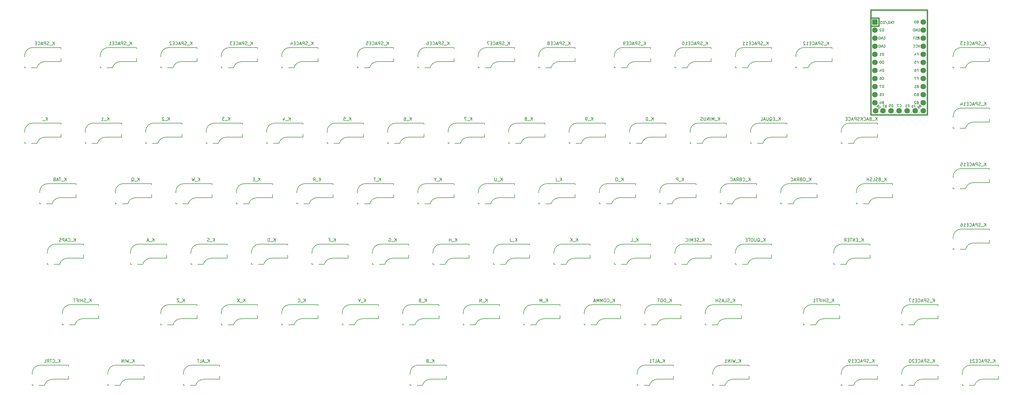
<source format=gbr>
G04 #@! TF.GenerationSoftware,KiCad,Pcbnew,(6.0.10)*
G04 #@! TF.CreationDate,2023-03-05T14:36:43-08:00*
G04 #@! TF.ProjectId,keyboard,6b657962-6f61-4726-942e-6b696361645f,rev?*
G04 #@! TF.SameCoordinates,Original*
G04 #@! TF.FileFunction,Legend,Bot*
G04 #@! TF.FilePolarity,Positive*
%FSLAX46Y46*%
G04 Gerber Fmt 4.6, Leading zero omitted, Abs format (unit mm)*
G04 Created by KiCad (PCBNEW (6.0.10)) date 2023-03-05 14:36:43*
%MOMM*%
%LPD*%
G01*
G04 APERTURE LIST*
%ADD10C,0.150000*%
%ADD11C,0.381000*%
%ADD12R,1.752600X1.752600*%
%ADD13C,1.752600*%
G04 APERTURE END LIST*
D10*
X386688630Y-170877380D02*
X386688630Y-169877380D01*
X386117202Y-170877380D02*
X386545773Y-170305952D01*
X386117202Y-169877380D02*
X386688630Y-170448809D01*
X385926726Y-170972619D02*
X385164821Y-170972619D01*
X384926726Y-170353571D02*
X384593392Y-170353571D01*
X384450535Y-170877380D02*
X384926726Y-170877380D01*
X384926726Y-169877380D01*
X384450535Y-169877380D01*
X384021964Y-170877380D02*
X384021964Y-169877380D01*
X383450535Y-170877380D01*
X383450535Y-169877380D01*
X383117202Y-169877380D02*
X382545773Y-169877380D01*
X382831488Y-170877380D02*
X382831488Y-169877380D01*
X382212440Y-170353571D02*
X381879107Y-170353571D01*
X381736250Y-170877380D02*
X382212440Y-170877380D01*
X382212440Y-169877380D01*
X381736250Y-169877380D01*
X380736250Y-170877380D02*
X381069583Y-170401190D01*
X381307678Y-170877380D02*
X381307678Y-169877380D01*
X380926726Y-169877380D01*
X380831488Y-169925000D01*
X380783869Y-169972619D01*
X380736250Y-170067857D01*
X380736250Y-170210714D01*
X380783869Y-170305952D01*
X380831488Y-170353571D01*
X380926726Y-170401190D01*
X381307678Y-170401190D01*
X291748452Y-151827380D02*
X291748452Y-150827380D01*
X291177023Y-151827380D02*
X291605595Y-151255952D01*
X291177023Y-150827380D02*
X291748452Y-151398809D01*
X290986547Y-151922619D02*
X290224642Y-151922619D01*
X289986547Y-151827380D02*
X289986547Y-150827380D01*
X341468690Y-132777380D02*
X341468690Y-131777380D01*
X340897261Y-132777380D02*
X341325833Y-132205952D01*
X340897261Y-131777380D02*
X341468690Y-132348809D01*
X340706785Y-132872619D02*
X339944880Y-132872619D01*
X339706785Y-132777380D02*
X339706785Y-131777380D01*
X339373452Y-132491666D01*
X339040119Y-131777380D01*
X339040119Y-132777380D01*
X338563928Y-132777380D02*
X338563928Y-131777380D01*
X338087738Y-132777380D02*
X338087738Y-131777380D01*
X337516309Y-132777380D01*
X337516309Y-131777380D01*
X337040119Y-131777380D02*
X337040119Y-132586904D01*
X336992500Y-132682142D01*
X336944880Y-132729761D01*
X336849642Y-132777380D01*
X336659166Y-132777380D01*
X336563928Y-132729761D01*
X336516309Y-132682142D01*
X336468690Y-132586904D01*
X336468690Y-131777380D01*
X336040119Y-132729761D02*
X335897261Y-132777380D01*
X335659166Y-132777380D01*
X335563928Y-132729761D01*
X335516309Y-132682142D01*
X335468690Y-132586904D01*
X335468690Y-132491666D01*
X335516309Y-132396428D01*
X335563928Y-132348809D01*
X335659166Y-132301190D01*
X335849642Y-132253571D01*
X335944880Y-132205952D01*
X335992500Y-132158333D01*
X336040119Y-132063095D01*
X336040119Y-131967857D01*
X335992500Y-131872619D01*
X335944880Y-131825000D01*
X335849642Y-131777380D01*
X335611547Y-131777380D01*
X335468690Y-131825000D01*
X296772857Y-170877380D02*
X296772857Y-169877380D01*
X296201428Y-170877380D02*
X296630000Y-170305952D01*
X296201428Y-169877380D02*
X296772857Y-170448809D01*
X296010952Y-170972619D02*
X295249047Y-170972619D01*
X295010952Y-170877380D02*
X295010952Y-169877380D01*
X294439523Y-170877380D02*
X294868095Y-170305952D01*
X294439523Y-169877380D02*
X295010952Y-170448809D01*
X244361547Y-132777380D02*
X244361547Y-131777380D01*
X243790119Y-132777380D02*
X244218690Y-132205952D01*
X243790119Y-131777380D02*
X244361547Y-132348809D01*
X243599642Y-132872619D02*
X242837738Y-132872619D01*
X242171071Y-131777380D02*
X242361547Y-131777380D01*
X242456785Y-131825000D01*
X242504404Y-131872619D01*
X242599642Y-132015476D01*
X242647261Y-132205952D01*
X242647261Y-132586904D01*
X242599642Y-132682142D01*
X242552023Y-132729761D01*
X242456785Y-132777380D01*
X242266309Y-132777380D01*
X242171071Y-132729761D01*
X242123452Y-132682142D01*
X242075833Y-132586904D01*
X242075833Y-132348809D01*
X242123452Y-132253571D01*
X242171071Y-132205952D01*
X242266309Y-132158333D01*
X242456785Y-132158333D01*
X242552023Y-132205952D01*
X242599642Y-132253571D01*
X242647261Y-132348809D01*
X346207380Y-189927380D02*
X346207380Y-188927380D01*
X345635952Y-189927380D02*
X346064523Y-189355952D01*
X345635952Y-188927380D02*
X346207380Y-189498809D01*
X345445476Y-190022619D02*
X344683571Y-190022619D01*
X344493095Y-189879761D02*
X344350238Y-189927380D01*
X344112142Y-189927380D01*
X344016904Y-189879761D01*
X343969285Y-189832142D01*
X343921666Y-189736904D01*
X343921666Y-189641666D01*
X343969285Y-189546428D01*
X344016904Y-189498809D01*
X344112142Y-189451190D01*
X344302619Y-189403571D01*
X344397857Y-189355952D01*
X344445476Y-189308333D01*
X344493095Y-189213095D01*
X344493095Y-189117857D01*
X344445476Y-189022619D01*
X344397857Y-188975000D01*
X344302619Y-188927380D01*
X344064523Y-188927380D01*
X343921666Y-188975000D01*
X343016904Y-189927380D02*
X343493095Y-189927380D01*
X343493095Y-188927380D01*
X342731190Y-189641666D02*
X342255000Y-189641666D01*
X342826428Y-189927380D02*
X342493095Y-188927380D01*
X342159761Y-189927380D01*
X341874047Y-189879761D02*
X341731190Y-189927380D01*
X341493095Y-189927380D01*
X341397857Y-189879761D01*
X341350238Y-189832142D01*
X341302619Y-189736904D01*
X341302619Y-189641666D01*
X341350238Y-189546428D01*
X341397857Y-189498809D01*
X341493095Y-189451190D01*
X341683571Y-189403571D01*
X341778809Y-189355952D01*
X341826428Y-189308333D01*
X341874047Y-189213095D01*
X341874047Y-189117857D01*
X341826428Y-189022619D01*
X341778809Y-188975000D01*
X341683571Y-188927380D01*
X341445476Y-188927380D01*
X341302619Y-188975000D01*
X340874047Y-189927380D02*
X340874047Y-188927380D01*
X340874047Y-189403571D02*
X340302619Y-189403571D01*
X340302619Y-189927380D02*
X340302619Y-188927380D01*
X196712738Y-151827380D02*
X196712738Y-150827380D01*
X196141309Y-151827380D02*
X196569880Y-151255952D01*
X196141309Y-150827380D02*
X196712738Y-151398809D01*
X195950833Y-151922619D02*
X195188928Y-151922619D01*
X194950833Y-151303571D02*
X194617500Y-151303571D01*
X194474642Y-151827380D02*
X194950833Y-151827380D01*
X194950833Y-150827380D01*
X194474642Y-150827380D01*
X258696666Y-170877380D02*
X258696666Y-169877380D01*
X258125238Y-170877380D02*
X258553809Y-170305952D01*
X258125238Y-169877380D02*
X258696666Y-170448809D01*
X257934761Y-170972619D02*
X257172857Y-170972619D01*
X256934761Y-170877380D02*
X256934761Y-169877380D01*
X256934761Y-170353571D02*
X256363333Y-170353571D01*
X256363333Y-170877380D02*
X256363333Y-169877380D01*
X275293690Y-108964880D02*
X275293690Y-107964880D01*
X274722261Y-108964880D02*
X275150833Y-108393452D01*
X274722261Y-107964880D02*
X275293690Y-108536309D01*
X274531785Y-109060119D02*
X273769880Y-109060119D01*
X273579404Y-108917261D02*
X273436547Y-108964880D01*
X273198452Y-108964880D01*
X273103214Y-108917261D01*
X273055595Y-108869642D01*
X273007976Y-108774404D01*
X273007976Y-108679166D01*
X273055595Y-108583928D01*
X273103214Y-108536309D01*
X273198452Y-108488690D01*
X273388928Y-108441071D01*
X273484166Y-108393452D01*
X273531785Y-108345833D01*
X273579404Y-108250595D01*
X273579404Y-108155357D01*
X273531785Y-108060119D01*
X273484166Y-108012500D01*
X273388928Y-107964880D01*
X273150833Y-107964880D01*
X273007976Y-108012500D01*
X272579404Y-108964880D02*
X272579404Y-107964880D01*
X272198452Y-107964880D01*
X272103214Y-108012500D01*
X272055595Y-108060119D01*
X272007976Y-108155357D01*
X272007976Y-108298214D01*
X272055595Y-108393452D01*
X272103214Y-108441071D01*
X272198452Y-108488690D01*
X272579404Y-108488690D01*
X271627023Y-108679166D02*
X271150833Y-108679166D01*
X271722261Y-108964880D02*
X271388928Y-107964880D01*
X271055595Y-108964880D01*
X270150833Y-108869642D02*
X270198452Y-108917261D01*
X270341309Y-108964880D01*
X270436547Y-108964880D01*
X270579404Y-108917261D01*
X270674642Y-108822023D01*
X270722261Y-108726785D01*
X270769880Y-108536309D01*
X270769880Y-108393452D01*
X270722261Y-108202976D01*
X270674642Y-108107738D01*
X270579404Y-108012500D01*
X270436547Y-107964880D01*
X270341309Y-107964880D01*
X270198452Y-108012500D01*
X270150833Y-108060119D01*
X269722261Y-108441071D02*
X269388928Y-108441071D01*
X269246071Y-108964880D02*
X269722261Y-108964880D01*
X269722261Y-107964880D01*
X269246071Y-107964880D01*
X268912738Y-107964880D02*
X268246071Y-107964880D01*
X268674642Y-108964880D01*
X149111547Y-132777380D02*
X149111547Y-131777380D01*
X148540119Y-132777380D02*
X148968690Y-132205952D01*
X148540119Y-131777380D02*
X149111547Y-132348809D01*
X148349642Y-132872619D02*
X147587738Y-132872619D01*
X146825833Y-132777380D02*
X147397261Y-132777380D01*
X147111547Y-132777380D02*
X147111547Y-131777380D01*
X147206785Y-131920238D01*
X147302023Y-132015476D01*
X147397261Y-132063095D01*
X272984166Y-151827380D02*
X272984166Y-150827380D01*
X272412738Y-151827380D02*
X272841309Y-151255952D01*
X272412738Y-150827380D02*
X272984166Y-151398809D01*
X272222261Y-151922619D02*
X271460357Y-151922619D01*
X271222261Y-150827380D02*
X271222261Y-151636904D01*
X271174642Y-151732142D01*
X271127023Y-151779761D01*
X271031785Y-151827380D01*
X270841309Y-151827380D01*
X270746071Y-151779761D01*
X270698452Y-151732142D01*
X270650833Y-151636904D01*
X270650833Y-150827380D01*
X393903809Y-151827380D02*
X393903809Y-150827380D01*
X393332380Y-151827380D02*
X393760952Y-151255952D01*
X393332380Y-150827380D02*
X393903809Y-151398809D01*
X393141904Y-151922619D02*
X392380000Y-151922619D01*
X391808571Y-151303571D02*
X391665714Y-151351190D01*
X391618095Y-151398809D01*
X391570476Y-151494047D01*
X391570476Y-151636904D01*
X391618095Y-151732142D01*
X391665714Y-151779761D01*
X391760952Y-151827380D01*
X392141904Y-151827380D01*
X392141904Y-150827380D01*
X391808571Y-150827380D01*
X391713333Y-150875000D01*
X391665714Y-150922619D01*
X391618095Y-151017857D01*
X391618095Y-151113095D01*
X391665714Y-151208333D01*
X391713333Y-151255952D01*
X391808571Y-151303571D01*
X392141904Y-151303571D01*
X391189523Y-151779761D02*
X391046666Y-151827380D01*
X390808571Y-151827380D01*
X390713333Y-151779761D01*
X390665714Y-151732142D01*
X390618095Y-151636904D01*
X390618095Y-151541666D01*
X390665714Y-151446428D01*
X390713333Y-151398809D01*
X390808571Y-151351190D01*
X390999047Y-151303571D01*
X391094285Y-151255952D01*
X391141904Y-151208333D01*
X391189523Y-151113095D01*
X391189523Y-151017857D01*
X391141904Y-150922619D01*
X391094285Y-150875000D01*
X390999047Y-150827380D01*
X390760952Y-150827380D01*
X390618095Y-150875000D01*
X389713333Y-151827380D02*
X390189523Y-151827380D01*
X390189523Y-150827380D01*
X389427619Y-151779761D02*
X389284761Y-151827380D01*
X389046666Y-151827380D01*
X388951428Y-151779761D01*
X388903809Y-151732142D01*
X388856190Y-151636904D01*
X388856190Y-151541666D01*
X388903809Y-151446428D01*
X388951428Y-151398809D01*
X389046666Y-151351190D01*
X389237142Y-151303571D01*
X389332380Y-151255952D01*
X389380000Y-151208333D01*
X389427619Y-151113095D01*
X389427619Y-151017857D01*
X389380000Y-150922619D01*
X389332380Y-150875000D01*
X389237142Y-150827380D01*
X388999047Y-150827380D01*
X388856190Y-150875000D01*
X388427619Y-151827380D02*
X388427619Y-150827380D01*
X388427619Y-151303571D02*
X387856190Y-151303571D01*
X387856190Y-151827380D02*
X387856190Y-150827380D01*
X251492857Y-208957380D02*
X251492857Y-207957380D01*
X250921428Y-208957380D02*
X251350000Y-208385952D01*
X250921428Y-207957380D02*
X251492857Y-208528809D01*
X250730952Y-209052619D02*
X249969047Y-209052619D01*
X249397619Y-208433571D02*
X249254761Y-208481190D01*
X249207142Y-208528809D01*
X249159523Y-208624047D01*
X249159523Y-208766904D01*
X249207142Y-208862142D01*
X249254761Y-208909761D01*
X249350000Y-208957380D01*
X249730952Y-208957380D01*
X249730952Y-207957380D01*
X249397619Y-207957380D01*
X249302380Y-208005000D01*
X249254761Y-208052619D01*
X249207142Y-208147857D01*
X249207142Y-208243095D01*
X249254761Y-208338333D01*
X249302380Y-208385952D01*
X249397619Y-208433571D01*
X249730952Y-208433571D01*
X311084166Y-151827380D02*
X311084166Y-150827380D01*
X310512738Y-151827380D02*
X310941309Y-151255952D01*
X310512738Y-150827380D02*
X311084166Y-151398809D01*
X310322261Y-151922619D02*
X309560357Y-151922619D01*
X309131785Y-150827380D02*
X308941309Y-150827380D01*
X308846071Y-150875000D01*
X308750833Y-150970238D01*
X308703214Y-151160714D01*
X308703214Y-151494047D01*
X308750833Y-151684523D01*
X308846071Y-151779761D01*
X308941309Y-151827380D01*
X309131785Y-151827380D01*
X309227023Y-151779761D01*
X309322261Y-151684523D01*
X309369880Y-151494047D01*
X309369880Y-151160714D01*
X309322261Y-150970238D01*
X309227023Y-150875000D01*
X309131785Y-150827380D01*
X177781785Y-151827380D02*
X177781785Y-150827380D01*
X177210357Y-151827380D02*
X177638928Y-151255952D01*
X177210357Y-150827380D02*
X177781785Y-151398809D01*
X177019880Y-151922619D02*
X176257976Y-151922619D01*
X176115119Y-150827380D02*
X175877023Y-151827380D01*
X175686547Y-151113095D01*
X175496071Y-151827380D01*
X175257976Y-150827380D01*
X320561547Y-132777380D02*
X320561547Y-131777380D01*
X319990119Y-132777380D02*
X320418690Y-132205952D01*
X319990119Y-131777380D02*
X320561547Y-132348809D01*
X319799642Y-132872619D02*
X319037738Y-132872619D01*
X318609166Y-131777380D02*
X318513928Y-131777380D01*
X318418690Y-131825000D01*
X318371071Y-131872619D01*
X318323452Y-131967857D01*
X318275833Y-132158333D01*
X318275833Y-132396428D01*
X318323452Y-132586904D01*
X318371071Y-132682142D01*
X318418690Y-132729761D01*
X318513928Y-132777380D01*
X318609166Y-132777380D01*
X318704404Y-132729761D01*
X318752023Y-132682142D01*
X318799642Y-132586904D01*
X318847261Y-132396428D01*
X318847261Y-132158333D01*
X318799642Y-131967857D01*
X318752023Y-131872619D01*
X318704404Y-131825000D01*
X318609166Y-131777380D01*
X138633869Y-170877380D02*
X138633869Y-169877380D01*
X138062440Y-170877380D02*
X138491011Y-170305952D01*
X138062440Y-169877380D02*
X138633869Y-170448809D01*
X137871964Y-170972619D02*
X137110059Y-170972619D01*
X136300535Y-170782142D02*
X136348154Y-170829761D01*
X136491011Y-170877380D01*
X136586250Y-170877380D01*
X136729107Y-170829761D01*
X136824345Y-170734523D01*
X136871964Y-170639285D01*
X136919583Y-170448809D01*
X136919583Y-170305952D01*
X136871964Y-170115476D01*
X136824345Y-170020238D01*
X136729107Y-169925000D01*
X136586250Y-169877380D01*
X136491011Y-169877380D01*
X136348154Y-169925000D01*
X136300535Y-169972619D01*
X135919583Y-170591666D02*
X135443392Y-170591666D01*
X136014821Y-170877380D02*
X135681488Y-169877380D01*
X135348154Y-170877380D01*
X135014821Y-170877380D02*
X135014821Y-169877380D01*
X134633869Y-169877380D01*
X134538630Y-169925000D01*
X134491011Y-169972619D01*
X134443392Y-170067857D01*
X134443392Y-170210714D01*
X134491011Y-170305952D01*
X134538630Y-170353571D01*
X134633869Y-170401190D01*
X135014821Y-170401190D01*
X134062440Y-170829761D02*
X133919583Y-170877380D01*
X133681488Y-170877380D01*
X133586250Y-170829761D01*
X133538630Y-170782142D01*
X133491011Y-170686904D01*
X133491011Y-170591666D01*
X133538630Y-170496428D01*
X133586250Y-170448809D01*
X133681488Y-170401190D01*
X133871964Y-170353571D01*
X133967202Y-170305952D01*
X134014821Y-170258333D01*
X134062440Y-170163095D01*
X134062440Y-170067857D01*
X134014821Y-169972619D01*
X133967202Y-169925000D01*
X133871964Y-169877380D01*
X133633869Y-169877380D01*
X133491011Y-169925000D01*
X375782380Y-108964880D02*
X375782380Y-107964880D01*
X375210952Y-108964880D02*
X375639523Y-108393452D01*
X375210952Y-107964880D02*
X375782380Y-108536309D01*
X375020476Y-109060119D02*
X374258571Y-109060119D01*
X374068095Y-108917261D02*
X373925238Y-108964880D01*
X373687142Y-108964880D01*
X373591904Y-108917261D01*
X373544285Y-108869642D01*
X373496666Y-108774404D01*
X373496666Y-108679166D01*
X373544285Y-108583928D01*
X373591904Y-108536309D01*
X373687142Y-108488690D01*
X373877619Y-108441071D01*
X373972857Y-108393452D01*
X374020476Y-108345833D01*
X374068095Y-108250595D01*
X374068095Y-108155357D01*
X374020476Y-108060119D01*
X373972857Y-108012500D01*
X373877619Y-107964880D01*
X373639523Y-107964880D01*
X373496666Y-108012500D01*
X373068095Y-108964880D02*
X373068095Y-107964880D01*
X372687142Y-107964880D01*
X372591904Y-108012500D01*
X372544285Y-108060119D01*
X372496666Y-108155357D01*
X372496666Y-108298214D01*
X372544285Y-108393452D01*
X372591904Y-108441071D01*
X372687142Y-108488690D01*
X373068095Y-108488690D01*
X372115714Y-108679166D02*
X371639523Y-108679166D01*
X372210952Y-108964880D02*
X371877619Y-107964880D01*
X371544285Y-108964880D01*
X370639523Y-108869642D02*
X370687142Y-108917261D01*
X370830000Y-108964880D01*
X370925238Y-108964880D01*
X371068095Y-108917261D01*
X371163333Y-108822023D01*
X371210952Y-108726785D01*
X371258571Y-108536309D01*
X371258571Y-108393452D01*
X371210952Y-108202976D01*
X371163333Y-108107738D01*
X371068095Y-108012500D01*
X370925238Y-107964880D01*
X370830000Y-107964880D01*
X370687142Y-108012500D01*
X370639523Y-108060119D01*
X370210952Y-108441071D02*
X369877619Y-108441071D01*
X369734761Y-108964880D02*
X370210952Y-108964880D01*
X370210952Y-107964880D01*
X369734761Y-107964880D01*
X368782380Y-108964880D02*
X369353809Y-108964880D01*
X369068095Y-108964880D02*
X369068095Y-107964880D01*
X369163333Y-108107738D01*
X369258571Y-108202976D01*
X369353809Y-108250595D01*
X368401428Y-108060119D02*
X368353809Y-108012500D01*
X368258571Y-107964880D01*
X368020476Y-107964880D01*
X367925238Y-108012500D01*
X367877619Y-108060119D01*
X367830000Y-108155357D01*
X367830000Y-108250595D01*
X367877619Y-108393452D01*
X368449047Y-108964880D01*
X367830000Y-108964880D01*
X158684166Y-151827380D02*
X158684166Y-150827380D01*
X158112738Y-151827380D02*
X158541309Y-151255952D01*
X158112738Y-150827380D02*
X158684166Y-151398809D01*
X157922261Y-151922619D02*
X157160357Y-151922619D01*
X156255595Y-151922619D02*
X156350833Y-151875000D01*
X156446071Y-151779761D01*
X156588928Y-151636904D01*
X156684166Y-151589285D01*
X156779404Y-151589285D01*
X156731785Y-151827380D02*
X156827023Y-151779761D01*
X156922261Y-151684523D01*
X156969880Y-151494047D01*
X156969880Y-151160714D01*
X156922261Y-150970238D01*
X156827023Y-150875000D01*
X156731785Y-150827380D01*
X156541309Y-150827380D01*
X156446071Y-150875000D01*
X156350833Y-150970238D01*
X156303214Y-151160714D01*
X156303214Y-151494047D01*
X156350833Y-151684523D01*
X156446071Y-151779761D01*
X156541309Y-151827380D01*
X156731785Y-151827380D01*
X215810357Y-151827380D02*
X215810357Y-150827380D01*
X215238928Y-151827380D02*
X215667500Y-151255952D01*
X215238928Y-150827380D02*
X215810357Y-151398809D01*
X215048452Y-151922619D02*
X214286547Y-151922619D01*
X213477023Y-151827380D02*
X213810357Y-151351190D01*
X214048452Y-151827380D02*
X214048452Y-150827380D01*
X213667500Y-150827380D01*
X213572261Y-150875000D01*
X213524642Y-150922619D01*
X213477023Y-151017857D01*
X213477023Y-151160714D01*
X213524642Y-151255952D01*
X213572261Y-151303571D01*
X213667500Y-151351190D01*
X214048452Y-151351190D01*
X277603809Y-170877380D02*
X277603809Y-169877380D01*
X277032380Y-170877380D02*
X277460952Y-170305952D01*
X277032380Y-169877380D02*
X277603809Y-170448809D01*
X276841904Y-170972619D02*
X276080000Y-170972619D01*
X275556190Y-169877380D02*
X275556190Y-170591666D01*
X275603809Y-170734523D01*
X275699047Y-170829761D01*
X275841904Y-170877380D01*
X275937142Y-170877380D01*
X330110357Y-151827380D02*
X330110357Y-150827380D01*
X329538928Y-151827380D02*
X329967500Y-151255952D01*
X329538928Y-150827380D02*
X330110357Y-151398809D01*
X329348452Y-151922619D02*
X328586547Y-151922619D01*
X328348452Y-151827380D02*
X328348452Y-150827380D01*
X327967500Y-150827380D01*
X327872261Y-150875000D01*
X327824642Y-150922619D01*
X327777023Y-151017857D01*
X327777023Y-151160714D01*
X327824642Y-151255952D01*
X327872261Y-151303571D01*
X327967500Y-151351190D01*
X328348452Y-151351190D01*
X201522857Y-170877380D02*
X201522857Y-169877380D01*
X200951428Y-170877380D02*
X201380000Y-170305952D01*
X200951428Y-169877380D02*
X201522857Y-170448809D01*
X200760952Y-170972619D02*
X199999047Y-170972619D01*
X199760952Y-170877380D02*
X199760952Y-169877380D01*
X199522857Y-169877380D01*
X199380000Y-169925000D01*
X199284761Y-170020238D01*
X199237142Y-170115476D01*
X199189523Y-170305952D01*
X199189523Y-170448809D01*
X199237142Y-170639285D01*
X199284761Y-170734523D01*
X199380000Y-170829761D01*
X199522857Y-170877380D01*
X199760952Y-170877380D01*
X213381190Y-108964880D02*
X213381190Y-107964880D01*
X212809761Y-108964880D02*
X213238333Y-108393452D01*
X212809761Y-107964880D02*
X213381190Y-108536309D01*
X212619285Y-109060119D02*
X211857380Y-109060119D01*
X211666904Y-108917261D02*
X211524047Y-108964880D01*
X211285952Y-108964880D01*
X211190714Y-108917261D01*
X211143095Y-108869642D01*
X211095476Y-108774404D01*
X211095476Y-108679166D01*
X211143095Y-108583928D01*
X211190714Y-108536309D01*
X211285952Y-108488690D01*
X211476428Y-108441071D01*
X211571666Y-108393452D01*
X211619285Y-108345833D01*
X211666904Y-108250595D01*
X211666904Y-108155357D01*
X211619285Y-108060119D01*
X211571666Y-108012500D01*
X211476428Y-107964880D01*
X211238333Y-107964880D01*
X211095476Y-108012500D01*
X210666904Y-108964880D02*
X210666904Y-107964880D01*
X210285952Y-107964880D01*
X210190714Y-108012500D01*
X210143095Y-108060119D01*
X210095476Y-108155357D01*
X210095476Y-108298214D01*
X210143095Y-108393452D01*
X210190714Y-108441071D01*
X210285952Y-108488690D01*
X210666904Y-108488690D01*
X209714523Y-108679166D02*
X209238333Y-108679166D01*
X209809761Y-108964880D02*
X209476428Y-107964880D01*
X209143095Y-108964880D01*
X208238333Y-108869642D02*
X208285952Y-108917261D01*
X208428809Y-108964880D01*
X208524047Y-108964880D01*
X208666904Y-108917261D01*
X208762142Y-108822023D01*
X208809761Y-108726785D01*
X208857380Y-108536309D01*
X208857380Y-108393452D01*
X208809761Y-108202976D01*
X208762142Y-108107738D01*
X208666904Y-108012500D01*
X208524047Y-107964880D01*
X208428809Y-107964880D01*
X208285952Y-108012500D01*
X208238333Y-108060119D01*
X207809761Y-108441071D02*
X207476428Y-108441071D01*
X207333571Y-108964880D02*
X207809761Y-108964880D01*
X207809761Y-107964880D01*
X207333571Y-107964880D01*
X206476428Y-108298214D02*
X206476428Y-108964880D01*
X206714523Y-107917261D02*
X206952619Y-108631547D01*
X206333571Y-108631547D01*
X249147857Y-189927380D02*
X249147857Y-188927380D01*
X248576428Y-189927380D02*
X249005000Y-189355952D01*
X248576428Y-188927380D02*
X249147857Y-189498809D01*
X248385952Y-190022619D02*
X247624047Y-190022619D01*
X247052619Y-189403571D02*
X246909761Y-189451190D01*
X246862142Y-189498809D01*
X246814523Y-189594047D01*
X246814523Y-189736904D01*
X246862142Y-189832142D01*
X246909761Y-189879761D01*
X247005000Y-189927380D01*
X247385952Y-189927380D01*
X247385952Y-188927380D01*
X247052619Y-188927380D01*
X246957380Y-188975000D01*
X246909761Y-189022619D01*
X246862142Y-189117857D01*
X246862142Y-189213095D01*
X246909761Y-189308333D01*
X246957380Y-189355952D01*
X247052619Y-189403571D01*
X247385952Y-189403571D01*
X326252619Y-189927380D02*
X326252619Y-188927380D01*
X325681190Y-189927380D02*
X326109761Y-189355952D01*
X325681190Y-188927380D02*
X326252619Y-189498809D01*
X325490714Y-190022619D02*
X324728809Y-190022619D01*
X324490714Y-189927380D02*
X324490714Y-188927380D01*
X324252619Y-188927380D01*
X324109761Y-188975000D01*
X324014523Y-189070238D01*
X323966904Y-189165476D01*
X323919285Y-189355952D01*
X323919285Y-189498809D01*
X323966904Y-189689285D01*
X324014523Y-189784523D01*
X324109761Y-189879761D01*
X324252619Y-189927380D01*
X324490714Y-189927380D01*
X323300238Y-188927380D02*
X323109761Y-188927380D01*
X323014523Y-188975000D01*
X322919285Y-189070238D01*
X322871666Y-189260714D01*
X322871666Y-189594047D01*
X322919285Y-189784523D01*
X323014523Y-189879761D01*
X323109761Y-189927380D01*
X323300238Y-189927380D01*
X323395476Y-189879761D01*
X323490714Y-189784523D01*
X323538333Y-189594047D01*
X323538333Y-189260714D01*
X323490714Y-189070238D01*
X323395476Y-188975000D01*
X323300238Y-188927380D01*
X322585952Y-188927380D02*
X322014523Y-188927380D01*
X322300238Y-189927380D02*
X322300238Y-188927380D01*
X237193690Y-108964880D02*
X237193690Y-107964880D01*
X236622261Y-108964880D02*
X237050833Y-108393452D01*
X236622261Y-107964880D02*
X237193690Y-108536309D01*
X236431785Y-109060119D02*
X235669880Y-109060119D01*
X235479404Y-108917261D02*
X235336547Y-108964880D01*
X235098452Y-108964880D01*
X235003214Y-108917261D01*
X234955595Y-108869642D01*
X234907976Y-108774404D01*
X234907976Y-108679166D01*
X234955595Y-108583928D01*
X235003214Y-108536309D01*
X235098452Y-108488690D01*
X235288928Y-108441071D01*
X235384166Y-108393452D01*
X235431785Y-108345833D01*
X235479404Y-108250595D01*
X235479404Y-108155357D01*
X235431785Y-108060119D01*
X235384166Y-108012500D01*
X235288928Y-107964880D01*
X235050833Y-107964880D01*
X234907976Y-108012500D01*
X234479404Y-108964880D02*
X234479404Y-107964880D01*
X234098452Y-107964880D01*
X234003214Y-108012500D01*
X233955595Y-108060119D01*
X233907976Y-108155357D01*
X233907976Y-108298214D01*
X233955595Y-108393452D01*
X234003214Y-108441071D01*
X234098452Y-108488690D01*
X234479404Y-108488690D01*
X233527023Y-108679166D02*
X233050833Y-108679166D01*
X233622261Y-108964880D02*
X233288928Y-107964880D01*
X232955595Y-108964880D01*
X232050833Y-108869642D02*
X232098452Y-108917261D01*
X232241309Y-108964880D01*
X232336547Y-108964880D01*
X232479404Y-108917261D01*
X232574642Y-108822023D01*
X232622261Y-108726785D01*
X232669880Y-108536309D01*
X232669880Y-108393452D01*
X232622261Y-108202976D01*
X232574642Y-108107738D01*
X232479404Y-108012500D01*
X232336547Y-107964880D01*
X232241309Y-107964880D01*
X232098452Y-108012500D01*
X232050833Y-108060119D01*
X231622261Y-108441071D02*
X231288928Y-108441071D01*
X231146071Y-108964880D02*
X231622261Y-108964880D01*
X231622261Y-107964880D01*
X231146071Y-107964880D01*
X230241309Y-107964880D02*
X230717500Y-107964880D01*
X230765119Y-108441071D01*
X230717500Y-108393452D01*
X230622261Y-108345833D01*
X230384166Y-108345833D01*
X230288928Y-108393452D01*
X230241309Y-108441071D01*
X230193690Y-108536309D01*
X230193690Y-108774404D01*
X230241309Y-108869642D01*
X230288928Y-108917261D01*
X230384166Y-108964880D01*
X230622261Y-108964880D01*
X230717500Y-108917261D01*
X230765119Y-108869642D01*
X182449047Y-170877380D02*
X182449047Y-169877380D01*
X181877619Y-170877380D02*
X182306190Y-170305952D01*
X181877619Y-169877380D02*
X182449047Y-170448809D01*
X181687142Y-170972619D02*
X180925238Y-170972619D01*
X180734761Y-170829761D02*
X180591904Y-170877380D01*
X180353809Y-170877380D01*
X180258571Y-170829761D01*
X180210952Y-170782142D01*
X180163333Y-170686904D01*
X180163333Y-170591666D01*
X180210952Y-170496428D01*
X180258571Y-170448809D01*
X180353809Y-170401190D01*
X180544285Y-170353571D01*
X180639523Y-170305952D01*
X180687142Y-170258333D01*
X180734761Y-170163095D01*
X180734761Y-170067857D01*
X180687142Y-169972619D01*
X180639523Y-169925000D01*
X180544285Y-169877380D01*
X180306190Y-169877380D01*
X180163333Y-169925000D01*
X156231190Y-108964880D02*
X156231190Y-107964880D01*
X155659761Y-108964880D02*
X156088333Y-108393452D01*
X155659761Y-107964880D02*
X156231190Y-108536309D01*
X155469285Y-109060119D02*
X154707380Y-109060119D01*
X154516904Y-108917261D02*
X154374047Y-108964880D01*
X154135952Y-108964880D01*
X154040714Y-108917261D01*
X153993095Y-108869642D01*
X153945476Y-108774404D01*
X153945476Y-108679166D01*
X153993095Y-108583928D01*
X154040714Y-108536309D01*
X154135952Y-108488690D01*
X154326428Y-108441071D01*
X154421666Y-108393452D01*
X154469285Y-108345833D01*
X154516904Y-108250595D01*
X154516904Y-108155357D01*
X154469285Y-108060119D01*
X154421666Y-108012500D01*
X154326428Y-107964880D01*
X154088333Y-107964880D01*
X153945476Y-108012500D01*
X153516904Y-108964880D02*
X153516904Y-107964880D01*
X153135952Y-107964880D01*
X153040714Y-108012500D01*
X152993095Y-108060119D01*
X152945476Y-108155357D01*
X152945476Y-108298214D01*
X152993095Y-108393452D01*
X153040714Y-108441071D01*
X153135952Y-108488690D01*
X153516904Y-108488690D01*
X152564523Y-108679166D02*
X152088333Y-108679166D01*
X152659761Y-108964880D02*
X152326428Y-107964880D01*
X151993095Y-108964880D01*
X151088333Y-108869642D02*
X151135952Y-108917261D01*
X151278809Y-108964880D01*
X151374047Y-108964880D01*
X151516904Y-108917261D01*
X151612142Y-108822023D01*
X151659761Y-108726785D01*
X151707380Y-108536309D01*
X151707380Y-108393452D01*
X151659761Y-108202976D01*
X151612142Y-108107738D01*
X151516904Y-108012500D01*
X151374047Y-107964880D01*
X151278809Y-107964880D01*
X151135952Y-108012500D01*
X151088333Y-108060119D01*
X150659761Y-108441071D02*
X150326428Y-108441071D01*
X150183571Y-108964880D02*
X150659761Y-108964880D01*
X150659761Y-107964880D01*
X150183571Y-107964880D01*
X149231190Y-108964880D02*
X149802619Y-108964880D01*
X149516904Y-108964880D02*
X149516904Y-107964880D01*
X149612142Y-108107738D01*
X149707380Y-108202976D01*
X149802619Y-108250595D01*
X194331190Y-108964880D02*
X194331190Y-107964880D01*
X193759761Y-108964880D02*
X194188333Y-108393452D01*
X193759761Y-107964880D02*
X194331190Y-108536309D01*
X193569285Y-109060119D02*
X192807380Y-109060119D01*
X192616904Y-108917261D02*
X192474047Y-108964880D01*
X192235952Y-108964880D01*
X192140714Y-108917261D01*
X192093095Y-108869642D01*
X192045476Y-108774404D01*
X192045476Y-108679166D01*
X192093095Y-108583928D01*
X192140714Y-108536309D01*
X192235952Y-108488690D01*
X192426428Y-108441071D01*
X192521666Y-108393452D01*
X192569285Y-108345833D01*
X192616904Y-108250595D01*
X192616904Y-108155357D01*
X192569285Y-108060119D01*
X192521666Y-108012500D01*
X192426428Y-107964880D01*
X192188333Y-107964880D01*
X192045476Y-108012500D01*
X191616904Y-108964880D02*
X191616904Y-107964880D01*
X191235952Y-107964880D01*
X191140714Y-108012500D01*
X191093095Y-108060119D01*
X191045476Y-108155357D01*
X191045476Y-108298214D01*
X191093095Y-108393452D01*
X191140714Y-108441071D01*
X191235952Y-108488690D01*
X191616904Y-108488690D01*
X190664523Y-108679166D02*
X190188333Y-108679166D01*
X190759761Y-108964880D02*
X190426428Y-107964880D01*
X190093095Y-108964880D01*
X189188333Y-108869642D02*
X189235952Y-108917261D01*
X189378809Y-108964880D01*
X189474047Y-108964880D01*
X189616904Y-108917261D01*
X189712142Y-108822023D01*
X189759761Y-108726785D01*
X189807380Y-108536309D01*
X189807380Y-108393452D01*
X189759761Y-108202976D01*
X189712142Y-108107738D01*
X189616904Y-108012500D01*
X189474047Y-107964880D01*
X189378809Y-107964880D01*
X189235952Y-108012500D01*
X189188333Y-108060119D01*
X188759761Y-108441071D02*
X188426428Y-108441071D01*
X188283571Y-108964880D02*
X188759761Y-108964880D01*
X188759761Y-107964880D01*
X188283571Y-107964880D01*
X187950238Y-107964880D02*
X187331190Y-107964880D01*
X187664523Y-108345833D01*
X187521666Y-108345833D01*
X187426428Y-108393452D01*
X187378809Y-108441071D01*
X187331190Y-108536309D01*
X187331190Y-108774404D01*
X187378809Y-108869642D01*
X187426428Y-108917261D01*
X187521666Y-108964880D01*
X187807380Y-108964880D01*
X187902619Y-108917261D01*
X187950238Y-108869642D01*
X370162738Y-151827380D02*
X370162738Y-150827380D01*
X369591309Y-151827380D02*
X370019880Y-151255952D01*
X369591309Y-150827380D02*
X370162738Y-151398809D01*
X369400833Y-151922619D02*
X368638928Y-151922619D01*
X368210357Y-150827380D02*
X368019880Y-150827380D01*
X367924642Y-150875000D01*
X367829404Y-150970238D01*
X367781785Y-151160714D01*
X367781785Y-151494047D01*
X367829404Y-151684523D01*
X367924642Y-151779761D01*
X368019880Y-151827380D01*
X368210357Y-151827380D01*
X368305595Y-151779761D01*
X368400833Y-151684523D01*
X368448452Y-151494047D01*
X368448452Y-151160714D01*
X368400833Y-150970238D01*
X368305595Y-150875000D01*
X368210357Y-150827380D01*
X367019880Y-151303571D02*
X366877023Y-151351190D01*
X366829404Y-151398809D01*
X366781785Y-151494047D01*
X366781785Y-151636904D01*
X366829404Y-151732142D01*
X366877023Y-151779761D01*
X366972261Y-151827380D01*
X367353214Y-151827380D01*
X367353214Y-150827380D01*
X367019880Y-150827380D01*
X366924642Y-150875000D01*
X366877023Y-150922619D01*
X366829404Y-151017857D01*
X366829404Y-151113095D01*
X366877023Y-151208333D01*
X366924642Y-151255952D01*
X367019880Y-151303571D01*
X367353214Y-151303571D01*
X365781785Y-151827380D02*
X366115119Y-151351190D01*
X366353214Y-151827380D02*
X366353214Y-150827380D01*
X365972261Y-150827380D01*
X365877023Y-150875000D01*
X365829404Y-150922619D01*
X365781785Y-151017857D01*
X365781785Y-151160714D01*
X365829404Y-151255952D01*
X365877023Y-151303571D01*
X365972261Y-151351190D01*
X366353214Y-151351190D01*
X365400833Y-151541666D02*
X364924642Y-151541666D01*
X365496071Y-151827380D02*
X365162738Y-150827380D01*
X364829404Y-151827380D01*
X363924642Y-151732142D02*
X363972261Y-151779761D01*
X364115119Y-151827380D01*
X364210357Y-151827380D01*
X364353214Y-151779761D01*
X364448452Y-151684523D01*
X364496071Y-151589285D01*
X364543690Y-151398809D01*
X364543690Y-151255952D01*
X364496071Y-151065476D01*
X364448452Y-150970238D01*
X364353214Y-150875000D01*
X364210357Y-150827380D01*
X364115119Y-150827380D01*
X363972261Y-150875000D01*
X363924642Y-150922619D01*
X168161547Y-132777380D02*
X168161547Y-131777380D01*
X167590119Y-132777380D02*
X168018690Y-132205952D01*
X167590119Y-131777380D02*
X168161547Y-132348809D01*
X167399642Y-132872619D02*
X166637738Y-132872619D01*
X166447261Y-131872619D02*
X166399642Y-131825000D01*
X166304404Y-131777380D01*
X166066309Y-131777380D01*
X165971071Y-131825000D01*
X165923452Y-131872619D01*
X165875833Y-131967857D01*
X165875833Y-132063095D01*
X165923452Y-132205952D01*
X166494880Y-132777380D01*
X165875833Y-132777380D01*
X191974047Y-189927380D02*
X191974047Y-188927380D01*
X191402619Y-189927380D02*
X191831190Y-189355952D01*
X191402619Y-188927380D02*
X191974047Y-189498809D01*
X191212142Y-190022619D02*
X190450238Y-190022619D01*
X190307380Y-188927380D02*
X189640714Y-189927380D01*
X189640714Y-188927380D02*
X190307380Y-189927380D01*
X187211547Y-132777380D02*
X187211547Y-131777380D01*
X186640119Y-132777380D02*
X187068690Y-132205952D01*
X186640119Y-131777380D02*
X187211547Y-132348809D01*
X186449642Y-132872619D02*
X185687738Y-132872619D01*
X185544880Y-131777380D02*
X184925833Y-131777380D01*
X185259166Y-132158333D01*
X185116309Y-132158333D01*
X185021071Y-132205952D01*
X184973452Y-132253571D01*
X184925833Y-132348809D01*
X184925833Y-132586904D01*
X184973452Y-132682142D01*
X185021071Y-132729761D01*
X185116309Y-132777380D01*
X185402023Y-132777380D01*
X185497261Y-132729761D01*
X185544880Y-132682142D01*
X157112440Y-208977380D02*
X157112440Y-207977380D01*
X156541011Y-208977380D02*
X156969583Y-208405952D01*
X156541011Y-207977380D02*
X157112440Y-208548809D01*
X156350535Y-209072619D02*
X155588630Y-209072619D01*
X155445773Y-207977380D02*
X155207678Y-208977380D01*
X155017202Y-208263095D01*
X154826726Y-208977380D01*
X154588630Y-207977380D01*
X154207678Y-208977380D02*
X154207678Y-207977380D01*
X153731488Y-208977380D02*
X153731488Y-207977380D01*
X153160059Y-208977380D01*
X153160059Y-207977380D01*
X180805892Y-208977380D02*
X180805892Y-207977380D01*
X180234464Y-208977380D02*
X180663035Y-208405952D01*
X180234464Y-207977380D02*
X180805892Y-208548809D01*
X180043988Y-209072619D02*
X179282083Y-209072619D01*
X179091607Y-208691666D02*
X178615416Y-208691666D01*
X179186845Y-208977380D02*
X178853511Y-207977380D01*
X178520178Y-208977380D01*
X177710654Y-208977380D02*
X178186845Y-208977380D01*
X178186845Y-207977380D01*
X177520178Y-207977380D02*
X176948750Y-207977380D01*
X177234464Y-208977380D02*
X177234464Y-207977380D01*
X409119880Y-189927380D02*
X409119880Y-188927380D01*
X408548452Y-189927380D02*
X408977023Y-189355952D01*
X408548452Y-188927380D02*
X409119880Y-189498809D01*
X408357976Y-190022619D02*
X407596071Y-190022619D01*
X407405595Y-189879761D02*
X407262738Y-189927380D01*
X407024642Y-189927380D01*
X406929404Y-189879761D01*
X406881785Y-189832142D01*
X406834166Y-189736904D01*
X406834166Y-189641666D01*
X406881785Y-189546428D01*
X406929404Y-189498809D01*
X407024642Y-189451190D01*
X407215119Y-189403571D01*
X407310357Y-189355952D01*
X407357976Y-189308333D01*
X407405595Y-189213095D01*
X407405595Y-189117857D01*
X407357976Y-189022619D01*
X407310357Y-188975000D01*
X407215119Y-188927380D01*
X406977023Y-188927380D01*
X406834166Y-188975000D01*
X406405595Y-189927380D02*
X406405595Y-188927380D01*
X406024642Y-188927380D01*
X405929404Y-188975000D01*
X405881785Y-189022619D01*
X405834166Y-189117857D01*
X405834166Y-189260714D01*
X405881785Y-189355952D01*
X405929404Y-189403571D01*
X406024642Y-189451190D01*
X406405595Y-189451190D01*
X405453214Y-189641666D02*
X404977023Y-189641666D01*
X405548452Y-189927380D02*
X405215119Y-188927380D01*
X404881785Y-189927380D01*
X403977023Y-189832142D02*
X404024642Y-189879761D01*
X404167500Y-189927380D01*
X404262738Y-189927380D01*
X404405595Y-189879761D01*
X404500833Y-189784523D01*
X404548452Y-189689285D01*
X404596071Y-189498809D01*
X404596071Y-189355952D01*
X404548452Y-189165476D01*
X404500833Y-189070238D01*
X404405595Y-188975000D01*
X404262738Y-188927380D01*
X404167500Y-188927380D01*
X404024642Y-188975000D01*
X403977023Y-189022619D01*
X403548452Y-189403571D02*
X403215119Y-189403571D01*
X403072261Y-189927380D02*
X403548452Y-189927380D01*
X403548452Y-188927380D01*
X403072261Y-188927380D01*
X402119880Y-189927380D02*
X402691309Y-189927380D01*
X402405595Y-189927380D02*
X402405595Y-188927380D01*
X402500833Y-189070238D01*
X402596071Y-189165476D01*
X402691309Y-189213095D01*
X401786547Y-188927380D02*
X401119880Y-188927380D01*
X401548452Y-189927380D01*
X377377916Y-189927380D02*
X377377916Y-188927380D01*
X376806488Y-189927380D02*
X377235059Y-189355952D01*
X376806488Y-188927380D02*
X377377916Y-189498809D01*
X376616011Y-190022619D02*
X375854107Y-190022619D01*
X375663630Y-189879761D02*
X375520773Y-189927380D01*
X375282678Y-189927380D01*
X375187440Y-189879761D01*
X375139821Y-189832142D01*
X375092202Y-189736904D01*
X375092202Y-189641666D01*
X375139821Y-189546428D01*
X375187440Y-189498809D01*
X375282678Y-189451190D01*
X375473154Y-189403571D01*
X375568392Y-189355952D01*
X375616011Y-189308333D01*
X375663630Y-189213095D01*
X375663630Y-189117857D01*
X375616011Y-189022619D01*
X375568392Y-188975000D01*
X375473154Y-188927380D01*
X375235059Y-188927380D01*
X375092202Y-188975000D01*
X374663630Y-189927380D02*
X374663630Y-188927380D01*
X374663630Y-189403571D02*
X374092202Y-189403571D01*
X374092202Y-189927380D02*
X374092202Y-188927380D01*
X373616011Y-189927380D02*
X373616011Y-188927380D01*
X372806488Y-189403571D02*
X373139821Y-189403571D01*
X373139821Y-189927380D02*
X373139821Y-188927380D01*
X372663630Y-188927380D01*
X372425535Y-188927380D02*
X371854107Y-188927380D01*
X372139821Y-189927380D02*
X372139821Y-188927380D01*
X370996964Y-189927380D02*
X371568392Y-189927380D01*
X371282678Y-189927380D02*
X371282678Y-188927380D01*
X371377916Y-189070238D01*
X371473154Y-189165476D01*
X371568392Y-189213095D01*
X135657380Y-151827380D02*
X135657380Y-150827380D01*
X135085952Y-151827380D02*
X135514523Y-151255952D01*
X135085952Y-150827380D02*
X135657380Y-151398809D01*
X134895476Y-151922619D02*
X134133571Y-151922619D01*
X134038333Y-150827380D02*
X133466904Y-150827380D01*
X133752619Y-151827380D02*
X133752619Y-150827380D01*
X133181190Y-151541666D02*
X132705000Y-151541666D01*
X133276428Y-151827380D02*
X132943095Y-150827380D01*
X132609761Y-151827380D01*
X131943095Y-151303571D02*
X131800238Y-151351190D01*
X131752619Y-151398809D01*
X131705000Y-151494047D01*
X131705000Y-151636904D01*
X131752619Y-151732142D01*
X131800238Y-151779761D01*
X131895476Y-151827380D01*
X132276428Y-151827380D01*
X132276428Y-150827380D01*
X131943095Y-150827380D01*
X131847857Y-150875000D01*
X131800238Y-150922619D01*
X131752619Y-151017857D01*
X131752619Y-151113095D01*
X131800238Y-151208333D01*
X131847857Y-151255952D01*
X131943095Y-151303571D01*
X132276428Y-151303571D01*
X225311547Y-132777380D02*
X225311547Y-131777380D01*
X224740119Y-132777380D02*
X225168690Y-132205952D01*
X224740119Y-131777380D02*
X225311547Y-132348809D01*
X224549642Y-132872619D02*
X223787738Y-132872619D01*
X223073452Y-131777380D02*
X223549642Y-131777380D01*
X223597261Y-132253571D01*
X223549642Y-132205952D01*
X223454404Y-132158333D01*
X223216309Y-132158333D01*
X223121071Y-132205952D01*
X223073452Y-132253571D01*
X223025833Y-132348809D01*
X223025833Y-132586904D01*
X223073452Y-132682142D01*
X223121071Y-132729761D01*
X223216309Y-132777380D01*
X223454404Y-132777380D01*
X223549642Y-132729761D01*
X223597261Y-132682142D01*
X425312380Y-147064880D02*
X425312380Y-146064880D01*
X424740952Y-147064880D02*
X425169523Y-146493452D01*
X424740952Y-146064880D02*
X425312380Y-146636309D01*
X424550476Y-147160119D02*
X423788571Y-147160119D01*
X423598095Y-147017261D02*
X423455238Y-147064880D01*
X423217142Y-147064880D01*
X423121904Y-147017261D01*
X423074285Y-146969642D01*
X423026666Y-146874404D01*
X423026666Y-146779166D01*
X423074285Y-146683928D01*
X423121904Y-146636309D01*
X423217142Y-146588690D01*
X423407619Y-146541071D01*
X423502857Y-146493452D01*
X423550476Y-146445833D01*
X423598095Y-146350595D01*
X423598095Y-146255357D01*
X423550476Y-146160119D01*
X423502857Y-146112500D01*
X423407619Y-146064880D01*
X423169523Y-146064880D01*
X423026666Y-146112500D01*
X422598095Y-147064880D02*
X422598095Y-146064880D01*
X422217142Y-146064880D01*
X422121904Y-146112500D01*
X422074285Y-146160119D01*
X422026666Y-146255357D01*
X422026666Y-146398214D01*
X422074285Y-146493452D01*
X422121904Y-146541071D01*
X422217142Y-146588690D01*
X422598095Y-146588690D01*
X421645714Y-146779166D02*
X421169523Y-146779166D01*
X421740952Y-147064880D02*
X421407619Y-146064880D01*
X421074285Y-147064880D01*
X420169523Y-146969642D02*
X420217142Y-147017261D01*
X420360000Y-147064880D01*
X420455238Y-147064880D01*
X420598095Y-147017261D01*
X420693333Y-146922023D01*
X420740952Y-146826785D01*
X420788571Y-146636309D01*
X420788571Y-146493452D01*
X420740952Y-146302976D01*
X420693333Y-146207738D01*
X420598095Y-146112500D01*
X420455238Y-146064880D01*
X420360000Y-146064880D01*
X420217142Y-146112500D01*
X420169523Y-146160119D01*
X419740952Y-146541071D02*
X419407619Y-146541071D01*
X419264761Y-147064880D02*
X419740952Y-147064880D01*
X419740952Y-146064880D01*
X419264761Y-146064880D01*
X418312380Y-147064880D02*
X418883809Y-147064880D01*
X418598095Y-147064880D02*
X418598095Y-146064880D01*
X418693333Y-146207738D01*
X418788571Y-146302976D01*
X418883809Y-146350595D01*
X417407619Y-146064880D02*
X417883809Y-146064880D01*
X417931428Y-146541071D01*
X417883809Y-146493452D01*
X417788571Y-146445833D01*
X417550476Y-146445833D01*
X417455238Y-146493452D01*
X417407619Y-146541071D01*
X417360000Y-146636309D01*
X417360000Y-146874404D01*
X417407619Y-146969642D01*
X417455238Y-147017261D01*
X417550476Y-147064880D01*
X417788571Y-147064880D01*
X417883809Y-147017261D01*
X417931428Y-146969642D01*
X256243690Y-108964880D02*
X256243690Y-107964880D01*
X255672261Y-108964880D02*
X256100833Y-108393452D01*
X255672261Y-107964880D02*
X256243690Y-108536309D01*
X255481785Y-109060119D02*
X254719880Y-109060119D01*
X254529404Y-108917261D02*
X254386547Y-108964880D01*
X254148452Y-108964880D01*
X254053214Y-108917261D01*
X254005595Y-108869642D01*
X253957976Y-108774404D01*
X253957976Y-108679166D01*
X254005595Y-108583928D01*
X254053214Y-108536309D01*
X254148452Y-108488690D01*
X254338928Y-108441071D01*
X254434166Y-108393452D01*
X254481785Y-108345833D01*
X254529404Y-108250595D01*
X254529404Y-108155357D01*
X254481785Y-108060119D01*
X254434166Y-108012500D01*
X254338928Y-107964880D01*
X254100833Y-107964880D01*
X253957976Y-108012500D01*
X253529404Y-108964880D02*
X253529404Y-107964880D01*
X253148452Y-107964880D01*
X253053214Y-108012500D01*
X253005595Y-108060119D01*
X252957976Y-108155357D01*
X252957976Y-108298214D01*
X253005595Y-108393452D01*
X253053214Y-108441071D01*
X253148452Y-108488690D01*
X253529404Y-108488690D01*
X252577023Y-108679166D02*
X252100833Y-108679166D01*
X252672261Y-108964880D02*
X252338928Y-107964880D01*
X252005595Y-108964880D01*
X251100833Y-108869642D02*
X251148452Y-108917261D01*
X251291309Y-108964880D01*
X251386547Y-108964880D01*
X251529404Y-108917261D01*
X251624642Y-108822023D01*
X251672261Y-108726785D01*
X251719880Y-108536309D01*
X251719880Y-108393452D01*
X251672261Y-108202976D01*
X251624642Y-108107738D01*
X251529404Y-108012500D01*
X251386547Y-107964880D01*
X251291309Y-107964880D01*
X251148452Y-108012500D01*
X251100833Y-108060119D01*
X250672261Y-108441071D02*
X250338928Y-108441071D01*
X250196071Y-108964880D02*
X250672261Y-108964880D01*
X250672261Y-107964880D01*
X250196071Y-107964880D01*
X249338928Y-107964880D02*
X249529404Y-107964880D01*
X249624642Y-108012500D01*
X249672261Y-108060119D01*
X249767500Y-108202976D01*
X249815119Y-108393452D01*
X249815119Y-108774404D01*
X249767500Y-108869642D01*
X249719880Y-108917261D01*
X249624642Y-108964880D01*
X249434166Y-108964880D01*
X249338928Y-108917261D01*
X249291309Y-108869642D01*
X249243690Y-108774404D01*
X249243690Y-108536309D01*
X249291309Y-108441071D01*
X249338928Y-108393452D01*
X249434166Y-108345833D01*
X249624642Y-108345833D01*
X249719880Y-108393452D01*
X249767500Y-108441071D01*
X249815119Y-108536309D01*
X211047857Y-189927380D02*
X211047857Y-188927380D01*
X210476428Y-189927380D02*
X210905000Y-189355952D01*
X210476428Y-188927380D02*
X211047857Y-189498809D01*
X210285952Y-190022619D02*
X209524047Y-190022619D01*
X208714523Y-189832142D02*
X208762142Y-189879761D01*
X208905000Y-189927380D01*
X209000238Y-189927380D01*
X209143095Y-189879761D01*
X209238333Y-189784523D01*
X209285952Y-189689285D01*
X209333571Y-189498809D01*
X209333571Y-189355952D01*
X209285952Y-189165476D01*
X209238333Y-189070238D01*
X209143095Y-188975000D01*
X209000238Y-188927380D01*
X208905000Y-188927380D01*
X208762142Y-188975000D01*
X208714523Y-189022619D01*
X425312380Y-108964880D02*
X425312380Y-107964880D01*
X424740952Y-108964880D02*
X425169523Y-108393452D01*
X424740952Y-107964880D02*
X425312380Y-108536309D01*
X424550476Y-109060119D02*
X423788571Y-109060119D01*
X423598095Y-108917261D02*
X423455238Y-108964880D01*
X423217142Y-108964880D01*
X423121904Y-108917261D01*
X423074285Y-108869642D01*
X423026666Y-108774404D01*
X423026666Y-108679166D01*
X423074285Y-108583928D01*
X423121904Y-108536309D01*
X423217142Y-108488690D01*
X423407619Y-108441071D01*
X423502857Y-108393452D01*
X423550476Y-108345833D01*
X423598095Y-108250595D01*
X423598095Y-108155357D01*
X423550476Y-108060119D01*
X423502857Y-108012500D01*
X423407619Y-107964880D01*
X423169523Y-107964880D01*
X423026666Y-108012500D01*
X422598095Y-108964880D02*
X422598095Y-107964880D01*
X422217142Y-107964880D01*
X422121904Y-108012500D01*
X422074285Y-108060119D01*
X422026666Y-108155357D01*
X422026666Y-108298214D01*
X422074285Y-108393452D01*
X422121904Y-108441071D01*
X422217142Y-108488690D01*
X422598095Y-108488690D01*
X421645714Y-108679166D02*
X421169523Y-108679166D01*
X421740952Y-108964880D02*
X421407619Y-107964880D01*
X421074285Y-108964880D01*
X420169523Y-108869642D02*
X420217142Y-108917261D01*
X420360000Y-108964880D01*
X420455238Y-108964880D01*
X420598095Y-108917261D01*
X420693333Y-108822023D01*
X420740952Y-108726785D01*
X420788571Y-108536309D01*
X420788571Y-108393452D01*
X420740952Y-108202976D01*
X420693333Y-108107738D01*
X420598095Y-108012500D01*
X420455238Y-107964880D01*
X420360000Y-107964880D01*
X420217142Y-108012500D01*
X420169523Y-108060119D01*
X419740952Y-108441071D02*
X419407619Y-108441071D01*
X419264761Y-108964880D02*
X419740952Y-108964880D01*
X419740952Y-107964880D01*
X419264761Y-107964880D01*
X418312380Y-108964880D02*
X418883809Y-108964880D01*
X418598095Y-108964880D02*
X418598095Y-107964880D01*
X418693333Y-108107738D01*
X418788571Y-108202976D01*
X418883809Y-108250595D01*
X417979047Y-107964880D02*
X417360000Y-107964880D01*
X417693333Y-108345833D01*
X417550476Y-108345833D01*
X417455238Y-108393452D01*
X417407619Y-108441071D01*
X417360000Y-108536309D01*
X417360000Y-108774404D01*
X417407619Y-108869642D01*
X417455238Y-108917261D01*
X417550476Y-108964880D01*
X417836190Y-108964880D01*
X417931428Y-108917261D01*
X417979047Y-108869642D01*
X425312380Y-166114880D02*
X425312380Y-165114880D01*
X424740952Y-166114880D02*
X425169523Y-165543452D01*
X424740952Y-165114880D02*
X425312380Y-165686309D01*
X424550476Y-166210119D02*
X423788571Y-166210119D01*
X423598095Y-166067261D02*
X423455238Y-166114880D01*
X423217142Y-166114880D01*
X423121904Y-166067261D01*
X423074285Y-166019642D01*
X423026666Y-165924404D01*
X423026666Y-165829166D01*
X423074285Y-165733928D01*
X423121904Y-165686309D01*
X423217142Y-165638690D01*
X423407619Y-165591071D01*
X423502857Y-165543452D01*
X423550476Y-165495833D01*
X423598095Y-165400595D01*
X423598095Y-165305357D01*
X423550476Y-165210119D01*
X423502857Y-165162500D01*
X423407619Y-165114880D01*
X423169523Y-165114880D01*
X423026666Y-165162500D01*
X422598095Y-166114880D02*
X422598095Y-165114880D01*
X422217142Y-165114880D01*
X422121904Y-165162500D01*
X422074285Y-165210119D01*
X422026666Y-165305357D01*
X422026666Y-165448214D01*
X422074285Y-165543452D01*
X422121904Y-165591071D01*
X422217142Y-165638690D01*
X422598095Y-165638690D01*
X421645714Y-165829166D02*
X421169523Y-165829166D01*
X421740952Y-166114880D02*
X421407619Y-165114880D01*
X421074285Y-166114880D01*
X420169523Y-166019642D02*
X420217142Y-166067261D01*
X420360000Y-166114880D01*
X420455238Y-166114880D01*
X420598095Y-166067261D01*
X420693333Y-165972023D01*
X420740952Y-165876785D01*
X420788571Y-165686309D01*
X420788571Y-165543452D01*
X420740952Y-165352976D01*
X420693333Y-165257738D01*
X420598095Y-165162500D01*
X420455238Y-165114880D01*
X420360000Y-165114880D01*
X420217142Y-165162500D01*
X420169523Y-165210119D01*
X419740952Y-165591071D02*
X419407619Y-165591071D01*
X419264761Y-166114880D02*
X419740952Y-166114880D01*
X419740952Y-165114880D01*
X419264761Y-165114880D01*
X418312380Y-166114880D02*
X418883809Y-166114880D01*
X418598095Y-166114880D02*
X418598095Y-165114880D01*
X418693333Y-165257738D01*
X418788571Y-165352976D01*
X418883809Y-165400595D01*
X417455238Y-165114880D02*
X417645714Y-165114880D01*
X417740952Y-165162500D01*
X417788571Y-165210119D01*
X417883809Y-165352976D01*
X417931428Y-165543452D01*
X417931428Y-165924404D01*
X417883809Y-166019642D01*
X417836190Y-166067261D01*
X417740952Y-166114880D01*
X417550476Y-166114880D01*
X417455238Y-166067261D01*
X417407619Y-166019642D01*
X417360000Y-165924404D01*
X417360000Y-165686309D01*
X417407619Y-165591071D01*
X417455238Y-165543452D01*
X417550476Y-165495833D01*
X417740952Y-165495833D01*
X417836190Y-165543452D01*
X417883809Y-165591071D01*
X417931428Y-165686309D01*
X175281190Y-108964880D02*
X175281190Y-107964880D01*
X174709761Y-108964880D02*
X175138333Y-108393452D01*
X174709761Y-107964880D02*
X175281190Y-108536309D01*
X174519285Y-109060119D02*
X173757380Y-109060119D01*
X173566904Y-108917261D02*
X173424047Y-108964880D01*
X173185952Y-108964880D01*
X173090714Y-108917261D01*
X173043095Y-108869642D01*
X172995476Y-108774404D01*
X172995476Y-108679166D01*
X173043095Y-108583928D01*
X173090714Y-108536309D01*
X173185952Y-108488690D01*
X173376428Y-108441071D01*
X173471666Y-108393452D01*
X173519285Y-108345833D01*
X173566904Y-108250595D01*
X173566904Y-108155357D01*
X173519285Y-108060119D01*
X173471666Y-108012500D01*
X173376428Y-107964880D01*
X173138333Y-107964880D01*
X172995476Y-108012500D01*
X172566904Y-108964880D02*
X172566904Y-107964880D01*
X172185952Y-107964880D01*
X172090714Y-108012500D01*
X172043095Y-108060119D01*
X171995476Y-108155357D01*
X171995476Y-108298214D01*
X172043095Y-108393452D01*
X172090714Y-108441071D01*
X172185952Y-108488690D01*
X172566904Y-108488690D01*
X171614523Y-108679166D02*
X171138333Y-108679166D01*
X171709761Y-108964880D02*
X171376428Y-107964880D01*
X171043095Y-108964880D01*
X170138333Y-108869642D02*
X170185952Y-108917261D01*
X170328809Y-108964880D01*
X170424047Y-108964880D01*
X170566904Y-108917261D01*
X170662142Y-108822023D01*
X170709761Y-108726785D01*
X170757380Y-108536309D01*
X170757380Y-108393452D01*
X170709761Y-108202976D01*
X170662142Y-108107738D01*
X170566904Y-108012500D01*
X170424047Y-107964880D01*
X170328809Y-107964880D01*
X170185952Y-108012500D01*
X170138333Y-108060119D01*
X169709761Y-108441071D02*
X169376428Y-108441071D01*
X169233571Y-108964880D02*
X169709761Y-108964880D01*
X169709761Y-107964880D01*
X169233571Y-107964880D01*
X168852619Y-108060119D02*
X168805000Y-108012500D01*
X168709761Y-107964880D01*
X168471666Y-107964880D01*
X168376428Y-108012500D01*
X168328809Y-108060119D01*
X168281190Y-108155357D01*
X168281190Y-108250595D01*
X168328809Y-108393452D01*
X168900238Y-108964880D01*
X168281190Y-108964880D01*
X318156190Y-108964880D02*
X318156190Y-107964880D01*
X317584761Y-108964880D02*
X318013333Y-108393452D01*
X317584761Y-107964880D02*
X318156190Y-108536309D01*
X317394285Y-109060119D02*
X316632380Y-109060119D01*
X316441904Y-108917261D02*
X316299047Y-108964880D01*
X316060952Y-108964880D01*
X315965714Y-108917261D01*
X315918095Y-108869642D01*
X315870476Y-108774404D01*
X315870476Y-108679166D01*
X315918095Y-108583928D01*
X315965714Y-108536309D01*
X316060952Y-108488690D01*
X316251428Y-108441071D01*
X316346666Y-108393452D01*
X316394285Y-108345833D01*
X316441904Y-108250595D01*
X316441904Y-108155357D01*
X316394285Y-108060119D01*
X316346666Y-108012500D01*
X316251428Y-107964880D01*
X316013333Y-107964880D01*
X315870476Y-108012500D01*
X315441904Y-108964880D02*
X315441904Y-107964880D01*
X315060952Y-107964880D01*
X314965714Y-108012500D01*
X314918095Y-108060119D01*
X314870476Y-108155357D01*
X314870476Y-108298214D01*
X314918095Y-108393452D01*
X314965714Y-108441071D01*
X315060952Y-108488690D01*
X315441904Y-108488690D01*
X314489523Y-108679166D02*
X314013333Y-108679166D01*
X314584761Y-108964880D02*
X314251428Y-107964880D01*
X313918095Y-108964880D01*
X313013333Y-108869642D02*
X313060952Y-108917261D01*
X313203809Y-108964880D01*
X313299047Y-108964880D01*
X313441904Y-108917261D01*
X313537142Y-108822023D01*
X313584761Y-108726785D01*
X313632380Y-108536309D01*
X313632380Y-108393452D01*
X313584761Y-108202976D01*
X313537142Y-108107738D01*
X313441904Y-108012500D01*
X313299047Y-107964880D01*
X313203809Y-107964880D01*
X313060952Y-108012500D01*
X313013333Y-108060119D01*
X312584761Y-108441071D02*
X312251428Y-108441071D01*
X312108571Y-108964880D02*
X312584761Y-108964880D01*
X312584761Y-107964880D01*
X312108571Y-107964880D01*
X311632380Y-108964880D02*
X311441904Y-108964880D01*
X311346666Y-108917261D01*
X311299047Y-108869642D01*
X311203809Y-108726785D01*
X311156190Y-108536309D01*
X311156190Y-108155357D01*
X311203809Y-108060119D01*
X311251428Y-108012500D01*
X311346666Y-107964880D01*
X311537142Y-107964880D01*
X311632380Y-108012500D01*
X311680000Y-108060119D01*
X311727619Y-108155357D01*
X311727619Y-108393452D01*
X311680000Y-108488690D01*
X311632380Y-108536309D01*
X311537142Y-108583928D01*
X311346666Y-108583928D01*
X311251428Y-108536309D01*
X311203809Y-108488690D01*
X311156190Y-108393452D01*
X356732380Y-108964880D02*
X356732380Y-107964880D01*
X356160952Y-108964880D02*
X356589523Y-108393452D01*
X356160952Y-107964880D02*
X356732380Y-108536309D01*
X355970476Y-109060119D02*
X355208571Y-109060119D01*
X355018095Y-108917261D02*
X354875238Y-108964880D01*
X354637142Y-108964880D01*
X354541904Y-108917261D01*
X354494285Y-108869642D01*
X354446666Y-108774404D01*
X354446666Y-108679166D01*
X354494285Y-108583928D01*
X354541904Y-108536309D01*
X354637142Y-108488690D01*
X354827619Y-108441071D01*
X354922857Y-108393452D01*
X354970476Y-108345833D01*
X355018095Y-108250595D01*
X355018095Y-108155357D01*
X354970476Y-108060119D01*
X354922857Y-108012500D01*
X354827619Y-107964880D01*
X354589523Y-107964880D01*
X354446666Y-108012500D01*
X354018095Y-108964880D02*
X354018095Y-107964880D01*
X353637142Y-107964880D01*
X353541904Y-108012500D01*
X353494285Y-108060119D01*
X353446666Y-108155357D01*
X353446666Y-108298214D01*
X353494285Y-108393452D01*
X353541904Y-108441071D01*
X353637142Y-108488690D01*
X354018095Y-108488690D01*
X353065714Y-108679166D02*
X352589523Y-108679166D01*
X353160952Y-108964880D02*
X352827619Y-107964880D01*
X352494285Y-108964880D01*
X351589523Y-108869642D02*
X351637142Y-108917261D01*
X351780000Y-108964880D01*
X351875238Y-108964880D01*
X352018095Y-108917261D01*
X352113333Y-108822023D01*
X352160952Y-108726785D01*
X352208571Y-108536309D01*
X352208571Y-108393452D01*
X352160952Y-108202976D01*
X352113333Y-108107738D01*
X352018095Y-108012500D01*
X351875238Y-107964880D01*
X351780000Y-107964880D01*
X351637142Y-108012500D01*
X351589523Y-108060119D01*
X351160952Y-108441071D02*
X350827619Y-108441071D01*
X350684761Y-108964880D02*
X351160952Y-108964880D01*
X351160952Y-107964880D01*
X350684761Y-107964880D01*
X349732380Y-108964880D02*
X350303809Y-108964880D01*
X350018095Y-108964880D02*
X350018095Y-107964880D01*
X350113333Y-108107738D01*
X350208571Y-108202976D01*
X350303809Y-108250595D01*
X348780000Y-108964880D02*
X349351428Y-108964880D01*
X349065714Y-108964880D02*
X349065714Y-107964880D01*
X349160952Y-108107738D01*
X349256190Y-108202976D01*
X349351428Y-108250595D01*
X425312380Y-128014880D02*
X425312380Y-127014880D01*
X424740952Y-128014880D02*
X425169523Y-127443452D01*
X424740952Y-127014880D02*
X425312380Y-127586309D01*
X424550476Y-128110119D02*
X423788571Y-128110119D01*
X423598095Y-127967261D02*
X423455238Y-128014880D01*
X423217142Y-128014880D01*
X423121904Y-127967261D01*
X423074285Y-127919642D01*
X423026666Y-127824404D01*
X423026666Y-127729166D01*
X423074285Y-127633928D01*
X423121904Y-127586309D01*
X423217142Y-127538690D01*
X423407619Y-127491071D01*
X423502857Y-127443452D01*
X423550476Y-127395833D01*
X423598095Y-127300595D01*
X423598095Y-127205357D01*
X423550476Y-127110119D01*
X423502857Y-127062500D01*
X423407619Y-127014880D01*
X423169523Y-127014880D01*
X423026666Y-127062500D01*
X422598095Y-128014880D02*
X422598095Y-127014880D01*
X422217142Y-127014880D01*
X422121904Y-127062500D01*
X422074285Y-127110119D01*
X422026666Y-127205357D01*
X422026666Y-127348214D01*
X422074285Y-127443452D01*
X422121904Y-127491071D01*
X422217142Y-127538690D01*
X422598095Y-127538690D01*
X421645714Y-127729166D02*
X421169523Y-127729166D01*
X421740952Y-128014880D02*
X421407619Y-127014880D01*
X421074285Y-128014880D01*
X420169523Y-127919642D02*
X420217142Y-127967261D01*
X420360000Y-128014880D01*
X420455238Y-128014880D01*
X420598095Y-127967261D01*
X420693333Y-127872023D01*
X420740952Y-127776785D01*
X420788571Y-127586309D01*
X420788571Y-127443452D01*
X420740952Y-127252976D01*
X420693333Y-127157738D01*
X420598095Y-127062500D01*
X420455238Y-127014880D01*
X420360000Y-127014880D01*
X420217142Y-127062500D01*
X420169523Y-127110119D01*
X419740952Y-127491071D02*
X419407619Y-127491071D01*
X419264761Y-128014880D02*
X419740952Y-128014880D01*
X419740952Y-127014880D01*
X419264761Y-127014880D01*
X418312380Y-128014880D02*
X418883809Y-128014880D01*
X418598095Y-128014880D02*
X418598095Y-127014880D01*
X418693333Y-127157738D01*
X418788571Y-127252976D01*
X418883809Y-127300595D01*
X417455238Y-127348214D02*
X417455238Y-128014880D01*
X417693333Y-126967261D02*
X417931428Y-127681547D01*
X417312380Y-127681547D01*
X428169880Y-208977380D02*
X428169880Y-207977380D01*
X427598452Y-208977380D02*
X428027023Y-208405952D01*
X427598452Y-207977380D02*
X428169880Y-208548809D01*
X427407976Y-209072619D02*
X426646071Y-209072619D01*
X426455595Y-208929761D02*
X426312738Y-208977380D01*
X426074642Y-208977380D01*
X425979404Y-208929761D01*
X425931785Y-208882142D01*
X425884166Y-208786904D01*
X425884166Y-208691666D01*
X425931785Y-208596428D01*
X425979404Y-208548809D01*
X426074642Y-208501190D01*
X426265119Y-208453571D01*
X426360357Y-208405952D01*
X426407976Y-208358333D01*
X426455595Y-208263095D01*
X426455595Y-208167857D01*
X426407976Y-208072619D01*
X426360357Y-208025000D01*
X426265119Y-207977380D01*
X426027023Y-207977380D01*
X425884166Y-208025000D01*
X425455595Y-208977380D02*
X425455595Y-207977380D01*
X425074642Y-207977380D01*
X424979404Y-208025000D01*
X424931785Y-208072619D01*
X424884166Y-208167857D01*
X424884166Y-208310714D01*
X424931785Y-208405952D01*
X424979404Y-208453571D01*
X425074642Y-208501190D01*
X425455595Y-208501190D01*
X424503214Y-208691666D02*
X424027023Y-208691666D01*
X424598452Y-208977380D02*
X424265119Y-207977380D01*
X423931785Y-208977380D01*
X423027023Y-208882142D02*
X423074642Y-208929761D01*
X423217500Y-208977380D01*
X423312738Y-208977380D01*
X423455595Y-208929761D01*
X423550833Y-208834523D01*
X423598452Y-208739285D01*
X423646071Y-208548809D01*
X423646071Y-208405952D01*
X423598452Y-208215476D01*
X423550833Y-208120238D01*
X423455595Y-208025000D01*
X423312738Y-207977380D01*
X423217500Y-207977380D01*
X423074642Y-208025000D01*
X423027023Y-208072619D01*
X422598452Y-208453571D02*
X422265119Y-208453571D01*
X422122261Y-208977380D02*
X422598452Y-208977380D01*
X422598452Y-207977380D01*
X422122261Y-207977380D01*
X421741309Y-208072619D02*
X421693690Y-208025000D01*
X421598452Y-207977380D01*
X421360357Y-207977380D01*
X421265119Y-208025000D01*
X421217500Y-208072619D01*
X421169880Y-208167857D01*
X421169880Y-208263095D01*
X421217500Y-208405952D01*
X421788928Y-208977380D01*
X421169880Y-208977380D01*
X420217500Y-208977380D02*
X420788928Y-208977380D01*
X420503214Y-208977380D02*
X420503214Y-207977380D01*
X420598452Y-208120238D01*
X420693690Y-208215476D01*
X420788928Y-208263095D01*
X263411547Y-132777380D02*
X263411547Y-131777380D01*
X262840119Y-132777380D02*
X263268690Y-132205952D01*
X262840119Y-131777380D02*
X263411547Y-132348809D01*
X262649642Y-132872619D02*
X261887738Y-132872619D01*
X261744880Y-131777380D02*
X261078214Y-131777380D01*
X261506785Y-132777380D01*
X294343690Y-108964880D02*
X294343690Y-107964880D01*
X293772261Y-108964880D02*
X294200833Y-108393452D01*
X293772261Y-107964880D02*
X294343690Y-108536309D01*
X293581785Y-109060119D02*
X292819880Y-109060119D01*
X292629404Y-108917261D02*
X292486547Y-108964880D01*
X292248452Y-108964880D01*
X292153214Y-108917261D01*
X292105595Y-108869642D01*
X292057976Y-108774404D01*
X292057976Y-108679166D01*
X292105595Y-108583928D01*
X292153214Y-108536309D01*
X292248452Y-108488690D01*
X292438928Y-108441071D01*
X292534166Y-108393452D01*
X292581785Y-108345833D01*
X292629404Y-108250595D01*
X292629404Y-108155357D01*
X292581785Y-108060119D01*
X292534166Y-108012500D01*
X292438928Y-107964880D01*
X292200833Y-107964880D01*
X292057976Y-108012500D01*
X291629404Y-108964880D02*
X291629404Y-107964880D01*
X291248452Y-107964880D01*
X291153214Y-108012500D01*
X291105595Y-108060119D01*
X291057976Y-108155357D01*
X291057976Y-108298214D01*
X291105595Y-108393452D01*
X291153214Y-108441071D01*
X291248452Y-108488690D01*
X291629404Y-108488690D01*
X290677023Y-108679166D02*
X290200833Y-108679166D01*
X290772261Y-108964880D02*
X290438928Y-107964880D01*
X290105595Y-108964880D01*
X289200833Y-108869642D02*
X289248452Y-108917261D01*
X289391309Y-108964880D01*
X289486547Y-108964880D01*
X289629404Y-108917261D01*
X289724642Y-108822023D01*
X289772261Y-108726785D01*
X289819880Y-108536309D01*
X289819880Y-108393452D01*
X289772261Y-108202976D01*
X289724642Y-108107738D01*
X289629404Y-108012500D01*
X289486547Y-107964880D01*
X289391309Y-107964880D01*
X289248452Y-108012500D01*
X289200833Y-108060119D01*
X288772261Y-108441071D02*
X288438928Y-108441071D01*
X288296071Y-108964880D02*
X288772261Y-108964880D01*
X288772261Y-107964880D01*
X288296071Y-107964880D01*
X287724642Y-108393452D02*
X287819880Y-108345833D01*
X287867500Y-108298214D01*
X287915119Y-108202976D01*
X287915119Y-108155357D01*
X287867500Y-108060119D01*
X287819880Y-108012500D01*
X287724642Y-107964880D01*
X287534166Y-107964880D01*
X287438928Y-108012500D01*
X287391309Y-108060119D01*
X287343690Y-108155357D01*
X287343690Y-108202976D01*
X287391309Y-108298214D01*
X287438928Y-108345833D01*
X287534166Y-108393452D01*
X287724642Y-108393452D01*
X287819880Y-108441071D01*
X287867500Y-108488690D01*
X287915119Y-108583928D01*
X287915119Y-108774404D01*
X287867500Y-108869642D01*
X287819880Y-108917261D01*
X287724642Y-108964880D01*
X287534166Y-108964880D01*
X287438928Y-108917261D01*
X287391309Y-108869642D01*
X287343690Y-108774404D01*
X287343690Y-108583928D01*
X287391309Y-108488690D01*
X287438928Y-108441071D01*
X287534166Y-108393452D01*
X355827619Y-170877380D02*
X355827619Y-169877380D01*
X355256190Y-170877380D02*
X355684761Y-170305952D01*
X355256190Y-169877380D02*
X355827619Y-170448809D01*
X355065714Y-170972619D02*
X354303809Y-170972619D01*
X353399047Y-170972619D02*
X353494285Y-170925000D01*
X353589523Y-170829761D01*
X353732380Y-170686904D01*
X353827619Y-170639285D01*
X353922857Y-170639285D01*
X353875238Y-170877380D02*
X353970476Y-170829761D01*
X354065714Y-170734523D01*
X354113333Y-170544047D01*
X354113333Y-170210714D01*
X354065714Y-170020238D01*
X353970476Y-169925000D01*
X353875238Y-169877380D01*
X353684761Y-169877380D01*
X353589523Y-169925000D01*
X353494285Y-170020238D01*
X353446666Y-170210714D01*
X353446666Y-170544047D01*
X353494285Y-170734523D01*
X353589523Y-170829761D01*
X353684761Y-170877380D01*
X353875238Y-170877380D01*
X353018095Y-169877380D02*
X353018095Y-170686904D01*
X352970476Y-170782142D01*
X352922857Y-170829761D01*
X352827619Y-170877380D01*
X352637142Y-170877380D01*
X352541904Y-170829761D01*
X352494285Y-170782142D01*
X352446666Y-170686904D01*
X352446666Y-169877380D01*
X351780000Y-169877380D02*
X351589523Y-169877380D01*
X351494285Y-169925000D01*
X351399047Y-170020238D01*
X351351428Y-170210714D01*
X351351428Y-170544047D01*
X351399047Y-170734523D01*
X351494285Y-170829761D01*
X351589523Y-170877380D01*
X351780000Y-170877380D01*
X351875238Y-170829761D01*
X351970476Y-170734523D01*
X352018095Y-170544047D01*
X352018095Y-170210714D01*
X351970476Y-170020238D01*
X351875238Y-169925000D01*
X351780000Y-169877380D01*
X351065714Y-169877380D02*
X350494285Y-169877380D01*
X350780000Y-170877380D02*
X350780000Y-169877380D01*
X350160952Y-170353571D02*
X349827619Y-170353571D01*
X349684761Y-170877380D02*
X350160952Y-170877380D01*
X350160952Y-169877380D01*
X349684761Y-169877380D01*
X360518690Y-132777380D02*
X360518690Y-131777380D01*
X359947261Y-132777380D02*
X360375833Y-132205952D01*
X359947261Y-131777380D02*
X360518690Y-132348809D01*
X359756785Y-132872619D02*
X358994880Y-132872619D01*
X358756785Y-132253571D02*
X358423452Y-132253571D01*
X358280595Y-132777380D02*
X358756785Y-132777380D01*
X358756785Y-131777380D01*
X358280595Y-131777380D01*
X357185357Y-132872619D02*
X357280595Y-132825000D01*
X357375833Y-132729761D01*
X357518690Y-132586904D01*
X357613928Y-132539285D01*
X357709166Y-132539285D01*
X357661547Y-132777380D02*
X357756785Y-132729761D01*
X357852023Y-132634523D01*
X357899642Y-132444047D01*
X357899642Y-132110714D01*
X357852023Y-131920238D01*
X357756785Y-131825000D01*
X357661547Y-131777380D01*
X357471071Y-131777380D01*
X357375833Y-131825000D01*
X357280595Y-131920238D01*
X357232976Y-132110714D01*
X357232976Y-132444047D01*
X357280595Y-132634523D01*
X357375833Y-132729761D01*
X357471071Y-132777380D01*
X357661547Y-132777380D01*
X356804404Y-131777380D02*
X356804404Y-132586904D01*
X356756785Y-132682142D01*
X356709166Y-132729761D01*
X356613928Y-132777380D01*
X356423452Y-132777380D01*
X356328214Y-132729761D01*
X356280595Y-132682142D01*
X356232976Y-132586904D01*
X356232976Y-131777380D01*
X355804404Y-132491666D02*
X355328214Y-132491666D01*
X355899642Y-132777380D02*
X355566309Y-131777380D01*
X355232976Y-132777380D01*
X354423452Y-132777380D02*
X354899642Y-132777380D01*
X354899642Y-131777380D01*
X315727619Y-170877380D02*
X315727619Y-169877380D01*
X315156190Y-170877380D02*
X315584761Y-170305952D01*
X315156190Y-169877380D02*
X315727619Y-170448809D01*
X314965714Y-170972619D02*
X314203809Y-170972619D01*
X313489523Y-170877380D02*
X313965714Y-170877380D01*
X313965714Y-169877380D01*
X230026428Y-189927380D02*
X230026428Y-188927380D01*
X229455000Y-189927380D02*
X229883571Y-189355952D01*
X229455000Y-188927380D02*
X230026428Y-189498809D01*
X229264523Y-190022619D02*
X228502619Y-190022619D01*
X228407380Y-188927380D02*
X228074047Y-189927380D01*
X227740714Y-188927380D01*
X348088630Y-208977380D02*
X348088630Y-207977380D01*
X347517202Y-208977380D02*
X347945773Y-208405952D01*
X347517202Y-207977380D02*
X348088630Y-208548809D01*
X347326726Y-209072619D02*
X346564821Y-209072619D01*
X346421964Y-207977380D02*
X346183869Y-208977380D01*
X345993392Y-208263095D01*
X345802916Y-208977380D01*
X345564821Y-207977380D01*
X345183869Y-208977380D02*
X345183869Y-207977380D01*
X344707678Y-208977380D02*
X344707678Y-207977380D01*
X344136250Y-208977380D01*
X344136250Y-207977380D01*
X343136250Y-208977380D02*
X343707678Y-208977380D01*
X343421964Y-208977380D02*
X343421964Y-207977380D01*
X343517202Y-208120238D01*
X343612440Y-208215476D01*
X343707678Y-208263095D01*
X172924047Y-189927380D02*
X172924047Y-188927380D01*
X172352619Y-189927380D02*
X172781190Y-189355952D01*
X172352619Y-188927380D02*
X172924047Y-189498809D01*
X172162142Y-190022619D02*
X171400238Y-190022619D01*
X171257380Y-188927380D02*
X170590714Y-188927380D01*
X171257380Y-189927380D01*
X170590714Y-189927380D01*
X324157083Y-208977380D02*
X324157083Y-207977380D01*
X323585654Y-208977380D02*
X324014226Y-208405952D01*
X323585654Y-207977380D02*
X324157083Y-208548809D01*
X323395178Y-209072619D02*
X322633273Y-209072619D01*
X322442797Y-208691666D02*
X321966607Y-208691666D01*
X322538035Y-208977380D02*
X322204702Y-207977380D01*
X321871369Y-208977380D01*
X321061845Y-208977380D02*
X321538035Y-208977380D01*
X321538035Y-207977380D01*
X320871369Y-207977380D02*
X320299940Y-207977380D01*
X320585654Y-208977380D02*
X320585654Y-207977380D01*
X319442797Y-208977380D02*
X320014226Y-208977380D01*
X319728511Y-208977380D02*
X319728511Y-207977380D01*
X319823750Y-208120238D01*
X319918988Y-208215476D01*
X320014226Y-208263095D01*
X143539226Y-189927380D02*
X143539226Y-188927380D01*
X142967797Y-189927380D02*
X143396369Y-189355952D01*
X142967797Y-188927380D02*
X143539226Y-189498809D01*
X142777321Y-190022619D02*
X142015416Y-190022619D01*
X141824940Y-189879761D02*
X141682083Y-189927380D01*
X141443988Y-189927380D01*
X141348750Y-189879761D01*
X141301130Y-189832142D01*
X141253511Y-189736904D01*
X141253511Y-189641666D01*
X141301130Y-189546428D01*
X141348750Y-189498809D01*
X141443988Y-189451190D01*
X141634464Y-189403571D01*
X141729702Y-189355952D01*
X141777321Y-189308333D01*
X141824940Y-189213095D01*
X141824940Y-189117857D01*
X141777321Y-189022619D01*
X141729702Y-188975000D01*
X141634464Y-188927380D01*
X141396369Y-188927380D01*
X141253511Y-188975000D01*
X140824940Y-189927380D02*
X140824940Y-188927380D01*
X140824940Y-189403571D02*
X140253511Y-189403571D01*
X140253511Y-189927380D02*
X140253511Y-188927380D01*
X139777321Y-189927380D02*
X139777321Y-188927380D01*
X138967797Y-189403571D02*
X139301130Y-189403571D01*
X139301130Y-189927380D02*
X139301130Y-188927380D01*
X138824940Y-188927380D01*
X138586845Y-188927380D02*
X138015416Y-188927380D01*
X138301130Y-189927380D02*
X138301130Y-188927380D01*
X268221666Y-189927380D02*
X268221666Y-188927380D01*
X267650238Y-189927380D02*
X268078809Y-189355952D01*
X267650238Y-188927380D02*
X268221666Y-189498809D01*
X267459761Y-190022619D02*
X266697857Y-190022619D01*
X266459761Y-189927380D02*
X266459761Y-188927380D01*
X265888333Y-189927380D01*
X265888333Y-188927380D01*
X390069880Y-208977380D02*
X390069880Y-207977380D01*
X389498452Y-208977380D02*
X389927023Y-208405952D01*
X389498452Y-207977380D02*
X390069880Y-208548809D01*
X389307976Y-209072619D02*
X388546071Y-209072619D01*
X388355595Y-208929761D02*
X388212738Y-208977380D01*
X387974642Y-208977380D01*
X387879404Y-208929761D01*
X387831785Y-208882142D01*
X387784166Y-208786904D01*
X387784166Y-208691666D01*
X387831785Y-208596428D01*
X387879404Y-208548809D01*
X387974642Y-208501190D01*
X388165119Y-208453571D01*
X388260357Y-208405952D01*
X388307976Y-208358333D01*
X388355595Y-208263095D01*
X388355595Y-208167857D01*
X388307976Y-208072619D01*
X388260357Y-208025000D01*
X388165119Y-207977380D01*
X387927023Y-207977380D01*
X387784166Y-208025000D01*
X387355595Y-208977380D02*
X387355595Y-207977380D01*
X386974642Y-207977380D01*
X386879404Y-208025000D01*
X386831785Y-208072619D01*
X386784166Y-208167857D01*
X386784166Y-208310714D01*
X386831785Y-208405952D01*
X386879404Y-208453571D01*
X386974642Y-208501190D01*
X387355595Y-208501190D01*
X386403214Y-208691666D02*
X385927023Y-208691666D01*
X386498452Y-208977380D02*
X386165119Y-207977380D01*
X385831785Y-208977380D01*
X384927023Y-208882142D02*
X384974642Y-208929761D01*
X385117500Y-208977380D01*
X385212738Y-208977380D01*
X385355595Y-208929761D01*
X385450833Y-208834523D01*
X385498452Y-208739285D01*
X385546071Y-208548809D01*
X385546071Y-208405952D01*
X385498452Y-208215476D01*
X385450833Y-208120238D01*
X385355595Y-208025000D01*
X385212738Y-207977380D01*
X385117500Y-207977380D01*
X384974642Y-208025000D01*
X384927023Y-208072619D01*
X384498452Y-208453571D02*
X384165119Y-208453571D01*
X384022261Y-208977380D02*
X384498452Y-208977380D01*
X384498452Y-207977380D01*
X384022261Y-207977380D01*
X383069880Y-208977380D02*
X383641309Y-208977380D01*
X383355595Y-208977380D02*
X383355595Y-207977380D01*
X383450833Y-208120238D01*
X383546071Y-208215476D01*
X383641309Y-208263095D01*
X382593690Y-208977380D02*
X382403214Y-208977380D01*
X382307976Y-208929761D01*
X382260357Y-208882142D01*
X382165119Y-208739285D01*
X382117500Y-208548809D01*
X382117500Y-208167857D01*
X382165119Y-208072619D01*
X382212738Y-208025000D01*
X382307976Y-207977380D01*
X382498452Y-207977380D01*
X382593690Y-208025000D01*
X382641309Y-208072619D01*
X382688928Y-208167857D01*
X382688928Y-208405952D01*
X382641309Y-208501190D01*
X382593690Y-208548809D01*
X382498452Y-208596428D01*
X382307976Y-208596428D01*
X382212738Y-208548809D01*
X382165119Y-208501190D01*
X382117500Y-208405952D01*
X133752321Y-208977380D02*
X133752321Y-207977380D01*
X133180892Y-208977380D02*
X133609464Y-208405952D01*
X133180892Y-207977380D02*
X133752321Y-208548809D01*
X132990416Y-209072619D02*
X132228511Y-209072619D01*
X131418988Y-208882142D02*
X131466607Y-208929761D01*
X131609464Y-208977380D01*
X131704702Y-208977380D01*
X131847559Y-208929761D01*
X131942797Y-208834523D01*
X131990416Y-208739285D01*
X132038035Y-208548809D01*
X132038035Y-208405952D01*
X131990416Y-208215476D01*
X131942797Y-208120238D01*
X131847559Y-208025000D01*
X131704702Y-207977380D01*
X131609464Y-207977380D01*
X131466607Y-208025000D01*
X131418988Y-208072619D01*
X131133273Y-207977380D02*
X130561845Y-207977380D01*
X130847559Y-208977380D02*
X130847559Y-207977380D01*
X129657083Y-208977380D02*
X129990416Y-208501190D01*
X130228511Y-208977380D02*
X130228511Y-207977380D01*
X129847559Y-207977380D01*
X129752321Y-208025000D01*
X129704702Y-208072619D01*
X129657083Y-208167857D01*
X129657083Y-208310714D01*
X129704702Y-208405952D01*
X129752321Y-208453571D01*
X129847559Y-208501190D01*
X130228511Y-208501190D01*
X128752321Y-208977380D02*
X129228511Y-208977380D01*
X129228511Y-207977380D01*
X337682380Y-108964880D02*
X337682380Y-107964880D01*
X337110952Y-108964880D02*
X337539523Y-108393452D01*
X337110952Y-107964880D02*
X337682380Y-108536309D01*
X336920476Y-109060119D02*
X336158571Y-109060119D01*
X335968095Y-108917261D02*
X335825238Y-108964880D01*
X335587142Y-108964880D01*
X335491904Y-108917261D01*
X335444285Y-108869642D01*
X335396666Y-108774404D01*
X335396666Y-108679166D01*
X335444285Y-108583928D01*
X335491904Y-108536309D01*
X335587142Y-108488690D01*
X335777619Y-108441071D01*
X335872857Y-108393452D01*
X335920476Y-108345833D01*
X335968095Y-108250595D01*
X335968095Y-108155357D01*
X335920476Y-108060119D01*
X335872857Y-108012500D01*
X335777619Y-107964880D01*
X335539523Y-107964880D01*
X335396666Y-108012500D01*
X334968095Y-108964880D02*
X334968095Y-107964880D01*
X334587142Y-107964880D01*
X334491904Y-108012500D01*
X334444285Y-108060119D01*
X334396666Y-108155357D01*
X334396666Y-108298214D01*
X334444285Y-108393452D01*
X334491904Y-108441071D01*
X334587142Y-108488690D01*
X334968095Y-108488690D01*
X334015714Y-108679166D02*
X333539523Y-108679166D01*
X334110952Y-108964880D02*
X333777619Y-107964880D01*
X333444285Y-108964880D01*
X332539523Y-108869642D02*
X332587142Y-108917261D01*
X332730000Y-108964880D01*
X332825238Y-108964880D01*
X332968095Y-108917261D01*
X333063333Y-108822023D01*
X333110952Y-108726785D01*
X333158571Y-108536309D01*
X333158571Y-108393452D01*
X333110952Y-108202976D01*
X333063333Y-108107738D01*
X332968095Y-108012500D01*
X332825238Y-107964880D01*
X332730000Y-107964880D01*
X332587142Y-108012500D01*
X332539523Y-108060119D01*
X332110952Y-108441071D02*
X331777619Y-108441071D01*
X331634761Y-108964880D02*
X332110952Y-108964880D01*
X332110952Y-107964880D01*
X331634761Y-107964880D01*
X330682380Y-108964880D02*
X331253809Y-108964880D01*
X330968095Y-108964880D02*
X330968095Y-107964880D01*
X331063333Y-108107738D01*
X331158571Y-108202976D01*
X331253809Y-108250595D01*
X330063333Y-107964880D02*
X329968095Y-107964880D01*
X329872857Y-108012500D01*
X329825238Y-108060119D01*
X329777619Y-108155357D01*
X329730000Y-108345833D01*
X329730000Y-108583928D01*
X329777619Y-108774404D01*
X329825238Y-108869642D01*
X329872857Y-108917261D01*
X329968095Y-108964880D01*
X330063333Y-108964880D01*
X330158571Y-108917261D01*
X330206190Y-108869642D01*
X330253809Y-108774404D01*
X330301428Y-108583928D01*
X330301428Y-108345833D01*
X330253809Y-108155357D01*
X330206190Y-108060119D01*
X330158571Y-108012500D01*
X330063333Y-107964880D01*
X336610952Y-170877380D02*
X336610952Y-169877380D01*
X336039523Y-170877380D02*
X336468095Y-170305952D01*
X336039523Y-169877380D02*
X336610952Y-170448809D01*
X335849047Y-170972619D02*
X335087142Y-170972619D01*
X334896666Y-170829761D02*
X334753809Y-170877380D01*
X334515714Y-170877380D01*
X334420476Y-170829761D01*
X334372857Y-170782142D01*
X334325238Y-170686904D01*
X334325238Y-170591666D01*
X334372857Y-170496428D01*
X334420476Y-170448809D01*
X334515714Y-170401190D01*
X334706190Y-170353571D01*
X334801428Y-170305952D01*
X334849047Y-170258333D01*
X334896666Y-170163095D01*
X334896666Y-170067857D01*
X334849047Y-169972619D01*
X334801428Y-169925000D01*
X334706190Y-169877380D01*
X334468095Y-169877380D01*
X334325238Y-169925000D01*
X333896666Y-170353571D02*
X333563333Y-170353571D01*
X333420476Y-170877380D02*
X333896666Y-170877380D01*
X333896666Y-169877380D01*
X333420476Y-169877380D01*
X332991904Y-170877380D02*
X332991904Y-169877380D01*
X332658571Y-170591666D01*
X332325238Y-169877380D01*
X332325238Y-170877380D01*
X331849047Y-170877380D02*
X331849047Y-169877380D01*
X330801428Y-170782142D02*
X330849047Y-170829761D01*
X330991904Y-170877380D01*
X331087142Y-170877380D01*
X331230000Y-170829761D01*
X331325238Y-170734523D01*
X331372857Y-170639285D01*
X331420476Y-170448809D01*
X331420476Y-170305952D01*
X331372857Y-170115476D01*
X331325238Y-170020238D01*
X331230000Y-169925000D01*
X331087142Y-169877380D01*
X330991904Y-169877380D01*
X330849047Y-169925000D01*
X330801428Y-169972619D01*
X308393095Y-189927380D02*
X308393095Y-188927380D01*
X307821666Y-189927380D02*
X308250238Y-189355952D01*
X307821666Y-188927380D02*
X308393095Y-189498809D01*
X307631190Y-190022619D02*
X306869285Y-190022619D01*
X306059761Y-189832142D02*
X306107380Y-189879761D01*
X306250238Y-189927380D01*
X306345476Y-189927380D01*
X306488333Y-189879761D01*
X306583571Y-189784523D01*
X306631190Y-189689285D01*
X306678809Y-189498809D01*
X306678809Y-189355952D01*
X306631190Y-189165476D01*
X306583571Y-189070238D01*
X306488333Y-188975000D01*
X306345476Y-188927380D01*
X306250238Y-188927380D01*
X306107380Y-188975000D01*
X306059761Y-189022619D01*
X305440714Y-188927380D02*
X305250238Y-188927380D01*
X305155000Y-188975000D01*
X305059761Y-189070238D01*
X305012142Y-189260714D01*
X305012142Y-189594047D01*
X305059761Y-189784523D01*
X305155000Y-189879761D01*
X305250238Y-189927380D01*
X305440714Y-189927380D01*
X305535952Y-189879761D01*
X305631190Y-189784523D01*
X305678809Y-189594047D01*
X305678809Y-189260714D01*
X305631190Y-189070238D01*
X305535952Y-188975000D01*
X305440714Y-188927380D01*
X304583571Y-189927380D02*
X304583571Y-188927380D01*
X304250238Y-189641666D01*
X303916904Y-188927380D01*
X303916904Y-189927380D01*
X303440714Y-189927380D02*
X303440714Y-188927380D01*
X303107380Y-189641666D01*
X302774047Y-188927380D01*
X302774047Y-189927380D01*
X302345476Y-189641666D02*
X301869285Y-189641666D01*
X302440714Y-189927380D02*
X302107380Y-188927380D01*
X301774047Y-189927380D01*
X234741309Y-151827380D02*
X234741309Y-150827380D01*
X234169880Y-151827380D02*
X234598452Y-151255952D01*
X234169880Y-150827380D02*
X234741309Y-151398809D01*
X233979404Y-151922619D02*
X233217500Y-151922619D01*
X233122261Y-150827380D02*
X232550833Y-150827380D01*
X232836547Y-151827380D02*
X232836547Y-150827380D01*
X206261547Y-132777380D02*
X206261547Y-131777380D01*
X205690119Y-132777380D02*
X206118690Y-132205952D01*
X205690119Y-131777380D02*
X206261547Y-132348809D01*
X205499642Y-132872619D02*
X204737738Y-132872619D01*
X204071071Y-132110714D02*
X204071071Y-132777380D01*
X204309166Y-131729761D02*
X204547261Y-132444047D01*
X203928214Y-132444047D01*
X409119880Y-208977380D02*
X409119880Y-207977380D01*
X408548452Y-208977380D02*
X408977023Y-208405952D01*
X408548452Y-207977380D02*
X409119880Y-208548809D01*
X408357976Y-209072619D02*
X407596071Y-209072619D01*
X407405595Y-208929761D02*
X407262738Y-208977380D01*
X407024642Y-208977380D01*
X406929404Y-208929761D01*
X406881785Y-208882142D01*
X406834166Y-208786904D01*
X406834166Y-208691666D01*
X406881785Y-208596428D01*
X406929404Y-208548809D01*
X407024642Y-208501190D01*
X407215119Y-208453571D01*
X407310357Y-208405952D01*
X407357976Y-208358333D01*
X407405595Y-208263095D01*
X407405595Y-208167857D01*
X407357976Y-208072619D01*
X407310357Y-208025000D01*
X407215119Y-207977380D01*
X406977023Y-207977380D01*
X406834166Y-208025000D01*
X406405595Y-208977380D02*
X406405595Y-207977380D01*
X406024642Y-207977380D01*
X405929404Y-208025000D01*
X405881785Y-208072619D01*
X405834166Y-208167857D01*
X405834166Y-208310714D01*
X405881785Y-208405952D01*
X405929404Y-208453571D01*
X406024642Y-208501190D01*
X406405595Y-208501190D01*
X405453214Y-208691666D02*
X404977023Y-208691666D01*
X405548452Y-208977380D02*
X405215119Y-207977380D01*
X404881785Y-208977380D01*
X403977023Y-208882142D02*
X404024642Y-208929761D01*
X404167500Y-208977380D01*
X404262738Y-208977380D01*
X404405595Y-208929761D01*
X404500833Y-208834523D01*
X404548452Y-208739285D01*
X404596071Y-208548809D01*
X404596071Y-208405952D01*
X404548452Y-208215476D01*
X404500833Y-208120238D01*
X404405595Y-208025000D01*
X404262738Y-207977380D01*
X404167500Y-207977380D01*
X404024642Y-208025000D01*
X403977023Y-208072619D01*
X403548452Y-208453571D02*
X403215119Y-208453571D01*
X403072261Y-208977380D02*
X403548452Y-208977380D01*
X403548452Y-207977380D01*
X403072261Y-207977380D01*
X402691309Y-208072619D02*
X402643690Y-208025000D01*
X402548452Y-207977380D01*
X402310357Y-207977380D01*
X402215119Y-208025000D01*
X402167500Y-208072619D01*
X402119880Y-208167857D01*
X402119880Y-208263095D01*
X402167500Y-208405952D01*
X402738928Y-208977380D01*
X402119880Y-208977380D01*
X401500833Y-207977380D02*
X401405595Y-207977380D01*
X401310357Y-208025000D01*
X401262738Y-208072619D01*
X401215119Y-208167857D01*
X401167500Y-208358333D01*
X401167500Y-208596428D01*
X401215119Y-208786904D01*
X401262738Y-208882142D01*
X401310357Y-208929761D01*
X401405595Y-208977380D01*
X401500833Y-208977380D01*
X401596071Y-208929761D01*
X401643690Y-208882142D01*
X401691309Y-208786904D01*
X401738928Y-208596428D01*
X401738928Y-208358333D01*
X401691309Y-208167857D01*
X401643690Y-208072619D01*
X401596071Y-208025000D01*
X401500833Y-207977380D01*
X287319285Y-189927380D02*
X287319285Y-188927380D01*
X286747857Y-189927380D02*
X287176428Y-189355952D01*
X286747857Y-188927380D02*
X287319285Y-189498809D01*
X286557380Y-190022619D02*
X285795476Y-190022619D01*
X285557380Y-189927380D02*
X285557380Y-188927380D01*
X285224047Y-189641666D01*
X284890714Y-188927380D01*
X284890714Y-189927380D01*
X131942500Y-108964880D02*
X131942500Y-107964880D01*
X131371071Y-108964880D02*
X131799642Y-108393452D01*
X131371071Y-107964880D02*
X131942500Y-108536309D01*
X131180595Y-109060119D02*
X130418690Y-109060119D01*
X130228214Y-108917261D02*
X130085357Y-108964880D01*
X129847261Y-108964880D01*
X129752023Y-108917261D01*
X129704404Y-108869642D01*
X129656785Y-108774404D01*
X129656785Y-108679166D01*
X129704404Y-108583928D01*
X129752023Y-108536309D01*
X129847261Y-108488690D01*
X130037738Y-108441071D01*
X130132976Y-108393452D01*
X130180595Y-108345833D01*
X130228214Y-108250595D01*
X130228214Y-108155357D01*
X130180595Y-108060119D01*
X130132976Y-108012500D01*
X130037738Y-107964880D01*
X129799642Y-107964880D01*
X129656785Y-108012500D01*
X129228214Y-108964880D02*
X129228214Y-107964880D01*
X128847261Y-107964880D01*
X128752023Y-108012500D01*
X128704404Y-108060119D01*
X128656785Y-108155357D01*
X128656785Y-108298214D01*
X128704404Y-108393452D01*
X128752023Y-108441071D01*
X128847261Y-108488690D01*
X129228214Y-108488690D01*
X128275833Y-108679166D02*
X127799642Y-108679166D01*
X128371071Y-108964880D02*
X128037738Y-107964880D01*
X127704404Y-108964880D01*
X126799642Y-108869642D02*
X126847261Y-108917261D01*
X126990119Y-108964880D01*
X127085357Y-108964880D01*
X127228214Y-108917261D01*
X127323452Y-108822023D01*
X127371071Y-108726785D01*
X127418690Y-108536309D01*
X127418690Y-108393452D01*
X127371071Y-108202976D01*
X127323452Y-108107738D01*
X127228214Y-108012500D01*
X127085357Y-107964880D01*
X126990119Y-107964880D01*
X126847261Y-108012500D01*
X126799642Y-108060119D01*
X126371071Y-108441071D02*
X126037738Y-108441071D01*
X125894880Y-108964880D02*
X126371071Y-108964880D01*
X126371071Y-107964880D01*
X125894880Y-107964880D01*
X351088928Y-151827380D02*
X351088928Y-150827380D01*
X350517500Y-151827380D02*
X350946071Y-151255952D01*
X350517500Y-150827380D02*
X351088928Y-151398809D01*
X350327023Y-151922619D02*
X349565119Y-151922619D01*
X348755595Y-151732142D02*
X348803214Y-151779761D01*
X348946071Y-151827380D01*
X349041309Y-151827380D01*
X349184166Y-151779761D01*
X349279404Y-151684523D01*
X349327023Y-151589285D01*
X349374642Y-151398809D01*
X349374642Y-151255952D01*
X349327023Y-151065476D01*
X349279404Y-150970238D01*
X349184166Y-150875000D01*
X349041309Y-150827380D01*
X348946071Y-150827380D01*
X348803214Y-150875000D01*
X348755595Y-150922619D01*
X347993690Y-151303571D02*
X347850833Y-151351190D01*
X347803214Y-151398809D01*
X347755595Y-151494047D01*
X347755595Y-151636904D01*
X347803214Y-151732142D01*
X347850833Y-151779761D01*
X347946071Y-151827380D01*
X348327023Y-151827380D01*
X348327023Y-150827380D01*
X347993690Y-150827380D01*
X347898452Y-150875000D01*
X347850833Y-150922619D01*
X347803214Y-151017857D01*
X347803214Y-151113095D01*
X347850833Y-151208333D01*
X347898452Y-151255952D01*
X347993690Y-151303571D01*
X348327023Y-151303571D01*
X346755595Y-151827380D02*
X347088928Y-151351190D01*
X347327023Y-151827380D02*
X347327023Y-150827380D01*
X346946071Y-150827380D01*
X346850833Y-150875000D01*
X346803214Y-150922619D01*
X346755595Y-151017857D01*
X346755595Y-151160714D01*
X346803214Y-151255952D01*
X346850833Y-151303571D01*
X346946071Y-151351190D01*
X347327023Y-151351190D01*
X346374642Y-151541666D02*
X345898452Y-151541666D01*
X346469880Y-151827380D02*
X346136547Y-150827380D01*
X345803214Y-151827380D01*
X344898452Y-151732142D02*
X344946071Y-151779761D01*
X345088928Y-151827380D01*
X345184166Y-151827380D01*
X345327023Y-151779761D01*
X345422261Y-151684523D01*
X345469880Y-151589285D01*
X345517500Y-151398809D01*
X345517500Y-151255952D01*
X345469880Y-151065476D01*
X345422261Y-150970238D01*
X345327023Y-150875000D01*
X345184166Y-150827380D01*
X345088928Y-150827380D01*
X344946071Y-150875000D01*
X344898452Y-150922619D01*
X282461547Y-132777380D02*
X282461547Y-131777380D01*
X281890119Y-132777380D02*
X282318690Y-132205952D01*
X281890119Y-131777380D02*
X282461547Y-132348809D01*
X281699642Y-132872619D02*
X280937738Y-132872619D01*
X280556785Y-132205952D02*
X280652023Y-132158333D01*
X280699642Y-132110714D01*
X280747261Y-132015476D01*
X280747261Y-131967857D01*
X280699642Y-131872619D01*
X280652023Y-131825000D01*
X280556785Y-131777380D01*
X280366309Y-131777380D01*
X280271071Y-131825000D01*
X280223452Y-131872619D01*
X280175833Y-131967857D01*
X280175833Y-132015476D01*
X280223452Y-132110714D01*
X280271071Y-132158333D01*
X280366309Y-132205952D01*
X280556785Y-132205952D01*
X280652023Y-132253571D01*
X280699642Y-132301190D01*
X280747261Y-132396428D01*
X280747261Y-132586904D01*
X280699642Y-132682142D01*
X280652023Y-132729761D01*
X280556785Y-132777380D01*
X280366309Y-132777380D01*
X280271071Y-132729761D01*
X280223452Y-132682142D01*
X280175833Y-132586904D01*
X280175833Y-132396428D01*
X280223452Y-132301190D01*
X280271071Y-132253571D01*
X280366309Y-132205952D01*
X220501428Y-170877380D02*
X220501428Y-169877380D01*
X219930000Y-170877380D02*
X220358571Y-170305952D01*
X219930000Y-169877380D02*
X220501428Y-170448809D01*
X219739523Y-170972619D02*
X218977619Y-170972619D01*
X218406190Y-170353571D02*
X218739523Y-170353571D01*
X218739523Y-170877380D02*
X218739523Y-169877380D01*
X218263333Y-169877380D01*
X253838928Y-151827380D02*
X253838928Y-150827380D01*
X253267500Y-151827380D02*
X253696071Y-151255952D01*
X253267500Y-150827380D02*
X253838928Y-151398809D01*
X253077023Y-151922619D02*
X252315119Y-151922619D01*
X251886547Y-151351190D02*
X251886547Y-151827380D01*
X252219880Y-150827380D02*
X251886547Y-151351190D01*
X251553214Y-150827380D01*
X301511547Y-132777380D02*
X301511547Y-131777380D01*
X300940119Y-132777380D02*
X301368690Y-132205952D01*
X300940119Y-131777380D02*
X301511547Y-132348809D01*
X300749642Y-132872619D02*
X299987738Y-132872619D01*
X299702023Y-132777380D02*
X299511547Y-132777380D01*
X299416309Y-132729761D01*
X299368690Y-132682142D01*
X299273452Y-132539285D01*
X299225833Y-132348809D01*
X299225833Y-131967857D01*
X299273452Y-131872619D01*
X299321071Y-131825000D01*
X299416309Y-131777380D01*
X299606785Y-131777380D01*
X299702023Y-131825000D01*
X299749642Y-131872619D01*
X299797261Y-131967857D01*
X299797261Y-132205952D01*
X299749642Y-132301190D01*
X299702023Y-132348809D01*
X299606785Y-132396428D01*
X299416309Y-132396428D01*
X299321071Y-132348809D01*
X299273452Y-132301190D01*
X299225833Y-132205952D01*
X163351428Y-170877380D02*
X163351428Y-169877380D01*
X162780000Y-170877380D02*
X163208571Y-170305952D01*
X162780000Y-169877380D02*
X163351428Y-170448809D01*
X162589523Y-170972619D02*
X161827619Y-170972619D01*
X161637142Y-170591666D02*
X161160952Y-170591666D01*
X161732380Y-170877380D02*
X161399047Y-169877380D01*
X161065714Y-170877380D01*
X129775833Y-132777380D02*
X129775833Y-131777380D01*
X129204404Y-132777380D02*
X129632976Y-132205952D01*
X129204404Y-131777380D02*
X129775833Y-132348809D01*
X129013928Y-132872619D02*
X128252023Y-132872619D01*
X128156785Y-131729761D02*
X128013928Y-131872619D01*
X391046071Y-132777380D02*
X391046071Y-131777380D01*
X390474642Y-132777380D02*
X390903214Y-132205952D01*
X390474642Y-131777380D02*
X391046071Y-132348809D01*
X390284166Y-132872619D02*
X389522261Y-132872619D01*
X388950833Y-132253571D02*
X388807976Y-132301190D01*
X388760357Y-132348809D01*
X388712738Y-132444047D01*
X388712738Y-132586904D01*
X388760357Y-132682142D01*
X388807976Y-132729761D01*
X388903214Y-132777380D01*
X389284166Y-132777380D01*
X389284166Y-131777380D01*
X388950833Y-131777380D01*
X388855595Y-131825000D01*
X388807976Y-131872619D01*
X388760357Y-131967857D01*
X388760357Y-132063095D01*
X388807976Y-132158333D01*
X388855595Y-132205952D01*
X388950833Y-132253571D01*
X389284166Y-132253571D01*
X388331785Y-132491666D02*
X387855595Y-132491666D01*
X388427023Y-132777380D02*
X388093690Y-131777380D01*
X387760357Y-132777380D01*
X386855595Y-132682142D02*
X386903214Y-132729761D01*
X387046071Y-132777380D01*
X387141309Y-132777380D01*
X387284166Y-132729761D01*
X387379404Y-132634523D01*
X387427023Y-132539285D01*
X387474642Y-132348809D01*
X387474642Y-132205952D01*
X387427023Y-132015476D01*
X387379404Y-131920238D01*
X387284166Y-131825000D01*
X387141309Y-131777380D01*
X387046071Y-131777380D01*
X386903214Y-131825000D01*
X386855595Y-131872619D01*
X386427023Y-132777380D02*
X386427023Y-131777380D01*
X385855595Y-132777380D02*
X386284166Y-132205952D01*
X385855595Y-131777380D02*
X386427023Y-132348809D01*
X385474642Y-132729761D02*
X385331785Y-132777380D01*
X385093690Y-132777380D01*
X384998452Y-132729761D01*
X384950833Y-132682142D01*
X384903214Y-132586904D01*
X384903214Y-132491666D01*
X384950833Y-132396428D01*
X384998452Y-132348809D01*
X385093690Y-132301190D01*
X385284166Y-132253571D01*
X385379404Y-132205952D01*
X385427023Y-132158333D01*
X385474642Y-132063095D01*
X385474642Y-131967857D01*
X385427023Y-131872619D01*
X385379404Y-131825000D01*
X385284166Y-131777380D01*
X385046071Y-131777380D01*
X384903214Y-131825000D01*
X384474642Y-132777380D02*
X384474642Y-131777380D01*
X384093690Y-131777380D01*
X383998452Y-131825000D01*
X383950833Y-131872619D01*
X383903214Y-131967857D01*
X383903214Y-132110714D01*
X383950833Y-132205952D01*
X383998452Y-132253571D01*
X384093690Y-132301190D01*
X384474642Y-132301190D01*
X383522261Y-132491666D02*
X383046071Y-132491666D01*
X383617500Y-132777380D02*
X383284166Y-131777380D01*
X382950833Y-132777380D01*
X382046071Y-132682142D02*
X382093690Y-132729761D01*
X382236547Y-132777380D01*
X382331785Y-132777380D01*
X382474642Y-132729761D01*
X382569880Y-132634523D01*
X382617500Y-132539285D01*
X382665119Y-132348809D01*
X382665119Y-132205952D01*
X382617500Y-132015476D01*
X382569880Y-131920238D01*
X382474642Y-131825000D01*
X382331785Y-131777380D01*
X382236547Y-131777380D01*
X382093690Y-131825000D01*
X382046071Y-131872619D01*
X381617500Y-132253571D02*
X381284166Y-132253571D01*
X381141309Y-132777380D02*
X381617500Y-132777380D01*
X381617500Y-131777380D01*
X381141309Y-131777380D01*
X239622857Y-170877380D02*
X239622857Y-169877380D01*
X239051428Y-170877380D02*
X239480000Y-170305952D01*
X239051428Y-169877380D02*
X239622857Y-170448809D01*
X238860952Y-170972619D02*
X238099047Y-170972619D01*
X237337142Y-169925000D02*
X237432380Y-169877380D01*
X237575238Y-169877380D01*
X237718095Y-169925000D01*
X237813333Y-170020238D01*
X237860952Y-170115476D01*
X237908571Y-170305952D01*
X237908571Y-170448809D01*
X237860952Y-170639285D01*
X237813333Y-170734523D01*
X237718095Y-170829761D01*
X237575238Y-170877380D01*
X237480000Y-170877380D01*
X237337142Y-170829761D01*
X237289523Y-170782142D01*
X237289523Y-170448809D01*
X237480000Y-170448809D01*
X393129476Y-104671904D02*
X393129476Y-103871904D01*
X392939000Y-103871904D01*
X392824714Y-103910000D01*
X392748523Y-103986190D01*
X392710428Y-104062380D01*
X392672333Y-104214761D01*
X392672333Y-104329047D01*
X392710428Y-104481428D01*
X392748523Y-104557619D01*
X392824714Y-104633809D01*
X392939000Y-104671904D01*
X393129476Y-104671904D01*
X392367571Y-103948095D02*
X392329476Y-103910000D01*
X392253285Y-103871904D01*
X392062809Y-103871904D01*
X391986619Y-103910000D01*
X391948523Y-103948095D01*
X391910428Y-104024285D01*
X391910428Y-104100476D01*
X391948523Y-104214761D01*
X392405666Y-104671904D01*
X391910428Y-104671904D01*
X393091380Y-124572857D02*
X392824714Y-124572857D01*
X392710428Y-124991904D02*
X393091380Y-124991904D01*
X393091380Y-124191904D01*
X392710428Y-124191904D01*
X392024714Y-124191904D02*
X392177095Y-124191904D01*
X392253285Y-124230000D01*
X392291380Y-124268095D01*
X392367571Y-124382380D01*
X392405666Y-124534761D01*
X392405666Y-124839523D01*
X392367571Y-124915714D01*
X392329476Y-124953809D01*
X392253285Y-124991904D01*
X392100904Y-124991904D01*
X392024714Y-124953809D01*
X391986619Y-124915714D01*
X391948523Y-124839523D01*
X391948523Y-124649047D01*
X391986619Y-124572857D01*
X392024714Y-124534761D01*
X392100904Y-124496666D01*
X392253285Y-124496666D01*
X392329476Y-124534761D01*
X392367571Y-124572857D01*
X392405666Y-124649047D01*
X393129476Y-117371904D02*
X393129476Y-116571904D01*
X392939000Y-116571904D01*
X392824714Y-116610000D01*
X392748523Y-116686190D01*
X392710428Y-116762380D01*
X392672333Y-116914761D01*
X392672333Y-117029047D01*
X392710428Y-117181428D01*
X392748523Y-117257619D01*
X392824714Y-117333809D01*
X392939000Y-117371904D01*
X393129476Y-117371904D01*
X391986619Y-116838571D02*
X391986619Y-117371904D01*
X392177095Y-116533809D02*
X392367571Y-117105238D01*
X391872333Y-117105238D01*
X403727666Y-114412857D02*
X403994333Y-114412857D01*
X403994333Y-114831904D02*
X403994333Y-114031904D01*
X403613380Y-114031904D01*
X402927666Y-114031904D02*
X403308619Y-114031904D01*
X403346714Y-114412857D01*
X403308619Y-114374761D01*
X403232428Y-114336666D01*
X403041952Y-114336666D01*
X402965761Y-114374761D01*
X402927666Y-114412857D01*
X402889571Y-114489047D01*
X402889571Y-114679523D01*
X402927666Y-114755714D01*
X402965761Y-114793809D01*
X403041952Y-114831904D01*
X403232428Y-114831904D01*
X403308619Y-114793809D01*
X403346714Y-114755714D01*
X392862809Y-127112857D02*
X392748523Y-127150952D01*
X392710428Y-127189047D01*
X392672333Y-127265238D01*
X392672333Y-127379523D01*
X392710428Y-127455714D01*
X392748523Y-127493809D01*
X392824714Y-127531904D01*
X393129476Y-127531904D01*
X393129476Y-126731904D01*
X392862809Y-126731904D01*
X392786619Y-126770000D01*
X392748523Y-126808095D01*
X392710428Y-126884285D01*
X392710428Y-126960476D01*
X392748523Y-127036666D01*
X392786619Y-127074761D01*
X392862809Y-127112857D01*
X393129476Y-127112857D01*
X391986619Y-126998571D02*
X391986619Y-127531904D01*
X392177095Y-126693809D02*
X392367571Y-127265238D01*
X391872333Y-127265238D01*
X404564991Y-128204297D02*
X404517851Y-128298578D01*
X404517851Y-128345719D01*
X404541421Y-128416429D01*
X404612132Y-128487140D01*
X404682842Y-128510710D01*
X404729983Y-128510710D01*
X404800693Y-128487140D01*
X404989255Y-128298578D01*
X404494280Y-127803603D01*
X404329289Y-127968595D01*
X404305719Y-128039306D01*
X404305719Y-128086446D01*
X404329289Y-128157157D01*
X404376429Y-128204297D01*
X404447140Y-128227867D01*
X404494280Y-128227867D01*
X404564991Y-128204297D01*
X404729983Y-128039306D01*
X403787174Y-128510710D02*
X403881455Y-128416429D01*
X403952165Y-128392859D01*
X403999306Y-128392859D01*
X404117157Y-128416429D01*
X404235008Y-128487140D01*
X404423570Y-128675702D01*
X404447140Y-128746412D01*
X404447140Y-128793553D01*
X404423570Y-128864264D01*
X404329289Y-128958544D01*
X404258578Y-128982115D01*
X404211438Y-128982115D01*
X404140727Y-128958544D01*
X404022876Y-128840693D01*
X403999306Y-128769983D01*
X403999306Y-128722842D01*
X404022876Y-128652132D01*
X404117157Y-128557851D01*
X404187867Y-128534280D01*
X404235008Y-128534280D01*
X404305719Y-128557851D01*
X393783333Y-128290000D02*
X393683333Y-128323333D01*
X393650000Y-128356666D01*
X393616666Y-128423333D01*
X393616666Y-128523333D01*
X393650000Y-128590000D01*
X393683333Y-128623333D01*
X393750000Y-128656666D01*
X394016666Y-128656666D01*
X394016666Y-127956666D01*
X393783333Y-127956666D01*
X393716666Y-127990000D01*
X393683333Y-128023333D01*
X393650000Y-128090000D01*
X393650000Y-128156666D01*
X393683333Y-128223333D01*
X393716666Y-128256666D01*
X393783333Y-128290000D01*
X394016666Y-128290000D01*
X393383333Y-127956666D02*
X392916666Y-127956666D01*
X393216666Y-128656666D01*
X403727666Y-111872857D02*
X403994333Y-111872857D01*
X403994333Y-112291904D02*
X403994333Y-111491904D01*
X403613380Y-111491904D01*
X402965761Y-111758571D02*
X402965761Y-112291904D01*
X403156238Y-111453809D02*
X403346714Y-112025238D01*
X402851476Y-112025238D01*
X396470476Y-101491904D02*
X396013333Y-101491904D01*
X396241904Y-102291904D02*
X396241904Y-101491904D01*
X395822857Y-101491904D02*
X395289523Y-102291904D01*
X395289523Y-101491904D02*
X395822857Y-102291904D01*
X394832380Y-101491904D02*
X394756190Y-101491904D01*
X394680000Y-101530000D01*
X394641904Y-101568095D01*
X394603809Y-101644285D01*
X394565714Y-101796666D01*
X394565714Y-101987142D01*
X394603809Y-102139523D01*
X394641904Y-102215714D01*
X394680000Y-102253809D01*
X394756190Y-102291904D01*
X394832380Y-102291904D01*
X394908571Y-102253809D01*
X394946666Y-102215714D01*
X394984761Y-102139523D01*
X395022857Y-101987142D01*
X395022857Y-101796666D01*
X394984761Y-101644285D01*
X394946666Y-101568095D01*
X394908571Y-101530000D01*
X394832380Y-101491904D01*
X393651428Y-101453809D02*
X394337142Y-102482380D01*
X393384761Y-102291904D02*
X393384761Y-101491904D01*
X393194285Y-101491904D01*
X393080000Y-101530000D01*
X393003809Y-101606190D01*
X392965714Y-101682380D01*
X392927619Y-101834761D01*
X392927619Y-101949047D01*
X392965714Y-102101428D01*
X393003809Y-102177619D01*
X393080000Y-102253809D01*
X393194285Y-102291904D01*
X393384761Y-102291904D01*
X392660952Y-101491904D02*
X392165714Y-101491904D01*
X392432380Y-101796666D01*
X392318095Y-101796666D01*
X392241904Y-101834761D01*
X392203809Y-101872857D01*
X392165714Y-101949047D01*
X392165714Y-102139523D01*
X392203809Y-102215714D01*
X392241904Y-102253809D01*
X392318095Y-102291904D01*
X392546666Y-102291904D01*
X392622857Y-102253809D01*
X392660952Y-102215714D01*
X393129476Y-114831904D02*
X393129476Y-114031904D01*
X392939000Y-114031904D01*
X392824714Y-114070000D01*
X392748523Y-114146190D01*
X392710428Y-114222380D01*
X392672333Y-114374761D01*
X392672333Y-114489047D01*
X392710428Y-114641428D01*
X392748523Y-114717619D01*
X392824714Y-114793809D01*
X392939000Y-114831904D01*
X393129476Y-114831904D01*
X392177095Y-114031904D02*
X392100904Y-114031904D01*
X392024714Y-114070000D01*
X391986619Y-114108095D01*
X391948523Y-114184285D01*
X391910428Y-114336666D01*
X391910428Y-114527142D01*
X391948523Y-114679523D01*
X391986619Y-114755714D01*
X392024714Y-114793809D01*
X392100904Y-114831904D01*
X392177095Y-114831904D01*
X392253285Y-114793809D01*
X392291380Y-114755714D01*
X392329476Y-114679523D01*
X392367571Y-114527142D01*
X392367571Y-114336666D01*
X392329476Y-114184285D01*
X392291380Y-114108095D01*
X392253285Y-114070000D01*
X392177095Y-114031904D01*
X403727666Y-119492857D02*
X403994333Y-119492857D01*
X403994333Y-119911904D02*
X403994333Y-119111904D01*
X403613380Y-119111904D01*
X403384809Y-119111904D02*
X402851476Y-119111904D01*
X403194333Y-119911904D01*
X403784809Y-122032857D02*
X403670523Y-122070952D01*
X403632428Y-122109047D01*
X403594333Y-122185238D01*
X403594333Y-122299523D01*
X403632428Y-122375714D01*
X403670523Y-122413809D01*
X403746714Y-122451904D01*
X404051476Y-122451904D01*
X404051476Y-121651904D01*
X403784809Y-121651904D01*
X403708619Y-121690000D01*
X403670523Y-121728095D01*
X403632428Y-121804285D01*
X403632428Y-121880476D01*
X403670523Y-121956666D01*
X403708619Y-121994761D01*
X403784809Y-122032857D01*
X404051476Y-122032857D01*
X402832428Y-122451904D02*
X403289571Y-122451904D01*
X403061000Y-122451904D02*
X403061000Y-121651904D01*
X403137190Y-121766190D01*
X403213380Y-121842380D01*
X403289571Y-121880476D01*
X403727666Y-116952857D02*
X403994333Y-116952857D01*
X403994333Y-117371904D02*
X403994333Y-116571904D01*
X403613380Y-116571904D01*
X402965761Y-116571904D02*
X403118142Y-116571904D01*
X403194333Y-116610000D01*
X403232428Y-116648095D01*
X403308619Y-116762380D01*
X403346714Y-116914761D01*
X403346714Y-117219523D01*
X403308619Y-117295714D01*
X403270523Y-117333809D01*
X403194333Y-117371904D01*
X403041952Y-117371904D01*
X402965761Y-117333809D01*
X402927666Y-117295714D01*
X402889571Y-117219523D01*
X402889571Y-117029047D01*
X402927666Y-116952857D01*
X402965761Y-116914761D01*
X403041952Y-116876666D01*
X403194333Y-116876666D01*
X403270523Y-116914761D01*
X403308619Y-116952857D01*
X403346714Y-117029047D01*
X403784809Y-101712857D02*
X403670523Y-101750952D01*
X403632428Y-101789047D01*
X403594333Y-101865238D01*
X403594333Y-101979523D01*
X403632428Y-102055714D01*
X403670523Y-102093809D01*
X403746714Y-102131904D01*
X404051476Y-102131904D01*
X404051476Y-101331904D01*
X403784809Y-101331904D01*
X403708619Y-101370000D01*
X403670523Y-101408095D01*
X403632428Y-101484285D01*
X403632428Y-101560476D01*
X403670523Y-101636666D01*
X403708619Y-101674761D01*
X403784809Y-101712857D01*
X404051476Y-101712857D01*
X403099095Y-101331904D02*
X403022904Y-101331904D01*
X402946714Y-101370000D01*
X402908619Y-101408095D01*
X402870523Y-101484285D01*
X402832428Y-101636666D01*
X402832428Y-101827142D01*
X402870523Y-101979523D01*
X402908619Y-102055714D01*
X402946714Y-102093809D01*
X403022904Y-102131904D01*
X403099095Y-102131904D01*
X403175285Y-102093809D01*
X403213380Y-102055714D01*
X403251476Y-101979523D01*
X403289571Y-101827142D01*
X403289571Y-101636666D01*
X403251476Y-101484285D01*
X403213380Y-101408095D01*
X403175285Y-101370000D01*
X403099095Y-101331904D01*
X393129476Y-122451904D02*
X393129476Y-121651904D01*
X392939000Y-121651904D01*
X392824714Y-121690000D01*
X392748523Y-121766190D01*
X392710428Y-121842380D01*
X392672333Y-121994761D01*
X392672333Y-122109047D01*
X392710428Y-122261428D01*
X392748523Y-122337619D01*
X392824714Y-122413809D01*
X392939000Y-122451904D01*
X393129476Y-122451904D01*
X392405666Y-121651904D02*
X391872333Y-121651904D01*
X392215190Y-122451904D01*
X403573333Y-107153809D02*
X403459047Y-107191904D01*
X403268571Y-107191904D01*
X403192380Y-107153809D01*
X403154285Y-107115714D01*
X403116190Y-107039523D01*
X403116190Y-106963333D01*
X403154285Y-106887142D01*
X403192380Y-106849047D01*
X403268571Y-106810952D01*
X403420952Y-106772857D01*
X403497142Y-106734761D01*
X403535238Y-106696666D01*
X403573333Y-106620476D01*
X403573333Y-106544285D01*
X403535238Y-106468095D01*
X403497142Y-106430000D01*
X403420952Y-106391904D01*
X403230476Y-106391904D01*
X403116190Y-106430000D01*
X402887619Y-106391904D02*
X402430476Y-106391904D01*
X402659047Y-107191904D02*
X402659047Y-106391904D01*
X404527666Y-108951904D02*
X404261000Y-109751904D01*
X403994333Y-108951904D01*
X403270523Y-109675714D02*
X403308619Y-109713809D01*
X403422904Y-109751904D01*
X403499095Y-109751904D01*
X403613380Y-109713809D01*
X403689571Y-109637619D01*
X403727666Y-109561428D01*
X403765761Y-109409047D01*
X403765761Y-109294761D01*
X403727666Y-109142380D01*
X403689571Y-109066190D01*
X403613380Y-108990000D01*
X403499095Y-108951904D01*
X403422904Y-108951904D01*
X403308619Y-108990000D01*
X403270523Y-109028095D01*
X402470523Y-109675714D02*
X402508619Y-109713809D01*
X402622904Y-109751904D01*
X402699095Y-109751904D01*
X402813380Y-109713809D01*
X402889571Y-109637619D01*
X402927666Y-109561428D01*
X402965761Y-109409047D01*
X402965761Y-109294761D01*
X402927666Y-109142380D01*
X402889571Y-109066190D01*
X402813380Y-108990000D01*
X402699095Y-108951904D01*
X402622904Y-108951904D01*
X402508619Y-108990000D01*
X402470523Y-109028095D01*
X392672333Y-119835714D02*
X392710428Y-119873809D01*
X392824714Y-119911904D01*
X392900904Y-119911904D01*
X393015190Y-119873809D01*
X393091380Y-119797619D01*
X393129476Y-119721428D01*
X393167571Y-119569047D01*
X393167571Y-119454761D01*
X393129476Y-119302380D01*
X393091380Y-119226190D01*
X393015190Y-119150000D01*
X392900904Y-119111904D01*
X392824714Y-119111904D01*
X392710428Y-119150000D01*
X392672333Y-119188095D01*
X391986619Y-119111904D02*
X392139000Y-119111904D01*
X392215190Y-119150000D01*
X392253285Y-119188095D01*
X392329476Y-119302380D01*
X392367571Y-119454761D01*
X392367571Y-119759523D01*
X392329476Y-119835714D01*
X392291380Y-119873809D01*
X392215190Y-119911904D01*
X392062809Y-119911904D01*
X391986619Y-119873809D01*
X391948523Y-119835714D01*
X391910428Y-119759523D01*
X391910428Y-119569047D01*
X391948523Y-119492857D01*
X391986619Y-119454761D01*
X392062809Y-119416666D01*
X392215190Y-119416666D01*
X392291380Y-119454761D01*
X392329476Y-119492857D01*
X392367571Y-119569047D01*
X403784809Y-127112857D02*
X403670523Y-127150952D01*
X403632428Y-127189047D01*
X403594333Y-127265238D01*
X403594333Y-127379523D01*
X403632428Y-127455714D01*
X403670523Y-127493809D01*
X403746714Y-127531904D01*
X404051476Y-127531904D01*
X404051476Y-126731904D01*
X403784809Y-126731904D01*
X403708619Y-126770000D01*
X403670523Y-126808095D01*
X403632428Y-126884285D01*
X403632428Y-126960476D01*
X403670523Y-127036666D01*
X403708619Y-127074761D01*
X403784809Y-127112857D01*
X404051476Y-127112857D01*
X403289571Y-126808095D02*
X403251476Y-126770000D01*
X403175285Y-126731904D01*
X402984809Y-126731904D01*
X402908619Y-126770000D01*
X402870523Y-126808095D01*
X402832428Y-126884285D01*
X402832428Y-126960476D01*
X402870523Y-127074761D01*
X403327666Y-127531904D01*
X402832428Y-127531904D01*
X400806666Y-128082857D02*
X401073333Y-128082857D01*
X401073333Y-128501904D02*
X401073333Y-127701904D01*
X400692380Y-127701904D01*
X399968571Y-128501904D02*
X400425714Y-128501904D01*
X400197142Y-128501904D02*
X400197142Y-127701904D01*
X400273333Y-127816190D01*
X400349523Y-127892380D01*
X400425714Y-127930476D01*
X398133333Y-128425714D02*
X398171428Y-128463809D01*
X398285714Y-128501904D01*
X398361904Y-128501904D01*
X398476190Y-128463809D01*
X398552380Y-128387619D01*
X398590476Y-128311428D01*
X398628571Y-128159047D01*
X398628571Y-128044761D01*
X398590476Y-127892380D01*
X398552380Y-127816190D01*
X398476190Y-127740000D01*
X398361904Y-127701904D01*
X398285714Y-127701904D01*
X398171428Y-127740000D01*
X398133333Y-127778095D01*
X397866666Y-127701904D02*
X397333333Y-127701904D01*
X397676190Y-128501904D01*
X396050476Y-128501904D02*
X396050476Y-127701904D01*
X395860000Y-127701904D01*
X395745714Y-127740000D01*
X395669523Y-127816190D01*
X395631428Y-127892380D01*
X395593333Y-128044761D01*
X395593333Y-128159047D01*
X395631428Y-128311428D01*
X395669523Y-128387619D01*
X395745714Y-128463809D01*
X395860000Y-128501904D01*
X396050476Y-128501904D01*
X394869523Y-127701904D02*
X395250476Y-127701904D01*
X395288571Y-128082857D01*
X395250476Y-128044761D01*
X395174285Y-128006666D01*
X394983809Y-128006666D01*
X394907619Y-128044761D01*
X394869523Y-128082857D01*
X394831428Y-128159047D01*
X394831428Y-128349523D01*
X394869523Y-128425714D01*
X394907619Y-128463809D01*
X394983809Y-128501904D01*
X395174285Y-128501904D01*
X395250476Y-128463809D01*
X395288571Y-128425714D01*
X404070523Y-103910000D02*
X404146714Y-103871904D01*
X404261000Y-103871904D01*
X404375285Y-103910000D01*
X404451476Y-103986190D01*
X404489571Y-104062380D01*
X404527666Y-104214761D01*
X404527666Y-104329047D01*
X404489571Y-104481428D01*
X404451476Y-104557619D01*
X404375285Y-104633809D01*
X404261000Y-104671904D01*
X404184809Y-104671904D01*
X404070523Y-104633809D01*
X404032428Y-104595714D01*
X404032428Y-104329047D01*
X404184809Y-104329047D01*
X403689571Y-104671904D02*
X403689571Y-103871904D01*
X403232428Y-104671904D01*
X403232428Y-103871904D01*
X402851476Y-104671904D02*
X402851476Y-103871904D01*
X402661000Y-103871904D01*
X402546714Y-103910000D01*
X402470523Y-103986190D01*
X402432428Y-104062380D01*
X402394333Y-104214761D01*
X402394333Y-104329047D01*
X402432428Y-104481428D01*
X402470523Y-104557619D01*
X402546714Y-104633809D01*
X402661000Y-104671904D01*
X402851476Y-104671904D01*
X393148523Y-106450000D02*
X393224714Y-106411904D01*
X393339000Y-106411904D01*
X393453285Y-106450000D01*
X393529476Y-106526190D01*
X393567571Y-106602380D01*
X393605666Y-106754761D01*
X393605666Y-106869047D01*
X393567571Y-107021428D01*
X393529476Y-107097619D01*
X393453285Y-107173809D01*
X393339000Y-107211904D01*
X393262809Y-107211904D01*
X393148523Y-107173809D01*
X393110428Y-107135714D01*
X393110428Y-106869047D01*
X393262809Y-106869047D01*
X392767571Y-107211904D02*
X392767571Y-106411904D01*
X392310428Y-107211904D01*
X392310428Y-106411904D01*
X391929476Y-107211904D02*
X391929476Y-106411904D01*
X391739000Y-106411904D01*
X391624714Y-106450000D01*
X391548523Y-106526190D01*
X391510428Y-106602380D01*
X391472333Y-106754761D01*
X391472333Y-106869047D01*
X391510428Y-107021428D01*
X391548523Y-107097619D01*
X391624714Y-107173809D01*
X391739000Y-107211904D01*
X391929476Y-107211904D01*
X391364297Y-128275008D02*
X391458578Y-128322148D01*
X391505719Y-128322148D01*
X391576429Y-128298578D01*
X391647140Y-128227867D01*
X391670710Y-128157157D01*
X391670710Y-128110016D01*
X391647140Y-128039306D01*
X391458578Y-127850744D01*
X390963603Y-128345719D01*
X391128595Y-128510710D01*
X391199306Y-128534280D01*
X391246446Y-128534280D01*
X391317157Y-128510710D01*
X391364297Y-128463570D01*
X391387867Y-128392859D01*
X391387867Y-128345719D01*
X391364297Y-128275008D01*
X391199306Y-128110016D01*
X391694280Y-129076396D02*
X391458578Y-128840693D01*
X391670710Y-128581421D01*
X391670710Y-128628561D01*
X391694280Y-128699272D01*
X391812132Y-128817123D01*
X391882842Y-128840693D01*
X391929983Y-128840693D01*
X392000693Y-128817123D01*
X392118544Y-128699272D01*
X392142115Y-128628561D01*
X392142115Y-128581421D01*
X392118544Y-128510710D01*
X392000693Y-128392859D01*
X391929983Y-128369289D01*
X391882842Y-128369289D01*
X402733333Y-128290000D02*
X402966666Y-128290000D01*
X402966666Y-128656666D02*
X402966666Y-127956666D01*
X402633333Y-127956666D01*
X402233333Y-127956666D02*
X402166666Y-127956666D01*
X402100000Y-127990000D01*
X402066666Y-128023333D01*
X402033333Y-128090000D01*
X402000000Y-128223333D01*
X402000000Y-128390000D01*
X402033333Y-128523333D01*
X402066666Y-128590000D01*
X402100000Y-128623333D01*
X402166666Y-128656666D01*
X402233333Y-128656666D01*
X402300000Y-128623333D01*
X402333333Y-128590000D01*
X402366666Y-128523333D01*
X402400000Y-128390000D01*
X402400000Y-128223333D01*
X402366666Y-128090000D01*
X402333333Y-128023333D01*
X402300000Y-127990000D01*
X402233333Y-127956666D01*
X403784809Y-124572857D02*
X403670523Y-124610952D01*
X403632428Y-124649047D01*
X403594333Y-124725238D01*
X403594333Y-124839523D01*
X403632428Y-124915714D01*
X403670523Y-124953809D01*
X403746714Y-124991904D01*
X404051476Y-124991904D01*
X404051476Y-124191904D01*
X403784809Y-124191904D01*
X403708619Y-124230000D01*
X403670523Y-124268095D01*
X403632428Y-124344285D01*
X403632428Y-124420476D01*
X403670523Y-124496666D01*
X403708619Y-124534761D01*
X403784809Y-124572857D01*
X404051476Y-124572857D01*
X403327666Y-124191904D02*
X402832428Y-124191904D01*
X403099095Y-124496666D01*
X402984809Y-124496666D01*
X402908619Y-124534761D01*
X402870523Y-124572857D01*
X402832428Y-124649047D01*
X402832428Y-124839523D01*
X402870523Y-124915714D01*
X402908619Y-124953809D01*
X402984809Y-124991904D01*
X403213380Y-124991904D01*
X403289571Y-124953809D01*
X403327666Y-124915714D01*
X393129476Y-112291904D02*
X393129476Y-111491904D01*
X392939000Y-111491904D01*
X392824714Y-111530000D01*
X392748523Y-111606190D01*
X392710428Y-111682380D01*
X392672333Y-111834761D01*
X392672333Y-111949047D01*
X392710428Y-112101428D01*
X392748523Y-112177619D01*
X392824714Y-112253809D01*
X392939000Y-112291904D01*
X393129476Y-112291904D01*
X391910428Y-112291904D02*
X392367571Y-112291904D01*
X392139000Y-112291904D02*
X392139000Y-111491904D01*
X392215190Y-111606190D01*
X392291380Y-111682380D01*
X392367571Y-111720476D01*
X393148523Y-108990000D02*
X393224714Y-108951904D01*
X393339000Y-108951904D01*
X393453285Y-108990000D01*
X393529476Y-109066190D01*
X393567571Y-109142380D01*
X393605666Y-109294761D01*
X393605666Y-109409047D01*
X393567571Y-109561428D01*
X393529476Y-109637619D01*
X393453285Y-109713809D01*
X393339000Y-109751904D01*
X393262809Y-109751904D01*
X393148523Y-109713809D01*
X393110428Y-109675714D01*
X393110428Y-109409047D01*
X393262809Y-109409047D01*
X392767571Y-109751904D02*
X392767571Y-108951904D01*
X392310428Y-109751904D01*
X392310428Y-108951904D01*
X391929476Y-109751904D02*
X391929476Y-108951904D01*
X391739000Y-108951904D01*
X391624714Y-108990000D01*
X391548523Y-109066190D01*
X391510428Y-109142380D01*
X391472333Y-109294761D01*
X391472333Y-109409047D01*
X391510428Y-109561428D01*
X391548523Y-109637619D01*
X391624714Y-109713809D01*
X391739000Y-109751904D01*
X391929476Y-109751904D01*
X388816250Y-171695000D02*
X388816250Y-172076000D01*
X377767250Y-178045000D02*
X377386250Y-178045000D01*
X377386250Y-174235000D02*
X377386250Y-174616000D01*
X388816250Y-176140000D02*
X383736250Y-176140000D01*
X388816250Y-175124000D02*
X388816250Y-176140000D01*
X379926250Y-171695000D02*
X388816250Y-171695000D01*
X377386250Y-177664000D02*
X377386250Y-178045000D01*
X381272088Y-178045000D02*
X379545250Y-178045000D01*
X383736250Y-176139999D02*
G75*
G03*
X381272088Y-178063960I0J-2540000D01*
G01*
X379926250Y-171695000D02*
G75*
G03*
X377386250Y-174235000I1J-2540001D01*
G01*
X295947500Y-157090000D02*
X290867500Y-157090000D01*
X284517500Y-155185000D02*
X284517500Y-155566000D01*
X287057500Y-152645000D02*
X295947500Y-152645000D01*
X288403338Y-158995000D02*
X286676500Y-158995000D01*
X295947500Y-152645000D02*
X295947500Y-153026000D01*
X284517500Y-158614000D02*
X284517500Y-158995000D01*
X295947500Y-156074000D02*
X295947500Y-157090000D01*
X284898500Y-158995000D02*
X284517500Y-158995000D01*
X290867500Y-157089999D02*
G75*
G03*
X288403338Y-159013960I0J-2540000D01*
G01*
X287057500Y-152645000D02*
G75*
G03*
X284517500Y-155185000I1J-2540001D01*
G01*
X332142500Y-136135000D02*
X332142500Y-136516000D01*
X332142500Y-139564000D02*
X332142500Y-139945000D01*
X332523500Y-139945000D02*
X332142500Y-139945000D01*
X343572500Y-137024000D02*
X343572500Y-138040000D01*
X343572500Y-138040000D02*
X338492500Y-138040000D01*
X343572500Y-133595000D02*
X343572500Y-133976000D01*
X336028338Y-139945000D02*
X334301500Y-139945000D01*
X334682500Y-133595000D02*
X343572500Y-133595000D01*
X338492500Y-138039999D02*
G75*
G03*
X336028338Y-139963960I0J-2540000D01*
G01*
X334682500Y-133595000D02*
G75*
G03*
X332142500Y-136135000I1J-2540001D01*
G01*
X289661000Y-178045000D02*
X289280000Y-178045000D01*
X289280000Y-174235000D02*
X289280000Y-174616000D01*
X300710000Y-171695000D02*
X300710000Y-172076000D01*
X289280000Y-177664000D02*
X289280000Y-178045000D01*
X300710000Y-175124000D02*
X300710000Y-176140000D01*
X291820000Y-171695000D02*
X300710000Y-171695000D01*
X293165838Y-178045000D02*
X291439000Y-178045000D01*
X300710000Y-176140000D02*
X295630000Y-176140000D01*
X295630000Y-176139999D02*
G75*
G03*
X293165838Y-178063960I0J-2540000D01*
G01*
X291820000Y-171695000D02*
G75*
G03*
X289280000Y-174235000I1J-2540001D01*
G01*
X236892500Y-136135000D02*
X236892500Y-136516000D01*
X236892500Y-139564000D02*
X236892500Y-139945000D01*
X239432500Y-133595000D02*
X248322500Y-133595000D01*
X237273500Y-139945000D02*
X236892500Y-139945000D01*
X248322500Y-133595000D02*
X248322500Y-133976000D01*
X240778338Y-139945000D02*
X239051500Y-139945000D01*
X248322500Y-138040000D02*
X243242500Y-138040000D01*
X248322500Y-137024000D02*
X248322500Y-138040000D01*
X243242500Y-138039999D02*
G75*
G03*
X240778338Y-139963960I0J-2540000D01*
G01*
X239432500Y-133595000D02*
G75*
G03*
X236892500Y-136135000I1J-2540001D01*
G01*
X348335000Y-190745000D02*
X348335000Y-191126000D01*
X339445000Y-190745000D02*
X348335000Y-190745000D01*
X336905000Y-193285000D02*
X336905000Y-193666000D01*
X337286000Y-197095000D02*
X336905000Y-197095000D01*
X336905000Y-196714000D02*
X336905000Y-197095000D01*
X348335000Y-194174000D02*
X348335000Y-195190000D01*
X340790838Y-197095000D02*
X339064000Y-197095000D01*
X348335000Y-195190000D02*
X343255000Y-195190000D01*
X343255000Y-195189999D02*
G75*
G03*
X340790838Y-197113960I0J-2540000D01*
G01*
X339445000Y-190745000D02*
G75*
G03*
X336905000Y-193285000I1J-2540001D01*
G01*
X191807500Y-152645000D02*
X200697500Y-152645000D01*
X200697500Y-152645000D02*
X200697500Y-153026000D01*
X189267500Y-155185000D02*
X189267500Y-155566000D01*
X189267500Y-158614000D02*
X189267500Y-158995000D01*
X200697500Y-157090000D02*
X195617500Y-157090000D01*
X200697500Y-156074000D02*
X200697500Y-157090000D01*
X193153338Y-158995000D02*
X191426500Y-158995000D01*
X189648500Y-158995000D02*
X189267500Y-158995000D01*
X191807500Y-152645000D02*
G75*
G03*
X189267500Y-155185000I1J-2540001D01*
G01*
X195617500Y-157089999D02*
G75*
G03*
X193153338Y-159013960I0J-2540000D01*
G01*
X255065838Y-178045000D02*
X253339000Y-178045000D01*
X251180000Y-177664000D02*
X251180000Y-178045000D01*
X262610000Y-171695000D02*
X262610000Y-172076000D01*
X262610000Y-175124000D02*
X262610000Y-176140000D01*
X253720000Y-171695000D02*
X262610000Y-171695000D01*
X251180000Y-174235000D02*
X251180000Y-174616000D01*
X251561000Y-178045000D02*
X251180000Y-178045000D01*
X262610000Y-176140000D02*
X257530000Y-176140000D01*
X257530000Y-176139999D02*
G75*
G03*
X255065838Y-178063960I0J-2540000D01*
G01*
X253720000Y-171695000D02*
G75*
G03*
X251180000Y-174235000I1J-2540001D01*
G01*
X265467500Y-112322500D02*
X265467500Y-112703500D01*
X265467500Y-115751500D02*
X265467500Y-116132500D01*
X269353338Y-116132500D02*
X267626500Y-116132500D01*
X268007500Y-109782500D02*
X276897500Y-109782500D01*
X276897500Y-109782500D02*
X276897500Y-110163500D01*
X276897500Y-113211500D02*
X276897500Y-114227500D01*
X276897500Y-114227500D02*
X271817500Y-114227500D01*
X265848500Y-116132500D02*
X265467500Y-116132500D01*
X271817500Y-114227499D02*
G75*
G03*
X269353338Y-116151460I0J-2540000D01*
G01*
X268007500Y-109782500D02*
G75*
G03*
X265467500Y-112322500I1J-2540001D01*
G01*
X141642500Y-139564000D02*
X141642500Y-139945000D01*
X141642500Y-136135000D02*
X141642500Y-136516000D01*
X142023500Y-139945000D02*
X141642500Y-139945000D01*
X153072500Y-137024000D02*
X153072500Y-138040000D01*
X145528338Y-139945000D02*
X143801500Y-139945000D01*
X153072500Y-138040000D02*
X147992500Y-138040000D01*
X144182500Y-133595000D02*
X153072500Y-133595000D01*
X153072500Y-133595000D02*
X153072500Y-133976000D01*
X144182500Y-133595000D02*
G75*
G03*
X141642500Y-136135000I1J-2540001D01*
G01*
X147992500Y-138039999D02*
G75*
G03*
X145528338Y-139963960I0J-2540000D01*
G01*
X269353338Y-158995000D02*
X267626500Y-158995000D01*
X268007500Y-152645000D02*
X276897500Y-152645000D01*
X276897500Y-152645000D02*
X276897500Y-153026000D01*
X276897500Y-156074000D02*
X276897500Y-157090000D01*
X276897500Y-157090000D02*
X271817500Y-157090000D01*
X265848500Y-158995000D02*
X265467500Y-158995000D01*
X265467500Y-158614000D02*
X265467500Y-158995000D01*
X265467500Y-155185000D02*
X265467500Y-155566000D01*
X268007500Y-152645000D02*
G75*
G03*
X265467500Y-155185000I1J-2540001D01*
G01*
X271817500Y-157089999D02*
G75*
G03*
X269353338Y-159013960I0J-2540000D01*
G01*
X387070000Y-152645000D02*
X395960000Y-152645000D01*
X395960000Y-157090000D02*
X390880000Y-157090000D01*
X395960000Y-156074000D02*
X395960000Y-157090000D01*
X395960000Y-152645000D02*
X395960000Y-153026000D01*
X388415838Y-158995000D02*
X386689000Y-158995000D01*
X384530000Y-158614000D02*
X384530000Y-158995000D01*
X384911000Y-158995000D02*
X384530000Y-158995000D01*
X384530000Y-155185000D02*
X384530000Y-155566000D01*
X387070000Y-152645000D02*
G75*
G03*
X384530000Y-155185000I1J-2540001D01*
G01*
X390880000Y-157089999D02*
G75*
G03*
X388415838Y-159013960I0J-2540000D01*
G01*
X244381000Y-216125000D02*
X244000000Y-216125000D01*
X246540000Y-209775000D02*
X255430000Y-209775000D01*
X244000000Y-212315000D02*
X244000000Y-212696000D01*
X255430000Y-213204000D02*
X255430000Y-214220000D01*
X255430000Y-214220000D02*
X250350000Y-214220000D01*
X244000000Y-215744000D02*
X244000000Y-216125000D01*
X255430000Y-209775000D02*
X255430000Y-210156000D01*
X247885838Y-216125000D02*
X246159000Y-216125000D01*
X246540000Y-209775000D02*
G75*
G03*
X244000000Y-212315000I1J-2540001D01*
G01*
X250350000Y-214219999D02*
G75*
G03*
X247885838Y-216143960I0J-2540000D01*
G01*
X314997500Y-156074000D02*
X314997500Y-157090000D01*
X303567500Y-158614000D02*
X303567500Y-158995000D01*
X303567500Y-155185000D02*
X303567500Y-155566000D01*
X307453338Y-158995000D02*
X305726500Y-158995000D01*
X306107500Y-152645000D02*
X314997500Y-152645000D01*
X303948500Y-158995000D02*
X303567500Y-158995000D01*
X314997500Y-152645000D02*
X314997500Y-153026000D01*
X314997500Y-157090000D02*
X309917500Y-157090000D01*
X306107500Y-152645000D02*
G75*
G03*
X303567500Y-155185000I1J-2540001D01*
G01*
X309917500Y-157089999D02*
G75*
G03*
X307453338Y-159013960I0J-2540000D01*
G01*
X181647500Y-157090000D02*
X176567500Y-157090000D01*
X181647500Y-156074000D02*
X181647500Y-157090000D01*
X170598500Y-158995000D02*
X170217500Y-158995000D01*
X174103338Y-158995000D02*
X172376500Y-158995000D01*
X181647500Y-152645000D02*
X181647500Y-153026000D01*
X170217500Y-155185000D02*
X170217500Y-155566000D01*
X170217500Y-158614000D02*
X170217500Y-158995000D01*
X172757500Y-152645000D02*
X181647500Y-152645000D01*
X172757500Y-152645000D02*
G75*
G03*
X170217500Y-155185000I1J-2540001D01*
G01*
X176567500Y-157089999D02*
G75*
G03*
X174103338Y-159013960I0J-2540000D01*
G01*
X324522500Y-133595000D02*
X324522500Y-133976000D01*
X313092500Y-136135000D02*
X313092500Y-136516000D01*
X313092500Y-139564000D02*
X313092500Y-139945000D01*
X324522500Y-138040000D02*
X319442500Y-138040000D01*
X315632500Y-133595000D02*
X324522500Y-133595000D01*
X316978338Y-139945000D02*
X315251500Y-139945000D01*
X324522500Y-137024000D02*
X324522500Y-138040000D01*
X313473500Y-139945000D02*
X313092500Y-139945000D01*
X315632500Y-133595000D02*
G75*
G03*
X313092500Y-136135000I1J-2540001D01*
G01*
X319442500Y-138039999D02*
G75*
G03*
X316978338Y-139963960I0J-2540000D01*
G01*
X130117250Y-178045000D02*
X129736250Y-178045000D01*
X132276250Y-171695000D02*
X141166250Y-171695000D01*
X141166250Y-176140000D02*
X136086250Y-176140000D01*
X141166250Y-171695000D02*
X141166250Y-172076000D01*
X129736250Y-177664000D02*
X129736250Y-178045000D01*
X141166250Y-175124000D02*
X141166250Y-176140000D01*
X133622088Y-178045000D02*
X131895250Y-178045000D01*
X129736250Y-174235000D02*
X129736250Y-174616000D01*
X136086250Y-176139999D02*
G75*
G03*
X133622088Y-178063960I0J-2540000D01*
G01*
X132276250Y-171695000D02*
G75*
G03*
X129736250Y-174235000I1J-2540001D01*
G01*
X376910000Y-114227500D02*
X371830000Y-114227500D01*
X369365838Y-116132500D02*
X367639000Y-116132500D01*
X365480000Y-115751500D02*
X365480000Y-116132500D01*
X365480000Y-112322500D02*
X365480000Y-112703500D01*
X376910000Y-113211500D02*
X376910000Y-114227500D01*
X365861000Y-116132500D02*
X365480000Y-116132500D01*
X368020000Y-109782500D02*
X376910000Y-109782500D01*
X376910000Y-109782500D02*
X376910000Y-110163500D01*
X371830000Y-114227499D02*
G75*
G03*
X369365838Y-116151460I0J-2540000D01*
G01*
X368020000Y-109782500D02*
G75*
G03*
X365480000Y-112322500I1J-2540001D01*
G01*
X151548500Y-158995000D02*
X151167500Y-158995000D01*
X155053338Y-158995000D02*
X153326500Y-158995000D01*
X151167500Y-158614000D02*
X151167500Y-158995000D01*
X153707500Y-152645000D02*
X162597500Y-152645000D01*
X162597500Y-152645000D02*
X162597500Y-153026000D01*
X151167500Y-155185000D02*
X151167500Y-155566000D01*
X162597500Y-157090000D02*
X157517500Y-157090000D01*
X162597500Y-156074000D02*
X162597500Y-157090000D01*
X153707500Y-152645000D02*
G75*
G03*
X151167500Y-155185000I1J-2540001D01*
G01*
X157517500Y-157089999D02*
G75*
G03*
X155053338Y-159013960I0J-2540000D01*
G01*
X210857500Y-152645000D02*
X219747500Y-152645000D01*
X219747500Y-152645000D02*
X219747500Y-153026000D01*
X208317500Y-158614000D02*
X208317500Y-158995000D01*
X208698500Y-158995000D02*
X208317500Y-158995000D01*
X219747500Y-157090000D02*
X214667500Y-157090000D01*
X219747500Y-156074000D02*
X219747500Y-157090000D01*
X208317500Y-155185000D02*
X208317500Y-155566000D01*
X212203338Y-158995000D02*
X210476500Y-158995000D01*
X210857500Y-152645000D02*
G75*
G03*
X208317500Y-155185000I1J-2540001D01*
G01*
X214667500Y-157089999D02*
G75*
G03*
X212203338Y-159013960I0J-2540000D01*
G01*
X270230000Y-177664000D02*
X270230000Y-178045000D01*
X281660000Y-171695000D02*
X281660000Y-172076000D01*
X270230000Y-174235000D02*
X270230000Y-174616000D01*
X281660000Y-176140000D02*
X276580000Y-176140000D01*
X281660000Y-175124000D02*
X281660000Y-176140000D01*
X274115838Y-178045000D02*
X272389000Y-178045000D01*
X270611000Y-178045000D02*
X270230000Y-178045000D01*
X272770000Y-171695000D02*
X281660000Y-171695000D01*
X272770000Y-171695000D02*
G75*
G03*
X270230000Y-174235000I1J-2540001D01*
G01*
X276580000Y-176139999D02*
G75*
G03*
X274115838Y-178063960I0J-2540000D01*
G01*
X322617500Y-158614000D02*
X322617500Y-158995000D01*
X322617500Y-155185000D02*
X322617500Y-155566000D01*
X334047500Y-152645000D02*
X334047500Y-153026000D01*
X322998500Y-158995000D02*
X322617500Y-158995000D01*
X326503338Y-158995000D02*
X324776500Y-158995000D01*
X334047500Y-156074000D02*
X334047500Y-157090000D01*
X334047500Y-157090000D02*
X328967500Y-157090000D01*
X325157500Y-152645000D02*
X334047500Y-152645000D01*
X328967500Y-157089999D02*
G75*
G03*
X326503338Y-159013960I0J-2540000D01*
G01*
X325157500Y-152645000D02*
G75*
G03*
X322617500Y-155185000I1J-2540001D01*
G01*
X194030000Y-177664000D02*
X194030000Y-178045000D01*
X194411000Y-178045000D02*
X194030000Y-178045000D01*
X194030000Y-174235000D02*
X194030000Y-174616000D01*
X196570000Y-171695000D02*
X205460000Y-171695000D01*
X205460000Y-171695000D02*
X205460000Y-172076000D01*
X205460000Y-176140000D02*
X200380000Y-176140000D01*
X205460000Y-175124000D02*
X205460000Y-176140000D01*
X197915838Y-178045000D02*
X196189000Y-178045000D01*
X196570000Y-171695000D02*
G75*
G03*
X194030000Y-174235000I1J-2540001D01*
G01*
X200380000Y-176139999D02*
G75*
G03*
X197915838Y-178063960I0J-2540000D01*
G01*
X206095000Y-109782500D02*
X214985000Y-109782500D01*
X207440838Y-116132500D02*
X205714000Y-116132500D01*
X203555000Y-115751500D02*
X203555000Y-116132500D01*
X214985000Y-109782500D02*
X214985000Y-110163500D01*
X214985000Y-114227500D02*
X209905000Y-114227500D01*
X203555000Y-112322500D02*
X203555000Y-112703500D01*
X214985000Y-113211500D02*
X214985000Y-114227500D01*
X203936000Y-116132500D02*
X203555000Y-116132500D01*
X209905000Y-114227499D02*
G75*
G03*
X207440838Y-116151460I0J-2540000D01*
G01*
X206095000Y-109782500D02*
G75*
G03*
X203555000Y-112322500I1J-2540001D01*
G01*
X244195000Y-190745000D02*
X253085000Y-190745000D01*
X253085000Y-190745000D02*
X253085000Y-191126000D01*
X253085000Y-194174000D02*
X253085000Y-195190000D01*
X242036000Y-197095000D02*
X241655000Y-197095000D01*
X253085000Y-195190000D02*
X248005000Y-195190000D01*
X245540838Y-197095000D02*
X243814000Y-197095000D01*
X241655000Y-196714000D02*
X241655000Y-197095000D01*
X241655000Y-193285000D02*
X241655000Y-193666000D01*
X248005000Y-195189999D02*
G75*
G03*
X245540838Y-197113960I0J-2540000D01*
G01*
X244195000Y-190745000D02*
G75*
G03*
X241655000Y-193285000I1J-2540001D01*
G01*
X329285000Y-190745000D02*
X329285000Y-191126000D01*
X318236000Y-197095000D02*
X317855000Y-197095000D01*
X329285000Y-195190000D02*
X324205000Y-195190000D01*
X317855000Y-196714000D02*
X317855000Y-197095000D01*
X321740838Y-197095000D02*
X320014000Y-197095000D01*
X329285000Y-194174000D02*
X329285000Y-195190000D01*
X320395000Y-190745000D02*
X329285000Y-190745000D01*
X317855000Y-193285000D02*
X317855000Y-193666000D01*
X324205000Y-195189999D02*
G75*
G03*
X321740838Y-197113960I0J-2540000D01*
G01*
X320395000Y-190745000D02*
G75*
G03*
X317855000Y-193285000I1J-2540001D01*
G01*
X238797500Y-113211500D02*
X238797500Y-114227500D01*
X227748500Y-116132500D02*
X227367500Y-116132500D01*
X238797500Y-109782500D02*
X238797500Y-110163500D01*
X238797500Y-114227500D02*
X233717500Y-114227500D01*
X231253338Y-116132500D02*
X229526500Y-116132500D01*
X227367500Y-112322500D02*
X227367500Y-112703500D01*
X229907500Y-109782500D02*
X238797500Y-109782500D01*
X227367500Y-115751500D02*
X227367500Y-116132500D01*
X229907500Y-109782500D02*
G75*
G03*
X227367500Y-112322500I1J-2540001D01*
G01*
X233717500Y-114227499D02*
G75*
G03*
X231253338Y-116151460I0J-2540000D01*
G01*
X186410000Y-176140000D02*
X181330000Y-176140000D01*
X186410000Y-175124000D02*
X186410000Y-176140000D01*
X177520000Y-171695000D02*
X186410000Y-171695000D01*
X178865838Y-178045000D02*
X177139000Y-178045000D01*
X186410000Y-171695000D02*
X186410000Y-172076000D01*
X174980000Y-177664000D02*
X174980000Y-178045000D01*
X175361000Y-178045000D02*
X174980000Y-178045000D01*
X174980000Y-174235000D02*
X174980000Y-174616000D01*
X181330000Y-176139999D02*
G75*
G03*
X178865838Y-178063960I0J-2540000D01*
G01*
X177520000Y-171695000D02*
G75*
G03*
X174980000Y-174235000I1J-2540001D01*
G01*
X157835000Y-109782500D02*
X157835000Y-110163500D01*
X148945000Y-109782500D02*
X157835000Y-109782500D01*
X146786000Y-116132500D02*
X146405000Y-116132500D01*
X146405000Y-112322500D02*
X146405000Y-112703500D01*
X150290838Y-116132500D02*
X148564000Y-116132500D01*
X146405000Y-115751500D02*
X146405000Y-116132500D01*
X157835000Y-113211500D02*
X157835000Y-114227500D01*
X157835000Y-114227500D02*
X152755000Y-114227500D01*
X148945000Y-109782500D02*
G75*
G03*
X146405000Y-112322500I1J-2540001D01*
G01*
X152755000Y-114227499D02*
G75*
G03*
X150290838Y-116151460I0J-2540000D01*
G01*
X195935000Y-109782500D02*
X195935000Y-110163500D01*
X187045000Y-109782500D02*
X195935000Y-109782500D01*
X188390838Y-116132500D02*
X186664000Y-116132500D01*
X184886000Y-116132500D02*
X184505000Y-116132500D01*
X195935000Y-113211500D02*
X195935000Y-114227500D01*
X195935000Y-114227500D02*
X190855000Y-114227500D01*
X184505000Y-115751500D02*
X184505000Y-116132500D01*
X184505000Y-112322500D02*
X184505000Y-112703500D01*
X190855000Y-114227499D02*
G75*
G03*
X188390838Y-116151460I0J-2540000D01*
G01*
X187045000Y-109782500D02*
G75*
G03*
X184505000Y-112322500I1J-2540001D01*
G01*
X364603338Y-158995000D02*
X362876500Y-158995000D01*
X363257500Y-152645000D02*
X372147500Y-152645000D01*
X360717500Y-158614000D02*
X360717500Y-158995000D01*
X372147500Y-157090000D02*
X367067500Y-157090000D01*
X361098500Y-158995000D02*
X360717500Y-158995000D01*
X372147500Y-156074000D02*
X372147500Y-157090000D01*
X360717500Y-155185000D02*
X360717500Y-155566000D01*
X372147500Y-152645000D02*
X372147500Y-153026000D01*
X367067500Y-157089999D02*
G75*
G03*
X364603338Y-159013960I0J-2540000D01*
G01*
X363257500Y-152645000D02*
G75*
G03*
X360717500Y-155185000I1J-2540001D01*
G01*
X172122500Y-133595000D02*
X172122500Y-133976000D01*
X172122500Y-137024000D02*
X172122500Y-138040000D01*
X163232500Y-133595000D02*
X172122500Y-133595000D01*
X172122500Y-138040000D02*
X167042500Y-138040000D01*
X160692500Y-136135000D02*
X160692500Y-136516000D01*
X160692500Y-139564000D02*
X160692500Y-139945000D01*
X164578338Y-139945000D02*
X162851500Y-139945000D01*
X161073500Y-139945000D02*
X160692500Y-139945000D01*
X163232500Y-133595000D02*
G75*
G03*
X160692500Y-136135000I1J-2540001D01*
G01*
X167042500Y-138039999D02*
G75*
G03*
X164578338Y-139963960I0J-2540000D01*
G01*
X187045000Y-190745000D02*
X195935000Y-190745000D01*
X195935000Y-194174000D02*
X195935000Y-195190000D01*
X195935000Y-195190000D02*
X190855000Y-195190000D01*
X184505000Y-196714000D02*
X184505000Y-197095000D01*
X184886000Y-197095000D02*
X184505000Y-197095000D01*
X188390838Y-197095000D02*
X186664000Y-197095000D01*
X195935000Y-190745000D02*
X195935000Y-191126000D01*
X184505000Y-193285000D02*
X184505000Y-193666000D01*
X187045000Y-190745000D02*
G75*
G03*
X184505000Y-193285000I1J-2540001D01*
G01*
X190855000Y-195189999D02*
G75*
G03*
X188390838Y-197113960I0J-2540000D01*
G01*
X179742500Y-136135000D02*
X179742500Y-136516000D01*
X191172500Y-138040000D02*
X186092500Y-138040000D01*
X183628338Y-139945000D02*
X181901500Y-139945000D01*
X179742500Y-139564000D02*
X179742500Y-139945000D01*
X191172500Y-133595000D02*
X191172500Y-133976000D01*
X180123500Y-139945000D02*
X179742500Y-139945000D01*
X191172500Y-137024000D02*
X191172500Y-138040000D01*
X182282500Y-133595000D02*
X191172500Y-133595000D01*
X186092500Y-138039999D02*
G75*
G03*
X183628338Y-139963960I0J-2540000D01*
G01*
X182282500Y-133595000D02*
G75*
G03*
X179742500Y-136135000I1J-2540001D01*
G01*
X149167250Y-216145000D02*
X148786250Y-216145000D01*
X160216250Y-213224000D02*
X160216250Y-214240000D01*
X148786250Y-212335000D02*
X148786250Y-212716000D01*
X151326250Y-209795000D02*
X160216250Y-209795000D01*
X160216250Y-214240000D02*
X155136250Y-214240000D01*
X152672088Y-216145000D02*
X150945250Y-216145000D01*
X160216250Y-209795000D02*
X160216250Y-210176000D01*
X148786250Y-215764000D02*
X148786250Y-216145000D01*
X155136250Y-214239999D02*
G75*
G03*
X152672088Y-216163960I0J-2540000D01*
G01*
X151326250Y-209795000D02*
G75*
G03*
X148786250Y-212335000I1J-2540001D01*
G01*
X172598750Y-215764000D02*
X172598750Y-216145000D01*
X172598750Y-212335000D02*
X172598750Y-212716000D01*
X184028750Y-209795000D02*
X184028750Y-210176000D01*
X184028750Y-213224000D02*
X184028750Y-214240000D01*
X175138750Y-209795000D02*
X184028750Y-209795000D01*
X176484588Y-216145000D02*
X174757750Y-216145000D01*
X172979750Y-216145000D02*
X172598750Y-216145000D01*
X184028750Y-214240000D02*
X178948750Y-214240000D01*
X178948750Y-214239999D02*
G75*
G03*
X176484588Y-216163960I0J-2540000D01*
G01*
X175138750Y-209795000D02*
G75*
G03*
X172598750Y-212335000I1J-2540001D01*
G01*
X410247500Y-195190000D02*
X405167500Y-195190000D01*
X401357500Y-190745000D02*
X410247500Y-190745000D01*
X398817500Y-193285000D02*
X398817500Y-193666000D01*
X402703338Y-197095000D02*
X400976500Y-197095000D01*
X398817500Y-196714000D02*
X398817500Y-197095000D01*
X410247500Y-190745000D02*
X410247500Y-191126000D01*
X399198500Y-197095000D02*
X398817500Y-197095000D01*
X410247500Y-194174000D02*
X410247500Y-195190000D01*
X405167500Y-195189999D02*
G75*
G03*
X402703338Y-197113960I0J-2540000D01*
G01*
X401357500Y-190745000D02*
G75*
G03*
X398817500Y-193285000I1J-2540001D01*
G01*
X367861250Y-193285000D02*
X367861250Y-193666000D01*
X379291250Y-194174000D02*
X379291250Y-195190000D01*
X368242250Y-197095000D02*
X367861250Y-197095000D01*
X371747088Y-197095000D02*
X370020250Y-197095000D01*
X379291250Y-190745000D02*
X379291250Y-191126000D01*
X367861250Y-196714000D02*
X367861250Y-197095000D01*
X379291250Y-195190000D02*
X374211250Y-195190000D01*
X370401250Y-190745000D02*
X379291250Y-190745000D01*
X370401250Y-190745000D02*
G75*
G03*
X367861250Y-193285000I1J-2540001D01*
G01*
X374211250Y-195189999D02*
G75*
G03*
X371747088Y-197113960I0J-2540000D01*
G01*
X138785000Y-156074000D02*
X138785000Y-157090000D01*
X131240838Y-158995000D02*
X129514000Y-158995000D01*
X138785000Y-152645000D02*
X138785000Y-153026000D01*
X129895000Y-152645000D02*
X138785000Y-152645000D01*
X138785000Y-157090000D02*
X133705000Y-157090000D01*
X127355000Y-155185000D02*
X127355000Y-155566000D01*
X127736000Y-158995000D02*
X127355000Y-158995000D01*
X127355000Y-158614000D02*
X127355000Y-158995000D01*
X129895000Y-152645000D02*
G75*
G03*
X127355000Y-155185000I1J-2540001D01*
G01*
X133705000Y-157089999D02*
G75*
G03*
X131240838Y-159013960I0J-2540000D01*
G01*
X217842500Y-139564000D02*
X217842500Y-139945000D01*
X229272500Y-138040000D02*
X224192500Y-138040000D01*
X229272500Y-133595000D02*
X229272500Y-133976000D01*
X218223500Y-139945000D02*
X217842500Y-139945000D01*
X217842500Y-136135000D02*
X217842500Y-136516000D01*
X220382500Y-133595000D02*
X229272500Y-133595000D01*
X229272500Y-137024000D02*
X229272500Y-138040000D01*
X221728338Y-139945000D02*
X220001500Y-139945000D01*
X220382500Y-133595000D02*
G75*
G03*
X217842500Y-136135000I1J-2540001D01*
G01*
X224192500Y-138039999D02*
G75*
G03*
X221728338Y-139963960I0J-2540000D01*
G01*
X415010000Y-153851500D02*
X415010000Y-154232500D01*
X426440000Y-147882500D02*
X426440000Y-148263500D01*
X426440000Y-151311500D02*
X426440000Y-152327500D01*
X415010000Y-150422500D02*
X415010000Y-150803500D01*
X415391000Y-154232500D02*
X415010000Y-154232500D01*
X426440000Y-152327500D02*
X421360000Y-152327500D01*
X418895838Y-154232500D02*
X417169000Y-154232500D01*
X417550000Y-147882500D02*
X426440000Y-147882500D01*
X421360000Y-152327499D02*
G75*
G03*
X418895838Y-154251460I0J-2540000D01*
G01*
X417550000Y-147882500D02*
G75*
G03*
X415010000Y-150422500I1J-2540001D01*
G01*
X246417500Y-112322500D02*
X246417500Y-112703500D01*
X250303338Y-116132500D02*
X248576500Y-116132500D01*
X257847500Y-114227500D02*
X252767500Y-114227500D01*
X246798500Y-116132500D02*
X246417500Y-116132500D01*
X248957500Y-109782500D02*
X257847500Y-109782500D01*
X257847500Y-113211500D02*
X257847500Y-114227500D01*
X246417500Y-115751500D02*
X246417500Y-116132500D01*
X257847500Y-109782500D02*
X257847500Y-110163500D01*
X248957500Y-109782500D02*
G75*
G03*
X246417500Y-112322500I1J-2540001D01*
G01*
X252767500Y-114227499D02*
G75*
G03*
X250303338Y-116151460I0J-2540000D01*
G01*
X207440838Y-197095000D02*
X205714000Y-197095000D01*
X206095000Y-190745000D02*
X214985000Y-190745000D01*
X214985000Y-194174000D02*
X214985000Y-195190000D01*
X203555000Y-196714000D02*
X203555000Y-197095000D01*
X203936000Y-197095000D02*
X203555000Y-197095000D01*
X214985000Y-190745000D02*
X214985000Y-191126000D01*
X203555000Y-193285000D02*
X203555000Y-193666000D01*
X214985000Y-195190000D02*
X209905000Y-195190000D01*
X206095000Y-190745000D02*
G75*
G03*
X203555000Y-193285000I1J-2540001D01*
G01*
X209905000Y-195189999D02*
G75*
G03*
X207440838Y-197113960I0J-2540000D01*
G01*
X426440000Y-114227500D02*
X421360000Y-114227500D01*
X415010000Y-115751500D02*
X415010000Y-116132500D01*
X426440000Y-113211500D02*
X426440000Y-114227500D01*
X426440000Y-109782500D02*
X426440000Y-110163500D01*
X415391000Y-116132500D02*
X415010000Y-116132500D01*
X415010000Y-112322500D02*
X415010000Y-112703500D01*
X418895838Y-116132500D02*
X417169000Y-116132500D01*
X417550000Y-109782500D02*
X426440000Y-109782500D01*
X417550000Y-109782500D02*
G75*
G03*
X415010000Y-112322500I1J-2540001D01*
G01*
X421360000Y-114227499D02*
G75*
G03*
X418895838Y-116151460I0J-2540000D01*
G01*
X415010000Y-172901500D02*
X415010000Y-173282500D01*
X426440000Y-166932500D02*
X426440000Y-167313500D01*
X417550000Y-166932500D02*
X426440000Y-166932500D01*
X415010000Y-169472500D02*
X415010000Y-169853500D01*
X426440000Y-171377500D02*
X421360000Y-171377500D01*
X418895838Y-173282500D02*
X417169000Y-173282500D01*
X415391000Y-173282500D02*
X415010000Y-173282500D01*
X426440000Y-170361500D02*
X426440000Y-171377500D01*
X417550000Y-166932500D02*
G75*
G03*
X415010000Y-169472500I1J-2540001D01*
G01*
X421360000Y-171377499D02*
G75*
G03*
X418895838Y-173301460I0J-2540000D01*
G01*
X176885000Y-109782500D02*
X176885000Y-110163500D01*
X167995000Y-109782500D02*
X176885000Y-109782500D01*
X165455000Y-112322500D02*
X165455000Y-112703500D01*
X169340838Y-116132500D02*
X167614000Y-116132500D01*
X176885000Y-114227500D02*
X171805000Y-114227500D01*
X165455000Y-115751500D02*
X165455000Y-116132500D01*
X176885000Y-113211500D02*
X176885000Y-114227500D01*
X165836000Y-116132500D02*
X165455000Y-116132500D01*
X167995000Y-109782500D02*
G75*
G03*
X165455000Y-112322500I1J-2540001D01*
G01*
X171805000Y-114227499D02*
G75*
G03*
X169340838Y-116151460I0J-2540000D01*
G01*
X308330000Y-112322500D02*
X308330000Y-112703500D01*
X319760000Y-109782500D02*
X319760000Y-110163500D01*
X308711000Y-116132500D02*
X308330000Y-116132500D01*
X319760000Y-113211500D02*
X319760000Y-114227500D01*
X319760000Y-114227500D02*
X314680000Y-114227500D01*
X310870000Y-109782500D02*
X319760000Y-109782500D01*
X312215838Y-116132500D02*
X310489000Y-116132500D01*
X308330000Y-115751500D02*
X308330000Y-116132500D01*
X310870000Y-109782500D02*
G75*
G03*
X308330000Y-112322500I1J-2540001D01*
G01*
X314680000Y-114227499D02*
G75*
G03*
X312215838Y-116151460I0J-2540000D01*
G01*
X346430000Y-112322500D02*
X346430000Y-112703500D01*
X357860000Y-114227500D02*
X352780000Y-114227500D01*
X357860000Y-109782500D02*
X357860000Y-110163500D01*
X348970000Y-109782500D02*
X357860000Y-109782500D01*
X357860000Y-113211500D02*
X357860000Y-114227500D01*
X350315838Y-116132500D02*
X348589000Y-116132500D01*
X346430000Y-115751500D02*
X346430000Y-116132500D01*
X346811000Y-116132500D02*
X346430000Y-116132500D01*
X348970000Y-109782500D02*
G75*
G03*
X346430000Y-112322500I1J-2540001D01*
G01*
X352780000Y-114227499D02*
G75*
G03*
X350315838Y-116151460I0J-2540000D01*
G01*
X415010000Y-131372500D02*
X415010000Y-131753500D01*
X418895838Y-135182500D02*
X417169000Y-135182500D01*
X426440000Y-132261500D02*
X426440000Y-133277500D01*
X415391000Y-135182500D02*
X415010000Y-135182500D01*
X426440000Y-133277500D02*
X421360000Y-133277500D01*
X417550000Y-128832500D02*
X426440000Y-128832500D01*
X415010000Y-134801500D02*
X415010000Y-135182500D01*
X426440000Y-128832500D02*
X426440000Y-129213500D01*
X417550000Y-128832500D02*
G75*
G03*
X415010000Y-131372500I1J-2540001D01*
G01*
X421360000Y-133277499D02*
G75*
G03*
X418895838Y-135201460I0J-2540000D01*
G01*
X421753338Y-216145000D02*
X420026500Y-216145000D01*
X418248500Y-216145000D02*
X417867500Y-216145000D01*
X417867500Y-212335000D02*
X417867500Y-212716000D01*
X420407500Y-209795000D02*
X429297500Y-209795000D01*
X429297500Y-214240000D02*
X424217500Y-214240000D01*
X417867500Y-215764000D02*
X417867500Y-216145000D01*
X429297500Y-213224000D02*
X429297500Y-214240000D01*
X429297500Y-209795000D02*
X429297500Y-210176000D01*
X424217500Y-214239999D02*
G75*
G03*
X421753338Y-216163960I0J-2540000D01*
G01*
X420407500Y-209795000D02*
G75*
G03*
X417867500Y-212335000I1J-2540001D01*
G01*
X267372500Y-137024000D02*
X267372500Y-138040000D01*
X255942500Y-139564000D02*
X255942500Y-139945000D01*
X259828338Y-139945000D02*
X258101500Y-139945000D01*
X255942500Y-136135000D02*
X255942500Y-136516000D01*
X267372500Y-133595000D02*
X267372500Y-133976000D01*
X267372500Y-138040000D02*
X262292500Y-138040000D01*
X256323500Y-139945000D02*
X255942500Y-139945000D01*
X258482500Y-133595000D02*
X267372500Y-133595000D01*
X258482500Y-133595000D02*
G75*
G03*
X255942500Y-136135000I1J-2540001D01*
G01*
X262292500Y-138039999D02*
G75*
G03*
X259828338Y-139963960I0J-2540000D01*
G01*
X284898500Y-116132500D02*
X284517500Y-116132500D01*
X288403338Y-116132500D02*
X286676500Y-116132500D01*
X295947500Y-109782500D02*
X295947500Y-110163500D01*
X295947500Y-113211500D02*
X295947500Y-114227500D01*
X284517500Y-112322500D02*
X284517500Y-112703500D01*
X287057500Y-109782500D02*
X295947500Y-109782500D01*
X284517500Y-115751500D02*
X284517500Y-116132500D01*
X295947500Y-114227500D02*
X290867500Y-114227500D01*
X290867500Y-114227499D02*
G75*
G03*
X288403338Y-116151460I0J-2540000D01*
G01*
X287057500Y-109782500D02*
G75*
G03*
X284517500Y-112322500I1J-2540001D01*
G01*
X346811000Y-178045000D02*
X346430000Y-178045000D01*
X348970000Y-171695000D02*
X357860000Y-171695000D01*
X357860000Y-175124000D02*
X357860000Y-176140000D01*
X346430000Y-174235000D02*
X346430000Y-174616000D01*
X346430000Y-177664000D02*
X346430000Y-178045000D01*
X357860000Y-176140000D02*
X352780000Y-176140000D01*
X350315838Y-178045000D02*
X348589000Y-178045000D01*
X357860000Y-171695000D02*
X357860000Y-172076000D01*
X352780000Y-176139999D02*
G75*
G03*
X350315838Y-178063960I0J-2540000D01*
G01*
X348970000Y-171695000D02*
G75*
G03*
X346430000Y-174235000I1J-2540001D01*
G01*
X362622500Y-138040000D02*
X357542500Y-138040000D01*
X362622500Y-133595000D02*
X362622500Y-133976000D01*
X351573500Y-139945000D02*
X351192500Y-139945000D01*
X353732500Y-133595000D02*
X362622500Y-133595000D01*
X362622500Y-137024000D02*
X362622500Y-138040000D01*
X351192500Y-136135000D02*
X351192500Y-136516000D01*
X351192500Y-139564000D02*
X351192500Y-139945000D01*
X355078338Y-139945000D02*
X353351500Y-139945000D01*
X357542500Y-138039999D02*
G75*
G03*
X355078338Y-139963960I0J-2540000D01*
G01*
X353732500Y-133595000D02*
G75*
G03*
X351192500Y-136135000I1J-2540001D01*
G01*
X319760000Y-175124000D02*
X319760000Y-176140000D01*
X310870000Y-171695000D02*
X319760000Y-171695000D01*
X319760000Y-171695000D02*
X319760000Y-172076000D01*
X308330000Y-174235000D02*
X308330000Y-174616000D01*
X312215838Y-178045000D02*
X310489000Y-178045000D01*
X319760000Y-176140000D02*
X314680000Y-176140000D01*
X308711000Y-178045000D02*
X308330000Y-178045000D01*
X308330000Y-177664000D02*
X308330000Y-178045000D01*
X314680000Y-176139999D02*
G75*
G03*
X312215838Y-178063960I0J-2540000D01*
G01*
X310870000Y-171695000D02*
G75*
G03*
X308330000Y-174235000I1J-2540001D01*
G01*
X226490838Y-197095000D02*
X224764000Y-197095000D01*
X234035000Y-195190000D02*
X228955000Y-195190000D01*
X234035000Y-194174000D02*
X234035000Y-195190000D01*
X222605000Y-196714000D02*
X222605000Y-197095000D01*
X222605000Y-193285000D02*
X222605000Y-193666000D01*
X225145000Y-190745000D02*
X234035000Y-190745000D01*
X222986000Y-197095000D02*
X222605000Y-197095000D01*
X234035000Y-190745000D02*
X234035000Y-191126000D01*
X225145000Y-190745000D02*
G75*
G03*
X222605000Y-193285000I1J-2540001D01*
G01*
X228955000Y-195189999D02*
G75*
G03*
X226490838Y-197113960I0J-2540000D01*
G01*
X350716250Y-213224000D02*
X350716250Y-214240000D01*
X339286250Y-212335000D02*
X339286250Y-212716000D01*
X339667250Y-216145000D02*
X339286250Y-216145000D01*
X339286250Y-215764000D02*
X339286250Y-216145000D01*
X350716250Y-214240000D02*
X345636250Y-214240000D01*
X350716250Y-209795000D02*
X350716250Y-210176000D01*
X341826250Y-209795000D02*
X350716250Y-209795000D01*
X343172088Y-216145000D02*
X341445250Y-216145000D01*
X345636250Y-214239999D02*
G75*
G03*
X343172088Y-216163960I0J-2540000D01*
G01*
X341826250Y-209795000D02*
G75*
G03*
X339286250Y-212335000I1J-2540001D01*
G01*
X167995000Y-190745000D02*
X176885000Y-190745000D01*
X165836000Y-197095000D02*
X165455000Y-197095000D01*
X176885000Y-190745000D02*
X176885000Y-191126000D01*
X165455000Y-193285000D02*
X165455000Y-193666000D01*
X169340838Y-197095000D02*
X167614000Y-197095000D01*
X165455000Y-196714000D02*
X165455000Y-197095000D01*
X176885000Y-195190000D02*
X171805000Y-195190000D01*
X176885000Y-194174000D02*
X176885000Y-195190000D01*
X171805000Y-195189999D02*
G75*
G03*
X169340838Y-197113960I0J-2540000D01*
G01*
X167995000Y-190745000D02*
G75*
G03*
X165455000Y-193285000I1J-2540001D01*
G01*
X326903750Y-213224000D02*
X326903750Y-214240000D01*
X315854750Y-216145000D02*
X315473750Y-216145000D01*
X318013750Y-209795000D02*
X326903750Y-209795000D01*
X315473750Y-215764000D02*
X315473750Y-216145000D01*
X326903750Y-209795000D02*
X326903750Y-210176000D01*
X319359588Y-216145000D02*
X317632750Y-216145000D01*
X326903750Y-214240000D02*
X321823750Y-214240000D01*
X315473750Y-212335000D02*
X315473750Y-212716000D01*
X318013750Y-209795000D02*
G75*
G03*
X315473750Y-212335000I1J-2540001D01*
G01*
X321823750Y-214239999D02*
G75*
G03*
X319359588Y-216163960I0J-2540000D01*
G01*
X134879750Y-197095000D02*
X134498750Y-197095000D01*
X138384588Y-197095000D02*
X136657750Y-197095000D01*
X137038750Y-190745000D02*
X145928750Y-190745000D01*
X145928750Y-195190000D02*
X140848750Y-195190000D01*
X145928750Y-190745000D02*
X145928750Y-191126000D01*
X134498750Y-193285000D02*
X134498750Y-193666000D01*
X145928750Y-194174000D02*
X145928750Y-195190000D01*
X134498750Y-196714000D02*
X134498750Y-197095000D01*
X140848750Y-195189999D02*
G75*
G03*
X138384588Y-197113960I0J-2540000D01*
G01*
X137038750Y-190745000D02*
G75*
G03*
X134498750Y-193285000I1J-2540001D01*
G01*
X261086000Y-197095000D02*
X260705000Y-197095000D01*
X272135000Y-190745000D02*
X272135000Y-191126000D01*
X263245000Y-190745000D02*
X272135000Y-190745000D01*
X260705000Y-193285000D02*
X260705000Y-193666000D01*
X272135000Y-194174000D02*
X272135000Y-195190000D01*
X264590838Y-197095000D02*
X262864000Y-197095000D01*
X272135000Y-195190000D02*
X267055000Y-195190000D01*
X260705000Y-196714000D02*
X260705000Y-197095000D01*
X263245000Y-190745000D02*
G75*
G03*
X260705000Y-193285000I1J-2540001D01*
G01*
X267055000Y-195189999D02*
G75*
G03*
X264590838Y-197113960I0J-2540000D01*
G01*
X391197500Y-214240000D02*
X386117500Y-214240000D01*
X391197500Y-213224000D02*
X391197500Y-214240000D01*
X379767500Y-215764000D02*
X379767500Y-216145000D01*
X391197500Y-209795000D02*
X391197500Y-210176000D01*
X379767500Y-212335000D02*
X379767500Y-212716000D01*
X380148500Y-216145000D02*
X379767500Y-216145000D01*
X383653338Y-216145000D02*
X381926500Y-216145000D01*
X382307500Y-209795000D02*
X391197500Y-209795000D01*
X386117500Y-214239999D02*
G75*
G03*
X383653338Y-216163960I0J-2540000D01*
G01*
X382307500Y-209795000D02*
G75*
G03*
X379767500Y-212335000I1J-2540001D01*
G01*
X136403750Y-209795000D02*
X136403750Y-210176000D01*
X124973750Y-215764000D02*
X124973750Y-216145000D01*
X136403750Y-213224000D02*
X136403750Y-214240000D01*
X128859588Y-216145000D02*
X127132750Y-216145000D01*
X127513750Y-209795000D02*
X136403750Y-209795000D01*
X125354750Y-216145000D02*
X124973750Y-216145000D01*
X136403750Y-214240000D02*
X131323750Y-214240000D01*
X124973750Y-212335000D02*
X124973750Y-212716000D01*
X127513750Y-209795000D02*
G75*
G03*
X124973750Y-212335000I1J-2540001D01*
G01*
X131323750Y-214239999D02*
G75*
G03*
X128859588Y-216163960I0J-2540000D01*
G01*
X327761000Y-116132500D02*
X327380000Y-116132500D01*
X338810000Y-114227500D02*
X333730000Y-114227500D01*
X327380000Y-112322500D02*
X327380000Y-112703500D01*
X338810000Y-113211500D02*
X338810000Y-114227500D01*
X338810000Y-109782500D02*
X338810000Y-110163500D01*
X329920000Y-109782500D02*
X338810000Y-109782500D01*
X331265838Y-116132500D02*
X329539000Y-116132500D01*
X327380000Y-115751500D02*
X327380000Y-116132500D01*
X333730000Y-114227499D02*
G75*
G03*
X331265838Y-116151460I0J-2540000D01*
G01*
X329920000Y-109782500D02*
G75*
G03*
X327380000Y-112322500I1J-2540001D01*
G01*
X338810000Y-176140000D02*
X333730000Y-176140000D01*
X327761000Y-178045000D02*
X327380000Y-178045000D01*
X331265838Y-178045000D02*
X329539000Y-178045000D01*
X327380000Y-177664000D02*
X327380000Y-178045000D01*
X338810000Y-175124000D02*
X338810000Y-176140000D01*
X329920000Y-171695000D02*
X338810000Y-171695000D01*
X338810000Y-171695000D02*
X338810000Y-172076000D01*
X327380000Y-174235000D02*
X327380000Y-174616000D01*
X329920000Y-171695000D02*
G75*
G03*
X327380000Y-174235000I1J-2540001D01*
G01*
X333730000Y-176139999D02*
G75*
G03*
X331265838Y-178063960I0J-2540000D01*
G01*
X299186000Y-197095000D02*
X298805000Y-197095000D01*
X298805000Y-196714000D02*
X298805000Y-197095000D01*
X310235000Y-195190000D02*
X305155000Y-195190000D01*
X310235000Y-190745000D02*
X310235000Y-191126000D01*
X302690838Y-197095000D02*
X300964000Y-197095000D01*
X298805000Y-193285000D02*
X298805000Y-193666000D01*
X310235000Y-194174000D02*
X310235000Y-195190000D01*
X301345000Y-190745000D02*
X310235000Y-190745000D01*
X301345000Y-190745000D02*
G75*
G03*
X298805000Y-193285000I1J-2540001D01*
G01*
X305155000Y-195189999D02*
G75*
G03*
X302690838Y-197113960I0J-2540000D01*
G01*
X227367500Y-155185000D02*
X227367500Y-155566000D01*
X231253338Y-158995000D02*
X229526500Y-158995000D01*
X238797500Y-156074000D02*
X238797500Y-157090000D01*
X238797500Y-157090000D02*
X233717500Y-157090000D01*
X229907500Y-152645000D02*
X238797500Y-152645000D01*
X227367500Y-158614000D02*
X227367500Y-158995000D01*
X227748500Y-158995000D02*
X227367500Y-158995000D01*
X238797500Y-152645000D02*
X238797500Y-153026000D01*
X233717500Y-157089999D02*
G75*
G03*
X231253338Y-159013960I0J-2540000D01*
G01*
X229907500Y-152645000D02*
G75*
G03*
X227367500Y-155185000I1J-2540001D01*
G01*
X198792500Y-139564000D02*
X198792500Y-139945000D01*
X198792500Y-136135000D02*
X198792500Y-136516000D01*
X210222500Y-138040000D02*
X205142500Y-138040000D01*
X199173500Y-139945000D02*
X198792500Y-139945000D01*
X210222500Y-133595000D02*
X210222500Y-133976000D01*
X201332500Y-133595000D02*
X210222500Y-133595000D01*
X210222500Y-137024000D02*
X210222500Y-138040000D01*
X202678338Y-139945000D02*
X200951500Y-139945000D01*
X205142500Y-138039999D02*
G75*
G03*
X202678338Y-139963960I0J-2540000D01*
G01*
X201332500Y-133595000D02*
G75*
G03*
X198792500Y-136135000I1J-2540001D01*
G01*
X402703338Y-216145000D02*
X400976500Y-216145000D01*
X410247500Y-209795000D02*
X410247500Y-210176000D01*
X401357500Y-209795000D02*
X410247500Y-209795000D01*
X410247500Y-213224000D02*
X410247500Y-214240000D01*
X399198500Y-216145000D02*
X398817500Y-216145000D01*
X398817500Y-215764000D02*
X398817500Y-216145000D01*
X398817500Y-212335000D02*
X398817500Y-212716000D01*
X410247500Y-214240000D02*
X405167500Y-214240000D01*
X401357500Y-209795000D02*
G75*
G03*
X398817500Y-212335000I1J-2540001D01*
G01*
X405167500Y-214239999D02*
G75*
G03*
X402703338Y-216163960I0J-2540000D01*
G01*
X291185000Y-194174000D02*
X291185000Y-195190000D01*
X283640838Y-197095000D02*
X281914000Y-197095000D01*
X282295000Y-190745000D02*
X291185000Y-190745000D01*
X291185000Y-195190000D02*
X286105000Y-195190000D01*
X279755000Y-196714000D02*
X279755000Y-197095000D01*
X280136000Y-197095000D02*
X279755000Y-197095000D01*
X291185000Y-190745000D02*
X291185000Y-191126000D01*
X279755000Y-193285000D02*
X279755000Y-193666000D01*
X286105000Y-195189999D02*
G75*
G03*
X283640838Y-197113960I0J-2540000D01*
G01*
X282295000Y-190745000D02*
G75*
G03*
X279755000Y-193285000I1J-2540001D01*
G01*
X134022500Y-109782500D02*
X134022500Y-110163500D01*
X134022500Y-113211500D02*
X134022500Y-114227500D01*
X126478338Y-116132500D02*
X124751500Y-116132500D01*
X125132500Y-109782500D02*
X134022500Y-109782500D01*
X122592500Y-112322500D02*
X122592500Y-112703500D01*
X122592500Y-115751500D02*
X122592500Y-116132500D01*
X122973500Y-116132500D02*
X122592500Y-116132500D01*
X134022500Y-114227500D02*
X128942500Y-114227500D01*
X125132500Y-109782500D02*
G75*
G03*
X122592500Y-112322500I1J-2540001D01*
G01*
X128942500Y-114227499D02*
G75*
G03*
X126478338Y-116151460I0J-2540000D01*
G01*
X341667500Y-155185000D02*
X341667500Y-155566000D01*
X353097500Y-157090000D02*
X348017500Y-157090000D01*
X341667500Y-158614000D02*
X341667500Y-158995000D01*
X345553338Y-158995000D02*
X343826500Y-158995000D01*
X344207500Y-152645000D02*
X353097500Y-152645000D01*
X353097500Y-152645000D02*
X353097500Y-153026000D01*
X353097500Y-156074000D02*
X353097500Y-157090000D01*
X342048500Y-158995000D02*
X341667500Y-158995000D01*
X344207500Y-152645000D02*
G75*
G03*
X341667500Y-155185000I1J-2540001D01*
G01*
X348017500Y-157089999D02*
G75*
G03*
X345553338Y-159013960I0J-2540000D01*
G01*
X286422500Y-137024000D02*
X286422500Y-138040000D01*
X277532500Y-133595000D02*
X286422500Y-133595000D01*
X274992500Y-139564000D02*
X274992500Y-139945000D01*
X274992500Y-136135000D02*
X274992500Y-136516000D01*
X278878338Y-139945000D02*
X277151500Y-139945000D01*
X286422500Y-133595000D02*
X286422500Y-133976000D01*
X275373500Y-139945000D02*
X274992500Y-139945000D01*
X286422500Y-138040000D02*
X281342500Y-138040000D01*
X277532500Y-133595000D02*
G75*
G03*
X274992500Y-136135000I1J-2540001D01*
G01*
X281342500Y-138039999D02*
G75*
G03*
X278878338Y-139963960I0J-2540000D01*
G01*
X224510000Y-175124000D02*
X224510000Y-176140000D01*
X224510000Y-171695000D02*
X224510000Y-172076000D01*
X215620000Y-171695000D02*
X224510000Y-171695000D01*
X216965838Y-178045000D02*
X215239000Y-178045000D01*
X213461000Y-178045000D02*
X213080000Y-178045000D01*
X224510000Y-176140000D02*
X219430000Y-176140000D01*
X213080000Y-174235000D02*
X213080000Y-174616000D01*
X213080000Y-177664000D02*
X213080000Y-178045000D01*
X219430000Y-176139999D02*
G75*
G03*
X216965838Y-178063960I0J-2540000D01*
G01*
X215620000Y-171695000D02*
G75*
G03*
X213080000Y-174235000I1J-2540001D01*
G01*
X257847500Y-156074000D02*
X257847500Y-157090000D01*
X246417500Y-155185000D02*
X246417500Y-155566000D01*
X257847500Y-157090000D02*
X252767500Y-157090000D01*
X248957500Y-152645000D02*
X257847500Y-152645000D01*
X246798500Y-158995000D02*
X246417500Y-158995000D01*
X250303338Y-158995000D02*
X248576500Y-158995000D01*
X257847500Y-152645000D02*
X257847500Y-153026000D01*
X246417500Y-158614000D02*
X246417500Y-158995000D01*
X248957500Y-152645000D02*
G75*
G03*
X246417500Y-155185000I1J-2540001D01*
G01*
X252767500Y-157089999D02*
G75*
G03*
X250303338Y-159013960I0J-2540000D01*
G01*
X305472500Y-133595000D02*
X305472500Y-133976000D01*
X294423500Y-139945000D02*
X294042500Y-139945000D01*
X294042500Y-136135000D02*
X294042500Y-136516000D01*
X294042500Y-139564000D02*
X294042500Y-139945000D01*
X305472500Y-137024000D02*
X305472500Y-138040000D01*
X296582500Y-133595000D02*
X305472500Y-133595000D01*
X305472500Y-138040000D02*
X300392500Y-138040000D01*
X297928338Y-139945000D02*
X296201500Y-139945000D01*
X300392500Y-138039999D02*
G75*
G03*
X297928338Y-139963960I0J-2540000D01*
G01*
X296582500Y-133595000D02*
G75*
G03*
X294042500Y-136135000I1J-2540001D01*
G01*
X167360000Y-176140000D02*
X162280000Y-176140000D01*
X158470000Y-171695000D02*
X167360000Y-171695000D01*
X167360000Y-171695000D02*
X167360000Y-172076000D01*
X167360000Y-175124000D02*
X167360000Y-176140000D01*
X155930000Y-174235000D02*
X155930000Y-174616000D01*
X159815838Y-178045000D02*
X158089000Y-178045000D01*
X155930000Y-177664000D02*
X155930000Y-178045000D01*
X156311000Y-178045000D02*
X155930000Y-178045000D01*
X158470000Y-171695000D02*
G75*
G03*
X155930000Y-174235000I1J-2540001D01*
G01*
X162280000Y-176139999D02*
G75*
G03*
X159815838Y-178063960I0J-2540000D01*
G01*
X122592500Y-139564000D02*
X122592500Y-139945000D01*
X125132500Y-133595000D02*
X134022500Y-133595000D01*
X122592500Y-136135000D02*
X122592500Y-136516000D01*
X122973500Y-139945000D02*
X122592500Y-139945000D01*
X134022500Y-138040000D02*
X128942500Y-138040000D01*
X134022500Y-133595000D02*
X134022500Y-133976000D01*
X134022500Y-137024000D02*
X134022500Y-138040000D01*
X126478338Y-139945000D02*
X124751500Y-139945000D01*
X128942500Y-138039999D02*
G75*
G03*
X126478338Y-139963960I0J-2540000D01*
G01*
X125132500Y-133595000D02*
G75*
G03*
X122592500Y-136135000I1J-2540001D01*
G01*
X382307500Y-133595000D02*
X391197500Y-133595000D01*
X391197500Y-138040000D02*
X386117500Y-138040000D01*
X379767500Y-136135000D02*
X379767500Y-136516000D01*
X380148500Y-139945000D02*
X379767500Y-139945000D01*
X391197500Y-133595000D02*
X391197500Y-133976000D01*
X383653338Y-139945000D02*
X381926500Y-139945000D01*
X379767500Y-139564000D02*
X379767500Y-139945000D01*
X391197500Y-137024000D02*
X391197500Y-138040000D01*
X382307500Y-133595000D02*
G75*
G03*
X379767500Y-136135000I1J-2540001D01*
G01*
X386117500Y-138039999D02*
G75*
G03*
X383653338Y-139963960I0J-2540000D01*
G01*
X243560000Y-175124000D02*
X243560000Y-176140000D01*
X243560000Y-176140000D02*
X238480000Y-176140000D01*
X243560000Y-171695000D02*
X243560000Y-172076000D01*
X232130000Y-174235000D02*
X232130000Y-174616000D01*
X236015838Y-178045000D02*
X234289000Y-178045000D01*
X234670000Y-171695000D02*
X243560000Y-171695000D01*
X232130000Y-177664000D02*
X232130000Y-178045000D01*
X232511000Y-178045000D02*
X232130000Y-178045000D01*
X238480000Y-176139999D02*
G75*
G03*
X236015838Y-178063960I0J-2540000D01*
G01*
X234670000Y-171695000D02*
G75*
G03*
X232130000Y-174235000I1J-2540001D01*
G01*
D11*
X391650000Y-100500000D02*
X389110000Y-100500000D01*
X406890000Y-130980000D02*
X406890000Y-97960000D01*
X391650000Y-100500000D02*
X391650000Y-103040000D01*
X406890000Y-97960000D02*
X389110000Y-97960000D01*
X389110000Y-130980000D02*
X406890000Y-130980000D01*
X389110000Y-97960000D02*
X389110000Y-130980000D01*
X391650000Y-103040000D02*
X389110000Y-103040000D01*
G36*
X404344635Y-107189030D02*
G01*
X404244635Y-107189030D01*
X404244635Y-106389030D01*
X404344635Y-106389030D01*
X404344635Y-107189030D01*
G37*
D10*
X404344635Y-107189030D02*
X404244635Y-107189030D01*
X404244635Y-106389030D01*
X404344635Y-106389030D01*
X404344635Y-107189030D01*
G36*
X403944635Y-107189030D02*
G01*
X403844635Y-107189030D01*
X403844635Y-106989030D01*
X403944635Y-106989030D01*
X403944635Y-107189030D01*
G37*
X403944635Y-107189030D02*
X403844635Y-107189030D01*
X403844635Y-106989030D01*
X403944635Y-106989030D01*
X403944635Y-107189030D01*
G36*
X403944635Y-106689030D02*
G01*
X403844635Y-106689030D01*
X403844635Y-106389030D01*
X403944635Y-106389030D01*
X403944635Y-106689030D01*
G37*
X403944635Y-106689030D02*
X403844635Y-106689030D01*
X403844635Y-106389030D01*
X403944635Y-106389030D01*
X403944635Y-106689030D01*
G36*
X404144635Y-106889030D02*
G01*
X404044635Y-106889030D01*
X404044635Y-106789030D01*
X404144635Y-106789030D01*
X404144635Y-106889030D01*
G37*
X404144635Y-106889030D02*
X404044635Y-106889030D01*
X404044635Y-106789030D01*
X404144635Y-106789030D01*
X404144635Y-106889030D01*
G36*
X404344635Y-106489030D02*
G01*
X403844635Y-106489030D01*
X403844635Y-106389030D01*
X404344635Y-106389030D01*
X404344635Y-106489030D01*
G37*
X404344635Y-106489030D02*
X403844635Y-106489030D01*
X403844635Y-106389030D01*
X404344635Y-106389030D01*
X404344635Y-106489030D01*
D12*
X390380000Y-101770000D03*
D13*
X390380000Y-104310000D03*
X390380000Y-106850000D03*
X390380000Y-109390000D03*
X390380000Y-111930000D03*
X390380000Y-114470000D03*
X390380000Y-117010000D03*
X390380000Y-119550000D03*
X390380000Y-122090000D03*
X390380000Y-124630000D03*
X390380000Y-127170000D03*
X390608600Y-129710000D03*
X405620000Y-129710000D03*
X405620000Y-127170000D03*
X405620000Y-124630000D03*
X405620000Y-122090000D03*
X405620000Y-119550000D03*
X405620000Y-117010000D03*
X405620000Y-114470000D03*
X405620000Y-111930000D03*
X405620000Y-109390000D03*
X405620000Y-106850000D03*
X405620000Y-104310000D03*
X405620000Y-101770000D03*
X392920000Y-129710000D03*
X395460000Y-129710000D03*
X398000000Y-129710000D03*
X400540000Y-129710000D03*
X403080000Y-129710000D03*
M02*

</source>
